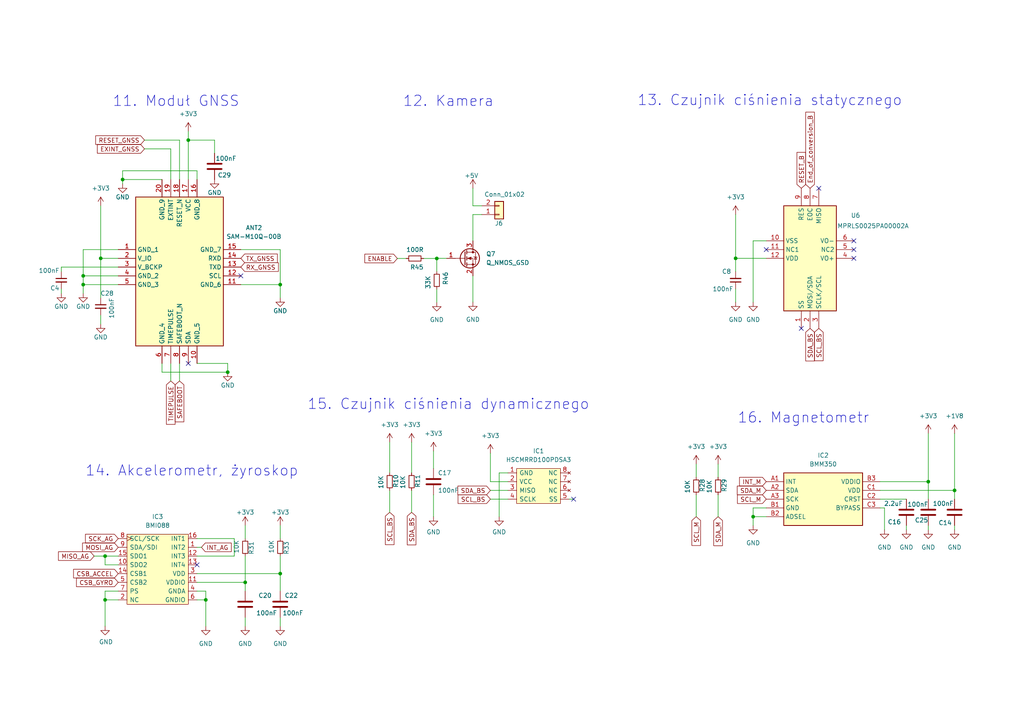
<source format=kicad_sch>
(kicad_sch
	(version 20231120)
	(generator "eeschema")
	(generator_version "8.0")
	(uuid "19274734-c072-4a95-8b47-41149c99452c")
	(paper "A4")
	(lib_symbols
		(symbol "BMM350:BMM350"
			(exclude_from_sim no)
			(in_bom yes)
			(on_board yes)
			(property "Reference" "IC"
				(at 29.21 7.62 0)
				(effects
					(font
						(size 1.27 1.27)
					)
					(justify left top)
				)
			)
			(property "Value" "BMM350"
				(at 29.21 5.08 0)
				(effects
					(font
						(size 1.27 1.27)
					)
					(justify left top)
				)
			)
			(property "Footprint" "BGA9C40P3X3_128X128X54"
				(at 29.21 -94.92 0)
				(effects
					(font
						(size 1.27 1.27)
					)
					(justify left top)
					(hide yes)
				)
			)
			(property "Datasheet" "https://www.bosch-sensortec.com/media/boschsensortec/downloads/datasheets/bst-bmm350-ds001.pdf"
				(at 29.21 -194.92 0)
				(effects
					(font
						(size 1.27 1.27)
					)
					(justify left top)
					(hide yes)
				)
			)
			(property "Description" "Board Mount Hall Effect / Magnetic Sensors High-Performance Magnometer"
				(at 0 0 0)
				(effects
					(font
						(size 1.27 1.27)
					)
					(hide yes)
				)
			)
			(property "Height" "0.54"
				(at 29.21 -394.92 0)
				(effects
					(font
						(size 1.27 1.27)
					)
					(justify left top)
					(hide yes)
				)
			)
			(property "Mouser Part Number" "262-BMM350"
				(at 29.21 -494.92 0)
				(effects
					(font
						(size 1.27 1.27)
					)
					(justify left top)
					(hide yes)
				)
			)
			(property "Mouser Price/Stock" "https://www.mouser.co.uk/ProductDetail/Bosch-Sensortec/BMM350?qs=amGC7iS6iy9v98dnmxozLQ%3D%3D"
				(at 29.21 -594.92 0)
				(effects
					(font
						(size 1.27 1.27)
					)
					(justify left top)
					(hide yes)
				)
			)
			(property "Manufacturer_Name" "BOSCH"
				(at 29.21 -694.92 0)
				(effects
					(font
						(size 1.27 1.27)
					)
					(justify left top)
					(hide yes)
				)
			)
			(property "Manufacturer_Part_Number" "BMM350"
				(at 29.21 -794.92 0)
				(effects
					(font
						(size 1.27 1.27)
					)
					(justify left top)
					(hide yes)
				)
			)
			(symbol "BMM350_1_1"
				(rectangle
					(start 5.08 2.54)
					(end 27.94 -12.7)
					(stroke
						(width 0.254)
						(type default)
					)
					(fill
						(type background)
					)
				)
				(pin passive line
					(at 0 0 0)
					(length 5.08)
					(name "INT"
						(effects
							(font
								(size 1.27 1.27)
							)
						)
					)
					(number "A1"
						(effects
							(font
								(size 1.27 1.27)
							)
						)
					)
				)
				(pin passive line
					(at 0 -2.54 0)
					(length 5.08)
					(name "SDA"
						(effects
							(font
								(size 1.27 1.27)
							)
						)
					)
					(number "A2"
						(effects
							(font
								(size 1.27 1.27)
							)
						)
					)
				)
				(pin passive line
					(at 0 -5.08 0)
					(length 5.08)
					(name "SCK"
						(effects
							(font
								(size 1.27 1.27)
							)
						)
					)
					(number "A3"
						(effects
							(font
								(size 1.27 1.27)
							)
						)
					)
				)
				(pin passive line
					(at 0 -7.62 0)
					(length 5.08)
					(name "GND"
						(effects
							(font
								(size 1.27 1.27)
							)
						)
					)
					(number "B1"
						(effects
							(font
								(size 1.27 1.27)
							)
						)
					)
				)
				(pin passive line
					(at 0 -10.16 0)
					(length 5.08)
					(name "ADSEL"
						(effects
							(font
								(size 1.27 1.27)
							)
						)
					)
					(number "B2"
						(effects
							(font
								(size 1.27 1.27)
							)
						)
					)
				)
				(pin passive line
					(at 33.02 0 180)
					(length 5.08)
					(name "VDDIO"
						(effects
							(font
								(size 1.27 1.27)
							)
						)
					)
					(number "B3"
						(effects
							(font
								(size 1.27 1.27)
							)
						)
					)
				)
				(pin passive line
					(at 33.02 -2.54 180)
					(length 5.08)
					(name "VDD"
						(effects
							(font
								(size 1.27 1.27)
							)
						)
					)
					(number "C1"
						(effects
							(font
								(size 1.27 1.27)
							)
						)
					)
				)
				(pin passive line
					(at 33.02 -5.08 180)
					(length 5.08)
					(name "CRST"
						(effects
							(font
								(size 1.27 1.27)
							)
						)
					)
					(number "C2"
						(effects
							(font
								(size 1.27 1.27)
							)
						)
					)
				)
				(pin passive line
					(at 33.02 -7.62 180)
					(length 5.08)
					(name "BYPASS"
						(effects
							(font
								(size 1.27 1.27)
							)
						)
					)
					(number "C3"
						(effects
							(font
								(size 1.27 1.27)
							)
						)
					)
				)
			)
		)
		(symbol "Connector_Generic:Conn_01x02"
			(pin_names
				(offset 1.016) hide)
			(exclude_from_sim no)
			(in_bom yes)
			(on_board yes)
			(property "Reference" "J"
				(at 0 2.54 0)
				(effects
					(font
						(size 1.27 1.27)
					)
				)
			)
			(property "Value" "Conn_01x02"
				(at 0 -5.08 0)
				(effects
					(font
						(size 1.27 1.27)
					)
				)
			)
			(property "Footprint" ""
				(at 0 0 0)
				(effects
					(font
						(size 1.27 1.27)
					)
					(hide yes)
				)
			)
			(property "Datasheet" "~"
				(at 0 0 0)
				(effects
					(font
						(size 1.27 1.27)
					)
					(hide yes)
				)
			)
			(property "Description" "Generic connector, single row, 01x02, script generated (kicad-library-utils/schlib/autogen/connector/)"
				(at 0 0 0)
				(effects
					(font
						(size 1.27 1.27)
					)
					(hide yes)
				)
			)
			(property "ki_keywords" "connector"
				(at 0 0 0)
				(effects
					(font
						(size 1.27 1.27)
					)
					(hide yes)
				)
			)
			(property "ki_fp_filters" "Connector*:*_1x??_*"
				(at 0 0 0)
				(effects
					(font
						(size 1.27 1.27)
					)
					(hide yes)
				)
			)
			(symbol "Conn_01x02_1_1"
				(rectangle
					(start -1.27 -2.413)
					(end 0 -2.667)
					(stroke
						(width 0.1524)
						(type default)
					)
					(fill
						(type none)
					)
				)
				(rectangle
					(start -1.27 0.127)
					(end 0 -0.127)
					(stroke
						(width 0.1524)
						(type default)
					)
					(fill
						(type none)
					)
				)
				(rectangle
					(start -1.27 1.27)
					(end 1.27 -3.81)
					(stroke
						(width 0.254)
						(type default)
					)
					(fill
						(type background)
					)
				)
				(pin passive line
					(at -5.08 0 0)
					(length 3.81)
					(name "Pin_1"
						(effects
							(font
								(size 1.27 1.27)
							)
						)
					)
					(number "1"
						(effects
							(font
								(size 1.27 1.27)
							)
						)
					)
				)
				(pin passive line
					(at -5.08 -2.54 0)
					(length 3.81)
					(name "Pin_2"
						(effects
							(font
								(size 1.27 1.27)
							)
						)
					)
					(number "2"
						(effects
							(font
								(size 1.27 1.27)
							)
						)
					)
				)
			)
		)
		(symbol "Device:C"
			(pin_numbers hide)
			(pin_names
				(offset 0.254)
			)
			(exclude_from_sim no)
			(in_bom yes)
			(on_board yes)
			(property "Reference" "C"
				(at 0.635 2.54 0)
				(effects
					(font
						(size 1.27 1.27)
					)
					(justify left)
				)
			)
			(property "Value" "C"
				(at 0.635 -2.54 0)
				(effects
					(font
						(size 1.27 1.27)
					)
					(justify left)
				)
			)
			(property "Footprint" ""
				(at 0.9652 -3.81 0)
				(effects
					(font
						(size 1.27 1.27)
					)
					(hide yes)
				)
			)
			(property "Datasheet" "~"
				(at 0 0 0)
				(effects
					(font
						(size 1.27 1.27)
					)
					(hide yes)
				)
			)
			(property "Description" "Unpolarized capacitor"
				(at 0 0 0)
				(effects
					(font
						(size 1.27 1.27)
					)
					(hide yes)
				)
			)
			(property "ki_keywords" "cap capacitor"
				(at 0 0 0)
				(effects
					(font
						(size 1.27 1.27)
					)
					(hide yes)
				)
			)
			(property "ki_fp_filters" "C_*"
				(at 0 0 0)
				(effects
					(font
						(size 1.27 1.27)
					)
					(hide yes)
				)
			)
			(symbol "C_0_1"
				(polyline
					(pts
						(xy -2.032 -0.762) (xy 2.032 -0.762)
					)
					(stroke
						(width 0.508)
						(type default)
					)
					(fill
						(type none)
					)
				)
				(polyline
					(pts
						(xy -2.032 0.762) (xy 2.032 0.762)
					)
					(stroke
						(width 0.508)
						(type default)
					)
					(fill
						(type none)
					)
				)
			)
			(symbol "C_1_1"
				(pin passive line
					(at 0 3.81 270)
					(length 2.794)
					(name "~"
						(effects
							(font
								(size 1.27 1.27)
							)
						)
					)
					(number "1"
						(effects
							(font
								(size 1.27 1.27)
							)
						)
					)
				)
				(pin passive line
					(at 0 -3.81 90)
					(length 2.794)
					(name "~"
						(effects
							(font
								(size 1.27 1.27)
							)
						)
					)
					(number "2"
						(effects
							(font
								(size 1.27 1.27)
							)
						)
					)
				)
			)
		)
		(symbol "Device:C_Small"
			(pin_numbers hide)
			(pin_names
				(offset 0.254) hide)
			(exclude_from_sim no)
			(in_bom yes)
			(on_board yes)
			(property "Reference" "C"
				(at 0.254 1.778 0)
				(effects
					(font
						(size 1.27 1.27)
					)
					(justify left)
				)
			)
			(property "Value" "C_Small"
				(at 0.254 -2.032 0)
				(effects
					(font
						(size 1.27 1.27)
					)
					(justify left)
				)
			)
			(property "Footprint" ""
				(at 0 0 0)
				(effects
					(font
						(size 1.27 1.27)
					)
					(hide yes)
				)
			)
			(property "Datasheet" "~"
				(at 0 0 0)
				(effects
					(font
						(size 1.27 1.27)
					)
					(hide yes)
				)
			)
			(property "Description" "Unpolarized capacitor, small symbol"
				(at 0 0 0)
				(effects
					(font
						(size 1.27 1.27)
					)
					(hide yes)
				)
			)
			(property "ki_keywords" "capacitor cap"
				(at 0 0 0)
				(effects
					(font
						(size 1.27 1.27)
					)
					(hide yes)
				)
			)
			(property "ki_fp_filters" "C_*"
				(at 0 0 0)
				(effects
					(font
						(size 1.27 1.27)
					)
					(hide yes)
				)
			)
			(symbol "C_Small_0_1"
				(polyline
					(pts
						(xy -1.524 -0.508) (xy 1.524 -0.508)
					)
					(stroke
						(width 0.3302)
						(type default)
					)
					(fill
						(type none)
					)
				)
				(polyline
					(pts
						(xy -1.524 0.508) (xy 1.524 0.508)
					)
					(stroke
						(width 0.3048)
						(type default)
					)
					(fill
						(type none)
					)
				)
			)
			(symbol "C_Small_1_1"
				(pin passive line
					(at 0 2.54 270)
					(length 2.032)
					(name "~"
						(effects
							(font
								(size 1.27 1.27)
							)
						)
					)
					(number "1"
						(effects
							(font
								(size 1.27 1.27)
							)
						)
					)
				)
				(pin passive line
					(at 0 -2.54 90)
					(length 2.032)
					(name "~"
						(effects
							(font
								(size 1.27 1.27)
							)
						)
					)
					(number "2"
						(effects
							(font
								(size 1.27 1.27)
							)
						)
					)
				)
			)
		)
		(symbol "Device:Q_NMOS_GSD"
			(pin_names
				(offset 0) hide)
			(exclude_from_sim no)
			(in_bom yes)
			(on_board yes)
			(property "Reference" "Q"
				(at 5.08 1.27 0)
				(effects
					(font
						(size 1.27 1.27)
					)
					(justify left)
				)
			)
			(property "Value" "Q_NMOS_GSD"
				(at 5.08 -1.27 0)
				(effects
					(font
						(size 1.27 1.27)
					)
					(justify left)
				)
			)
			(property "Footprint" ""
				(at 5.08 2.54 0)
				(effects
					(font
						(size 1.27 1.27)
					)
					(hide yes)
				)
			)
			(property "Datasheet" "~"
				(at 0 0 0)
				(effects
					(font
						(size 1.27 1.27)
					)
					(hide yes)
				)
			)
			(property "Description" "N-MOSFET transistor, gate/source/drain"
				(at 0 0 0)
				(effects
					(font
						(size 1.27 1.27)
					)
					(hide yes)
				)
			)
			(property "ki_keywords" "transistor NMOS N-MOS N-MOSFET"
				(at 0 0 0)
				(effects
					(font
						(size 1.27 1.27)
					)
					(hide yes)
				)
			)
			(symbol "Q_NMOS_GSD_0_1"
				(polyline
					(pts
						(xy 0.254 0) (xy -2.54 0)
					)
					(stroke
						(width 0)
						(type default)
					)
					(fill
						(type none)
					)
				)
				(polyline
					(pts
						(xy 0.254 1.905) (xy 0.254 -1.905)
					)
					(stroke
						(width 0.254)
						(type default)
					)
					(fill
						(type none)
					)
				)
				(polyline
					(pts
						(xy 0.762 -1.27) (xy 0.762 -2.286)
					)
					(stroke
						(width 0.254)
						(type default)
					)
					(fill
						(type none)
					)
				)
				(polyline
					(pts
						(xy 0.762 0.508) (xy 0.762 -0.508)
					)
					(stroke
						(width 0.254)
						(type default)
					)
					(fill
						(type none)
					)
				)
				(polyline
					(pts
						(xy 0.762 2.286) (xy 0.762 1.27)
					)
					(stroke
						(width 0.254)
						(type default)
					)
					(fill
						(type none)
					)
				)
				(polyline
					(pts
						(xy 2.54 2.54) (xy 2.54 1.778)
					)
					(stroke
						(width 0)
						(type default)
					)
					(fill
						(type none)
					)
				)
				(polyline
					(pts
						(xy 2.54 -2.54) (xy 2.54 0) (xy 0.762 0)
					)
					(stroke
						(width 0)
						(type default)
					)
					(fill
						(type none)
					)
				)
				(polyline
					(pts
						(xy 0.762 -1.778) (xy 3.302 -1.778) (xy 3.302 1.778) (xy 0.762 1.778)
					)
					(stroke
						(width 0)
						(type default)
					)
					(fill
						(type none)
					)
				)
				(polyline
					(pts
						(xy 1.016 0) (xy 2.032 0.381) (xy 2.032 -0.381) (xy 1.016 0)
					)
					(stroke
						(width 0)
						(type default)
					)
					(fill
						(type outline)
					)
				)
				(polyline
					(pts
						(xy 2.794 0.508) (xy 2.921 0.381) (xy 3.683 0.381) (xy 3.81 0.254)
					)
					(stroke
						(width 0)
						(type default)
					)
					(fill
						(type none)
					)
				)
				(polyline
					(pts
						(xy 3.302 0.381) (xy 2.921 -0.254) (xy 3.683 -0.254) (xy 3.302 0.381)
					)
					(stroke
						(width 0)
						(type default)
					)
					(fill
						(type none)
					)
				)
				(circle
					(center 1.651 0)
					(radius 2.794)
					(stroke
						(width 0.254)
						(type default)
					)
					(fill
						(type none)
					)
				)
				(circle
					(center 2.54 -1.778)
					(radius 0.254)
					(stroke
						(width 0)
						(type default)
					)
					(fill
						(type outline)
					)
				)
				(circle
					(center 2.54 1.778)
					(radius 0.254)
					(stroke
						(width 0)
						(type default)
					)
					(fill
						(type outline)
					)
				)
			)
			(symbol "Q_NMOS_GSD_1_1"
				(pin input line
					(at -5.08 0 0)
					(length 2.54)
					(name "G"
						(effects
							(font
								(size 1.27 1.27)
							)
						)
					)
					(number "1"
						(effects
							(font
								(size 1.27 1.27)
							)
						)
					)
				)
				(pin passive line
					(at 2.54 -5.08 90)
					(length 2.54)
					(name "S"
						(effects
							(font
								(size 1.27 1.27)
							)
						)
					)
					(number "2"
						(effects
							(font
								(size 1.27 1.27)
							)
						)
					)
				)
				(pin passive line
					(at 2.54 5.08 270)
					(length 2.54)
					(name "D"
						(effects
							(font
								(size 1.27 1.27)
							)
						)
					)
					(number "3"
						(effects
							(font
								(size 1.27 1.27)
							)
						)
					)
				)
			)
		)
		(symbol "PUTRocketLab_IC:BMI088"
			(pin_names
				(offset 0.762)
			)
			(exclude_from_sim no)
			(in_bom yes)
			(on_board yes)
			(property "Reference" "IC"
				(at -7.62 13.97 0)
				(effects
					(font
						(size 1.27 1.27)
					)
					(justify left)
				)
			)
			(property "Value" "BMI088"
				(at -7.62 11.43 0)
				(effects
					(font
						(size 1.27 1.27)
					)
					(justify left)
				)
			)
			(property "Footprint" ""
				(at 346.71 -60.96 90)
				(effects
					(font
						(size 1.27 1.27)
					)
					(justify left)
					(hide yes)
				)
			)
			(property "Datasheet" ""
				(at 351.79 -66.04 90)
				(effects
					(font
						(size 1.27 1.27)
					)
					(justify left)
					(hide yes)
				)
			)
			(property "Description" "Inertial Measurement Unit Digital Output 2.5V/3.3V Automotive"
				(at 374.65 -78.74 90)
				(effects
					(font
						(size 1.27 1.27)
					)
					(justify left)
					(hide yes)
				)
			)
			(property "Height" ""
				(at 6.35 -12.7 90)
				(effects
					(font
						(size 1.27 1.27)
					)
					(justify left)
					(hide yes)
				)
			)
			(property "Mouser Part Number" ""
				(at 3.81 -12.7 90)
				(effects
					(font
						(size 1.27 1.27)
					)
					(justify left)
					(hide yes)
				)
			)
			(property "Mouser Price/Stock" ""
				(at 342.9 -50.8 90)
				(effects
					(font
						(size 1.27 1.27)
					)
					(justify left)
					(hide yes)
				)
			)
			(property "Manufacturer_Name" ""
				(at -10.16 -17.78 90)
				(effects
					(font
						(size 1.27 1.27)
					)
					(justify left)
					(hide yes)
				)
			)
			(property "Manufacturer_Part_Number" ""
				(at -12.7 -16.51 90)
				(effects
					(font
						(size 1.27 1.27)
					)
					(justify left)
					(hide yes)
				)
			)
			(symbol "BMI088_0_0"
				(pin bidirectional line
					(at 12.7 6.35 180)
					(length 2.54)
					(name "INT2"
						(effects
							(font
								(size 1.27 1.27)
							)
						)
					)
					(number "1"
						(effects
							(font
								(size 1.27 1.27)
							)
						)
					)
				)
				(pin output line
					(at -10.16 1.27 0)
					(length 2.54)
					(name "SDO2"
						(effects
							(font
								(size 1.27 1.27)
							)
						)
					)
					(number "10"
						(effects
							(font
								(size 1.27 1.27)
							)
						)
					)
				)
				(pin power_in line
					(at 12.7 -3.81 180)
					(length 2.54)
					(name "VDDIO"
						(effects
							(font
								(size 1.27 1.27)
							)
						)
					)
					(number "11"
						(effects
							(font
								(size 1.27 1.27)
							)
						)
					)
				)
				(pin output line
					(at 12.7 3.81 180)
					(length 2.54)
					(name "INT3"
						(effects
							(font
								(size 1.27 1.27)
							)
						)
					)
					(number "12"
						(effects
							(font
								(size 1.27 1.27)
							)
						)
					)
				)
				(pin output line
					(at 12.7 1.27 180)
					(length 2.54)
					(name "INT4"
						(effects
							(font
								(size 1.27 1.27)
							)
						)
					)
					(number "13"
						(effects
							(font
								(size 1.27 1.27)
							)
						)
					)
				)
				(pin input line
					(at -10.16 -1.27 0)
					(length 2.54)
					(name "CSB1"
						(effects
							(font
								(size 1.27 1.27)
							)
						)
					)
					(number "14"
						(effects
							(font
								(size 1.27 1.27)
							)
						)
					)
				)
				(pin output line
					(at -10.16 3.81 0)
					(length 2.54)
					(name "SDO1"
						(effects
							(font
								(size 1.27 1.27)
							)
						)
					)
					(number "15"
						(effects
							(font
								(size 1.27 1.27)
							)
						)
					)
				)
				(pin bidirectional line
					(at 12.7 8.89 180)
					(length 2.54)
					(name "INT1"
						(effects
							(font
								(size 1.27 1.27)
							)
						)
					)
					(number "16"
						(effects
							(font
								(size 1.27 1.27)
							)
						)
					)
				)
				(pin passive line
					(at -10.16 -8.89 0)
					(length 2.54)
					(name "NC"
						(effects
							(font
								(size 1.27 1.27)
							)
						)
					)
					(number "2"
						(effects
							(font
								(size 1.27 1.27)
							)
						)
					)
				)
				(pin power_in line
					(at 12.7 -1.27 180)
					(length 2.54)
					(name "VDD"
						(effects
							(font
								(size 1.27 1.27)
							)
						)
					)
					(number "3"
						(effects
							(font
								(size 1.27 1.27)
							)
						)
					)
				)
				(pin power_out line
					(at 12.7 -6.35 180)
					(length 2.54)
					(name "GNDA"
						(effects
							(font
								(size 1.27 1.27)
							)
						)
					)
					(number "4"
						(effects
							(font
								(size 1.27 1.27)
							)
						)
					)
				)
				(pin input line
					(at -10.16 -3.81 0)
					(length 2.54)
					(name "CSB2"
						(effects
							(font
								(size 1.27 1.27)
							)
						)
					)
					(number "5"
						(effects
							(font
								(size 1.27 1.27)
							)
						)
					)
				)
				(pin power_out line
					(at 12.7 -8.89 180)
					(length 2.54)
					(name "GNDIO"
						(effects
							(font
								(size 1.27 1.27)
							)
						)
					)
					(number "6"
						(effects
							(font
								(size 1.27 1.27)
							)
						)
					)
				)
				(pin input line
					(at -10.16 -6.35 0)
					(length 2.54)
					(name "PS"
						(effects
							(font
								(size 1.27 1.27)
							)
						)
					)
					(number "7"
						(effects
							(font
								(size 1.27 1.27)
							)
						)
					)
				)
				(pin input clock
					(at -10.16 8.89 0)
					(length 2.54)
					(name "SCL/SCK"
						(effects
							(font
								(size 1.27 1.27)
							)
						)
					)
					(number "8"
						(effects
							(font
								(size 1.27 1.27)
							)
						)
					)
				)
				(pin input line
					(at -10.16 6.35 0)
					(length 2.54)
					(name "SDA/SDI"
						(effects
							(font
								(size 1.27 1.27)
							)
						)
					)
					(number "9"
						(effects
							(font
								(size 1.27 1.27)
							)
						)
					)
				)
			)
			(symbol "BMI088_0_1"
				(rectangle
					(start -7.62 10.16)
					(end 10.16 -10.16)
					(stroke
						(width 0)
						(type default)
					)
					(fill
						(type background)
					)
				)
			)
		)
		(symbol "PUTRocketLab_IC:HSCMRRD100PDSA3"
			(pin_names
				(offset 0.762)
			)
			(exclude_from_sim no)
			(in_bom yes)
			(on_board yes)
			(property "Reference" "IC"
				(at -6.35 8.89 0)
				(effects
					(font
						(size 1.27 1.27)
					)
					(justify left)
				)
			)
			(property "Value" "HSCMRRD100PDSA3"
				(at -6.35 6.35 0)
				(effects
					(font
						(size 1.27 1.27)
					)
					(justify left)
				)
			)
			(property "Footprint" "HSCMRRD100PDSA3"
				(at -24.13 3.81 0)
				(effects
					(font
						(size 1.27 1.27)
					)
					(justify left)
					(hide yes)
				)
			)
			(property "Datasheet" "http://sensing.honeywell.com/index.php?ci_id=151133"
				(at -24.13 1.27 0)
				(effects
					(font
						(size 1.27 1.27)
					)
					(justify left)
					(hide yes)
				)
			)
			(property "Description" "Board Mount Pressure Sensors SMT, Dual Rad Barbed Differential, 3.3V"
				(at -24.13 -1.27 0)
				(effects
					(font
						(size 1.27 1.27)
					)
					(justify left)
					(hide yes)
				)
			)
			(property "Height" "6.77"
				(at -24.13 -3.81 0)
				(effects
					(font
						(size 1.27 1.27)
					)
					(justify left)
					(hide yes)
				)
			)
			(property "Mouser Part Number" ""
				(at 12.7 -3.81 0)
				(effects
					(font
						(size 1.27 1.27)
					)
					(justify left)
					(hide yes)
				)
			)
			(property "Mouser Price/Stock" ""
				(at 12.7 -6.35 0)
				(effects
					(font
						(size 1.27 1.27)
					)
					(justify left)
					(hide yes)
				)
			)
			(property "Manufacturer_Name" "Honeywell Sensing and Productivity Solutions"
				(at -12.7 -6.35 0)
				(effects
					(font
						(size 1.27 1.27)
					)
					(justify left)
					(hide yes)
				)
			)
			(property "Manufacturer_Part_Number" "HSCMRRD100PDSA3"
				(at -12.7 -8.89 0)
				(effects
					(font
						(size 1.27 1.27)
					)
					(justify left)
					(hide yes)
				)
			)
			(symbol "HSCMRRD100PDSA3_0_0"
				(pin power_in line
					(at -8.89 3.81 0)
					(length 2.54)
					(name "GND"
						(effects
							(font
								(size 1.27 1.27)
							)
						)
					)
					(number "1"
						(effects
							(font
								(size 1.27 1.27)
							)
						)
					)
				)
				(pin power_in line
					(at -8.89 1.27 0)
					(length 2.54)
					(name "VCC"
						(effects
							(font
								(size 1.27 1.27)
							)
						)
					)
					(number "2"
						(effects
							(font
								(size 1.27 1.27)
							)
						)
					)
				)
				(pin output line
					(at -8.89 -1.27 0)
					(length 2.54)
					(name "MISO"
						(effects
							(font
								(size 1.27 1.27)
							)
						)
					)
					(number "3"
						(effects
							(font
								(size 1.27 1.27)
							)
						)
					)
				)
				(pin input line
					(at -8.89 -3.81 0)
					(length 2.54)
					(name "SCLK"
						(effects
							(font
								(size 1.27 1.27)
							)
						)
					)
					(number "4"
						(effects
							(font
								(size 1.27 1.27)
							)
						)
					)
				)
				(pin input line
					(at 8.89 -3.81 180)
					(length 2.54)
					(name "SS"
						(effects
							(font
								(size 1.27 1.27)
							)
						)
					)
					(number "5"
						(effects
							(font
								(size 1.27 1.27)
							)
						)
					)
				)
				(pin no_connect line
					(at 8.89 -1.27 180)
					(length 2.54)
					(name "NC"
						(effects
							(font
								(size 1.27 1.27)
							)
						)
					)
					(number "6"
						(effects
							(font
								(size 1.27 1.27)
							)
						)
					)
				)
				(pin no_connect line
					(at 8.89 1.27 180)
					(length 2.54)
					(name "NC"
						(effects
							(font
								(size 1.27 1.27)
							)
						)
					)
					(number "7"
						(effects
							(font
								(size 1.27 1.27)
							)
						)
					)
				)
				(pin no_connect line
					(at 8.89 3.81 180)
					(length 2.54)
					(name "NC"
						(effects
							(font
								(size 1.27 1.27)
							)
						)
					)
					(number "8"
						(effects
							(font
								(size 1.27 1.27)
							)
						)
					)
				)
			)
			(symbol "HSCMRRD100PDSA3_0_1"
				(rectangle
					(start -6.35 5.08)
					(end 6.35 -5.08)
					(stroke
						(width 0)
						(type default)
					)
					(fill
						(type background)
					)
				)
			)
		)
		(symbol "PUT_RocketLab_IC:MPRLS0025PA00001A"
			(exclude_from_sim no)
			(in_bom yes)
			(on_board yes)
			(property "Reference" "U"
				(at 21.59 15.24 0)
				(effects
					(font
						(size 1.27 1.27)
					)
					(justify left top)
				)
			)
			(property "Value" "MPRLS0025PA00001A"
				(at 21.59 12.7 0)
				(effects
					(font
						(size 1.27 1.27)
					)
					(justify left top)
				)
			)
			(property "Footprint" "MPRLS0025PA00001A"
				(at 21.59 -87.3 0)
				(effects
					(font
						(size 1.27 1.27)
					)
					(justify left top)
					(hide yes)
				)
			)
			(property "Datasheet" "https://componentsearchengine.com/Datasheets/2/MPRLS0025PA00001A.pdf"
				(at 21.59 -187.3 0)
				(effects
					(font
						(size 1.27 1.27)
					)
					(justify left top)
					(hide yes)
				)
			)
			(property "Description" "HONEYWELL - MPRLS0025PA00001A - PRESSURE SENSOR, 25PSI, 1PORT, 3.3V"
				(at 0 0 0)
				(effects
					(font
						(size 1.27 1.27)
					)
					(hide yes)
				)
			)
			(property "Height" "5"
				(at 21.59 -387.3 0)
				(effects
					(font
						(size 1.27 1.27)
					)
					(justify left top)
					(hide yes)
				)
			)
			(property "Mouser Part Number" "785-MPRLS0025PA00001"
				(at 21.59 -487.3 0)
				(effects
					(font
						(size 1.27 1.27)
					)
					(justify left top)
					(hide yes)
				)
			)
			(property "Mouser Price/Stock" "https://www.mouser.co.uk/ProductDetail/Honeywell/MPRLS0025PA00001A?qs=0lQeLiL1qyYP02EvUZH3dw%3D%3D"
				(at 21.59 -587.3 0)
				(effects
					(font
						(size 1.27 1.27)
					)
					(justify left top)
					(hide yes)
				)
			)
			(property "Manufacturer_Name" "Honeywell"
				(at 21.59 -687.3 0)
				(effects
					(font
						(size 1.27 1.27)
					)
					(justify left top)
					(hide yes)
				)
			)
			(property "Manufacturer_Part_Number" "MPRLS0025PA00001A"
				(at 21.59 -787.3 0)
				(effects
					(font
						(size 1.27 1.27)
					)
					(justify left top)
					(hide yes)
				)
			)
			(symbol "MPRLS0025PA00001A_1_1"
				(rectangle
					(start 5.08 10.16)
					(end 20.32 -20.32)
					(stroke
						(width 0.254)
						(type default)
					)
					(fill
						(type background)
					)
				)
				(pin passive line
					(at 15.24 -25.4 90)
					(length 5.08)
					(name "SS"
						(effects
							(font
								(size 1.27 1.27)
							)
						)
					)
					(number "1"
						(effects
							(font
								(size 1.27 1.27)
							)
						)
					)
				)
				(pin passive line
					(at 25.4 0 180)
					(length 5.08)
					(name "VSS"
						(effects
							(font
								(size 1.27 1.27)
							)
						)
					)
					(number "10"
						(effects
							(font
								(size 1.27 1.27)
							)
						)
					)
				)
				(pin passive line
					(at 25.4 -2.54 180)
					(length 5.08)
					(name "NC1"
						(effects
							(font
								(size 1.27 1.27)
							)
						)
					)
					(number "11"
						(effects
							(font
								(size 1.27 1.27)
							)
						)
					)
				)
				(pin passive line
					(at 25.4 -5.08 180)
					(length 5.08)
					(name "VDD"
						(effects
							(font
								(size 1.27 1.27)
							)
						)
					)
					(number "12"
						(effects
							(font
								(size 1.27 1.27)
							)
						)
					)
				)
				(pin passive line
					(at 12.7 -25.4 90)
					(length 5.08)
					(name "MOSI/SDA"
						(effects
							(font
								(size 1.27 1.27)
							)
						)
					)
					(number "2"
						(effects
							(font
								(size 1.27 1.27)
							)
						)
					)
				)
				(pin passive line
					(at 10.16 -25.4 90)
					(length 5.08)
					(name "SCLK/SCL"
						(effects
							(font
								(size 1.27 1.27)
							)
						)
					)
					(number "3"
						(effects
							(font
								(size 1.27 1.27)
							)
						)
					)
				)
				(pin passive line
					(at 0 -5.08 0)
					(length 5.08)
					(name "VO+"
						(effects
							(font
								(size 1.27 1.27)
							)
						)
					)
					(number "4"
						(effects
							(font
								(size 1.27 1.27)
							)
						)
					)
				)
				(pin passive line
					(at 0 -2.54 0)
					(length 5.08)
					(name "NC2"
						(effects
							(font
								(size 1.27 1.27)
							)
						)
					)
					(number "5"
						(effects
							(font
								(size 1.27 1.27)
							)
						)
					)
				)
				(pin passive line
					(at 0 0 0)
					(length 5.08)
					(name "VO-"
						(effects
							(font
								(size 1.27 1.27)
							)
						)
					)
					(number "6"
						(effects
							(font
								(size 1.27 1.27)
							)
						)
					)
				)
				(pin passive line
					(at 10.16 15.24 270)
					(length 5.08)
					(name "MISO"
						(effects
							(font
								(size 1.27 1.27)
							)
						)
					)
					(number "7"
						(effects
							(font
								(size 1.27 1.27)
							)
						)
					)
				)
				(pin passive line
					(at 12.7 15.24 270)
					(length 5.08)
					(name "EOC"
						(effects
							(font
								(size 1.27 1.27)
							)
						)
					)
					(number "8"
						(effects
							(font
								(size 1.27 1.27)
							)
						)
					)
				)
				(pin passive line
					(at 15.24 15.24 270)
					(length 5.08)
					(name "RES"
						(effects
							(font
								(size 1.27 1.27)
							)
						)
					)
					(number "9"
						(effects
							(font
								(size 1.27 1.27)
							)
						)
					)
				)
			)
		)
		(symbol "PUT_RocketLab_misc:SAM-M10Q-00B"
			(exclude_from_sim no)
			(in_bom yes)
			(on_board yes)
			(property "Reference" "ANT"
				(at 31.75 20.32 0)
				(effects
					(font
						(size 1.27 1.27)
					)
					(justify left top)
				)
			)
			(property "Value" "SAM-M10Q-00B"
				(at 31.75 17.78 0)
				(effects
					(font
						(size 1.27 1.27)
					)
					(justify left top)
				)
			)
			(property "Footprint" "SAMM10Q00B"
				(at 31.75 -82.22 0)
				(effects
					(font
						(size 1.27 1.27)
					)
					(justify left top)
					(hide yes)
				)
			)
			(property "Datasheet" "https://content.u-blox.com/sites/default/files/documents/SAM-M10Q_DataSheet_UBX-22013293.pdf"
				(at 31.75 -182.22 0)
				(effects
					(font
						(size 1.27 1.27)
					)
					(justify left top)
					(hide yes)
				)
			)
			(property "Description" "GNSS / GPS Modules M10 precision GNSS patch antenna module"
				(at 0 0 0)
				(effects
					(font
						(size 1.27 1.27)
					)
					(hide yes)
				)
			)
			(property "Height" "6.8"
				(at 31.75 -382.22 0)
				(effects
					(font
						(size 1.27 1.27)
					)
					(justify left top)
					(hide yes)
				)
			)
			(property "Mouser Part Number" "377-SAM-M10Q-00B"
				(at 31.75 -482.22 0)
				(effects
					(font
						(size 1.27 1.27)
					)
					(justify left top)
					(hide yes)
				)
			)
			(property "Mouser Price/Stock" "https://www.mouser.co.uk/ProductDetail/u-blox/SAM-M10Q-00B?qs=vvQtp7zwQdOaA6LplTUKjg%3D%3D"
				(at 31.75 -582.22 0)
				(effects
					(font
						(size 1.27 1.27)
					)
					(justify left top)
					(hide yes)
				)
			)
			(property "Manufacturer_Name" "U-Blox"
				(at 31.75 -682.22 0)
				(effects
					(font
						(size 1.27 1.27)
					)
					(justify left top)
					(hide yes)
				)
			)
			(property "Manufacturer_Part_Number" "SAM-M10Q-00B"
				(at 31.75 -782.22 0)
				(effects
					(font
						(size 1.27 1.27)
					)
					(justify left top)
					(hide yes)
				)
			)
			(symbol "SAM-M10Q-00B_1_1"
				(rectangle
					(start 5.08 15.24)
					(end 30.48 -27.94)
					(stroke
						(width 0.254)
						(type default)
					)
					(fill
						(type background)
					)
				)
				(pin passive line
					(at 0 0 0)
					(length 5.08)
					(name "GND_1"
						(effects
							(font
								(size 1.27 1.27)
							)
						)
					)
					(number "1"
						(effects
							(font
								(size 1.27 1.27)
							)
						)
					)
				)
				(pin passive line
					(at 22.86 -33.02 90)
					(length 5.08)
					(name "GND_5"
						(effects
							(font
								(size 1.27 1.27)
							)
						)
					)
					(number "10"
						(effects
							(font
								(size 1.27 1.27)
							)
						)
					)
				)
				(pin passive line
					(at 35.56 -10.16 180)
					(length 5.08)
					(name "GND_6"
						(effects
							(font
								(size 1.27 1.27)
							)
						)
					)
					(number "11"
						(effects
							(font
								(size 1.27 1.27)
							)
						)
					)
				)
				(pin passive line
					(at 35.56 -7.62 180)
					(length 5.08)
					(name "SCL"
						(effects
							(font
								(size 1.27 1.27)
							)
						)
					)
					(number "12"
						(effects
							(font
								(size 1.27 1.27)
							)
						)
					)
				)
				(pin passive line
					(at 35.56 -5.08 180)
					(length 5.08)
					(name "TXD"
						(effects
							(font
								(size 1.27 1.27)
							)
						)
					)
					(number "13"
						(effects
							(font
								(size 1.27 1.27)
							)
						)
					)
				)
				(pin passive line
					(at 35.56 -2.54 180)
					(length 5.08)
					(name "RXD"
						(effects
							(font
								(size 1.27 1.27)
							)
						)
					)
					(number "14"
						(effects
							(font
								(size 1.27 1.27)
							)
						)
					)
				)
				(pin passive line
					(at 35.56 0 180)
					(length 5.08)
					(name "GND_7"
						(effects
							(font
								(size 1.27 1.27)
							)
						)
					)
					(number "15"
						(effects
							(font
								(size 1.27 1.27)
							)
						)
					)
				)
				(pin passive line
					(at 22.86 20.32 270)
					(length 5.08)
					(name "GND_8"
						(effects
							(font
								(size 1.27 1.27)
							)
						)
					)
					(number "16"
						(effects
							(font
								(size 1.27 1.27)
							)
						)
					)
				)
				(pin passive line
					(at 20.32 20.32 270)
					(length 5.08)
					(name "VCC"
						(effects
							(font
								(size 1.27 1.27)
							)
						)
					)
					(number "17"
						(effects
							(font
								(size 1.27 1.27)
							)
						)
					)
				)
				(pin passive line
					(at 17.78 20.32 270)
					(length 5.08)
					(name "RESET_N"
						(effects
							(font
								(size 1.27 1.27)
							)
						)
					)
					(number "18"
						(effects
							(font
								(size 1.27 1.27)
							)
						)
					)
				)
				(pin passive line
					(at 15.24 20.32 270)
					(length 5.08)
					(name "EXTINT"
						(effects
							(font
								(size 1.27 1.27)
							)
						)
					)
					(number "19"
						(effects
							(font
								(size 1.27 1.27)
							)
						)
					)
				)
				(pin passive line
					(at 0 -2.54 0)
					(length 5.08)
					(name "V_IO"
						(effects
							(font
								(size 1.27 1.27)
							)
						)
					)
					(number "2"
						(effects
							(font
								(size 1.27 1.27)
							)
						)
					)
				)
				(pin passive line
					(at 12.7 20.32 270)
					(length 5.08)
					(name "GND_9"
						(effects
							(font
								(size 1.27 1.27)
							)
						)
					)
					(number "20"
						(effects
							(font
								(size 1.27 1.27)
							)
						)
					)
				)
				(pin passive line
					(at 0 -5.08 0)
					(length 5.08)
					(name "V_BCKP"
						(effects
							(font
								(size 1.27 1.27)
							)
						)
					)
					(number "3"
						(effects
							(font
								(size 1.27 1.27)
							)
						)
					)
				)
				(pin passive line
					(at 0 -7.62 0)
					(length 5.08)
					(name "GND_2"
						(effects
							(font
								(size 1.27 1.27)
							)
						)
					)
					(number "4"
						(effects
							(font
								(size 1.27 1.27)
							)
						)
					)
				)
				(pin passive line
					(at 0 -10.16 0)
					(length 5.08)
					(name "GND_3"
						(effects
							(font
								(size 1.27 1.27)
							)
						)
					)
					(number "5"
						(effects
							(font
								(size 1.27 1.27)
							)
						)
					)
				)
				(pin passive line
					(at 12.7 -33.02 90)
					(length 5.08)
					(name "GND_4"
						(effects
							(font
								(size 1.27 1.27)
							)
						)
					)
					(number "6"
						(effects
							(font
								(size 1.27 1.27)
							)
						)
					)
				)
				(pin passive line
					(at 15.24 -33.02 90)
					(length 5.08)
					(name "TIMEPULSE"
						(effects
							(font
								(size 1.27 1.27)
							)
						)
					)
					(number "7"
						(effects
							(font
								(size 1.27 1.27)
							)
						)
					)
				)
				(pin passive line
					(at 17.78 -33.02 90)
					(length 5.08)
					(name "SAFEBOOT_N"
						(effects
							(font
								(size 1.27 1.27)
							)
						)
					)
					(number "8"
						(effects
							(font
								(size 1.27 1.27)
							)
						)
					)
				)
				(pin passive line
					(at 20.32 -33.02 90)
					(length 5.08)
					(name "SDA"
						(effects
							(font
								(size 1.27 1.27)
							)
						)
					)
					(number "9"
						(effects
							(font
								(size 1.27 1.27)
							)
						)
					)
				)
			)
		)
		(symbol "PutRocketLab_RCL:R_Small"
			(pin_numbers hide)
			(pin_names
				(offset 0.254) hide)
			(exclude_from_sim no)
			(in_bom yes)
			(on_board yes)
			(property "Reference" "R"
				(at 0.762 0.508 0)
				(effects
					(font
						(size 1.27 1.27)
					)
					(justify left)
				)
			)
			(property "Value" "R_Small"
				(at 0.762 -1.016 0)
				(effects
					(font
						(size 1.27 1.27)
					)
					(justify left)
				)
			)
			(property "Footprint" ""
				(at 0 0 0)
				(effects
					(font
						(size 1.27 1.27)
					)
					(hide yes)
				)
			)
			(property "Datasheet" "~"
				(at 0 0 0)
				(effects
					(font
						(size 1.27 1.27)
					)
					(hide yes)
				)
			)
			(property "Description" "Resistor, small symbol"
				(at 0 0 0)
				(effects
					(font
						(size 1.27 1.27)
					)
					(hide yes)
				)
			)
			(property "ki_keywords" "R resistor"
				(at 0 0 0)
				(effects
					(font
						(size 1.27 1.27)
					)
					(hide yes)
				)
			)
			(property "ki_fp_filters" "R_*"
				(at 0 0 0)
				(effects
					(font
						(size 1.27 1.27)
					)
					(hide yes)
				)
			)
			(symbol "R_Small_0_1"
				(rectangle
					(start -0.762 1.778)
					(end 0.762 -1.778)
					(stroke
						(width 0.2032)
						(type default)
					)
					(fill
						(type none)
					)
				)
			)
			(symbol "R_Small_1_1"
				(pin passive line
					(at 0 2.54 270)
					(length 0.762)
					(name "~"
						(effects
							(font
								(size 1.27 1.27)
							)
						)
					)
					(number "1"
						(effects
							(font
								(size 1.27 1.27)
							)
						)
					)
				)
				(pin passive line
					(at 0 -2.54 90)
					(length 0.762)
					(name "~"
						(effects
							(font
								(size 1.27 1.27)
							)
						)
					)
					(number "2"
						(effects
							(font
								(size 1.27 1.27)
							)
						)
					)
				)
			)
		)
		(symbol "power:+3V3"
			(power)
			(pin_names
				(offset 0)
			)
			(exclude_from_sim no)
			(in_bom yes)
			(on_board yes)
			(property "Reference" "#PWR"
				(at 0 -3.81 0)
				(effects
					(font
						(size 1.27 1.27)
					)
					(hide yes)
				)
			)
			(property "Value" "+3V3"
				(at 0 3.556 0)
				(effects
					(font
						(size 1.27 1.27)
					)
				)
			)
			(property "Footprint" ""
				(at 0 0 0)
				(effects
					(font
						(size 1.27 1.27)
					)
					(hide yes)
				)
			)
			(property "Datasheet" ""
				(at 0 0 0)
				(effects
					(font
						(size 1.27 1.27)
					)
					(hide yes)
				)
			)
			(property "Description" "Power symbol creates a global label with name \"+3V3\""
				(at 0 0 0)
				(effects
					(font
						(size 1.27 1.27)
					)
					(hide yes)
				)
			)
			(property "ki_keywords" "power-flag"
				(at 0 0 0)
				(effects
					(font
						(size 1.27 1.27)
					)
					(hide yes)
				)
			)
			(symbol "+3V3_0_1"
				(polyline
					(pts
						(xy -0.762 1.27) (xy 0 2.54)
					)
					(stroke
						(width 0)
						(type default)
					)
					(fill
						(type none)
					)
				)
				(polyline
					(pts
						(xy 0 0) (xy 0 2.54)
					)
					(stroke
						(width 0)
						(type default)
					)
					(fill
						(type none)
					)
				)
				(polyline
					(pts
						(xy 0 2.54) (xy 0.762 1.27)
					)
					(stroke
						(width 0)
						(type default)
					)
					(fill
						(type none)
					)
				)
			)
			(symbol "+3V3_1_1"
				(pin power_in line
					(at 0 0 90)
					(length 0) hide
					(name "+3V3"
						(effects
							(font
								(size 1.27 1.27)
							)
						)
					)
					(number "1"
						(effects
							(font
								(size 1.27 1.27)
							)
						)
					)
				)
			)
		)
		(symbol "power:GND"
			(power)
			(pin_names
				(offset 0)
			)
			(exclude_from_sim no)
			(in_bom yes)
			(on_board yes)
			(property "Reference" "#PWR"
				(at 0 -6.35 0)
				(effects
					(font
						(size 1.27 1.27)
					)
					(hide yes)
				)
			)
			(property "Value" "GND"
				(at 0 -3.81 0)
				(effects
					(font
						(size 1.27 1.27)
					)
				)
			)
			(property "Footprint" ""
				(at 0 0 0)
				(effects
					(font
						(size 1.27 1.27)
					)
					(hide yes)
				)
			)
			(property "Datasheet" ""
				(at 0 0 0)
				(effects
					(font
						(size 1.27 1.27)
					)
					(hide yes)
				)
			)
			(property "Description" "Power symbol creates a global label with name \"GND\" , ground"
				(at 0 0 0)
				(effects
					(font
						(size 1.27 1.27)
					)
					(hide yes)
				)
			)
			(property "ki_keywords" "power-flag"
				(at 0 0 0)
				(effects
					(font
						(size 1.27 1.27)
					)
					(hide yes)
				)
			)
			(symbol "GND_0_1"
				(polyline
					(pts
						(xy 0 0) (xy 0 -1.27) (xy 1.27 -1.27) (xy 0 -2.54) (xy -1.27 -1.27) (xy 0 -1.27)
					)
					(stroke
						(width 0)
						(type default)
					)
					(fill
						(type none)
					)
				)
			)
			(symbol "GND_1_1"
				(pin power_in line
					(at 0 0 270)
					(length 0) hide
					(name "GND"
						(effects
							(font
								(size 1.27 1.27)
							)
						)
					)
					(number "1"
						(effects
							(font
								(size 1.27 1.27)
							)
						)
					)
				)
			)
		)
	)
	(junction
		(at 66.04 107.95)
		(diameter 0)
		(color 0 0 0 0)
		(uuid "15584250-4a85-4d93-888c-b586067a380e")
	)
	(junction
		(at 276.86 142.24)
		(diameter 0)
		(color 0 0 0 0)
		(uuid "1d6cbbb8-1066-4109-a57f-d564b00199b9")
	)
	(junction
		(at 30.48 161.29)
		(diameter 0)
		(color 0 0 0 0)
		(uuid "259103d7-b847-4f0a-8263-c4fdc9a8d21f")
	)
	(junction
		(at 30.48 173.99)
		(diameter 0)
		(color 0 0 0 0)
		(uuid "5b911653-02d3-4665-9374-224f095b52ed")
	)
	(junction
		(at 54.61 40.64)
		(diameter 0)
		(color 0 0 0 0)
		(uuid "7eed7129-7845-4f02-93ef-7f4b77846237")
	)
	(junction
		(at 24.13 82.55)
		(diameter 0)
		(color 0 0 0 0)
		(uuid "81609b73-d805-48c9-9225-550e744a9b15")
	)
	(junction
		(at 81.28 166.37)
		(diameter 0)
		(color 0 0 0 0)
		(uuid "878a6627-b837-4884-9e7e-40df6d8536c7")
	)
	(junction
		(at 126.6836 74.9686)
		(diameter 0)
		(color 0 0 0 0)
		(uuid "8b07d183-efe5-4d5f-838e-4fd9dd8b9271")
	)
	(junction
		(at 35.56 52.07)
		(diameter 0)
		(color 0 0 0 0)
		(uuid "9ba7df5b-64ff-4b6f-887f-419171e11dde")
	)
	(junction
		(at 218.44 149.86)
		(diameter 0)
		(color 0 0 0 0)
		(uuid "b7099f5d-9a82-432a-8e2b-e0c8431b1883")
	)
	(junction
		(at 29.21 74.93)
		(diameter 0)
		(color 0 0 0 0)
		(uuid "c2dbc606-ecd5-4604-b452-e8adc9288f5e")
	)
	(junction
		(at 81.28 82.55)
		(diameter 0)
		(color 0 0 0 0)
		(uuid "d311bd49-fd87-463e-b172-a780775fe862")
	)
	(junction
		(at 24.13 80.01)
		(diameter 0)
		(color 0 0 0 0)
		(uuid "dda69106-d4f1-426f-9375-7ec2783e77e3")
	)
	(junction
		(at 269.24 139.7)
		(diameter 0)
		(color 0 0 0 0)
		(uuid "dfb55a04-8f20-4cb8-9c42-660408cab319")
	)
	(junction
		(at 213.36 74.93)
		(diameter 0)
		(color 0 0 0 0)
		(uuid "ea4b90a7-fd11-498b-b873-38cf029b62f8")
	)
	(junction
		(at 71.12 168.91)
		(diameter 0)
		(color 0 0 0 0)
		(uuid "f34961f5-d203-4322-ba85-cbd8091216ce")
	)
	(junction
		(at 59.69 173.99)
		(diameter 0)
		(color 0 0 0 0)
		(uuid "f430fc10-f910-47c9-a648-4ab83426a02b")
	)
	(no_connect
		(at 247.65 74.93)
		(uuid "00688431-4f08-4bd2-ba49-9d3485dbfb43")
	)
	(no_connect
		(at 232.41 95.25)
		(uuid "11dde4b4-2255-4f20-a576-62c9d13fdae8")
	)
	(no_connect
		(at 54.61 105.41)
		(uuid "29b517ea-2644-4272-8d26-5b534031591c")
	)
	(no_connect
		(at 247.65 69.85)
		(uuid "3d53b5cf-8d95-4c8e-bfc1-3eb4574112a4")
	)
	(no_connect
		(at 57.15 163.83)
		(uuid "413a1b8a-9a7d-488c-b7e7-744ba9cedf4b")
	)
	(no_connect
		(at 166.37 144.78)
		(uuid "4973438c-34e5-4a05-8b3a-0f922cda0e5c")
	)
	(no_connect
		(at 237.49 54.61)
		(uuid "8c2c996f-b758-434f-b5bb-06705099afb0")
	)
	(no_connect
		(at 222.25 72.39)
		(uuid "9b4d722f-49f6-4aba-969e-726688121da1")
	)
	(no_connect
		(at 247.65 72.39)
		(uuid "a3b97ae6-8875-4df8-99f4-7379fc935f39")
	)
	(no_connect
		(at 69.85 80.01)
		(uuid "df2b088a-c503-4978-8d4e-1cadf4a8a7a0")
	)
	(wire
		(pts
			(xy 34.29 82.55) (xy 24.13 82.55)
		)
		(stroke
			(width 0)
			(type default)
		)
		(uuid "05290bac-9ec2-4f50-aa48-aa681a0d2f86")
	)
	(wire
		(pts
			(xy 54.61 40.64) (xy 54.61 52.07)
		)
		(stroke
			(width 0)
			(type default)
		)
		(uuid "0751ad57-b7c5-4d25-860c-c8d664ca68c5")
	)
	(wire
		(pts
			(xy 142.24 142.24) (xy 147.32 142.24)
		)
		(stroke
			(width 0)
			(type default)
		)
		(uuid "0ad8c61a-4d5f-4f07-8be5-2fd533d1ab2d")
	)
	(wire
		(pts
			(xy 66.04 105.41) (xy 66.04 107.95)
		)
		(stroke
			(width 0)
			(type default)
		)
		(uuid "0b354293-27c4-4ced-ab64-3521acdaa458")
	)
	(wire
		(pts
			(xy 62.23 44.45) (xy 62.23 40.64)
		)
		(stroke
			(width 0)
			(type default)
		)
		(uuid "0b527888-97c9-4dc6-baca-ef51aa9f2a07")
	)
	(wire
		(pts
			(xy 34.29 72.39) (xy 24.13 72.39)
		)
		(stroke
			(width 0)
			(type default)
		)
		(uuid "0e34a9ed-2497-4a93-95a3-4465f4e9fa1c")
	)
	(wire
		(pts
			(xy 81.28 152.4) (xy 81.28 156.21)
		)
		(stroke
			(width 0)
			(type default)
		)
		(uuid "0ee16521-f1ed-412f-91cf-52e927a3ce22")
	)
	(wire
		(pts
			(xy 213.36 74.93) (xy 213.36 62.23)
		)
		(stroke
			(width 0)
			(type default)
		)
		(uuid "10389fa2-0802-4abc-bd20-f41b3f159bdf")
	)
	(wire
		(pts
			(xy 218.44 147.32) (xy 218.44 149.86)
		)
		(stroke
			(width 0)
			(type default)
		)
		(uuid "10d6df61-1e34-4bf6-813a-45a3557eca4e")
	)
	(wire
		(pts
			(xy 165.1 144.78) (xy 166.37 144.78)
		)
		(stroke
			(width 0)
			(type default)
		)
		(uuid "1176c0cb-a077-40d9-a056-567e4e2f0904")
	)
	(wire
		(pts
			(xy 137.16 54.61) (xy 137.16 59.69)
		)
		(stroke
			(width 0)
			(type default)
		)
		(uuid "130ff306-b46b-4b35-abe3-8597d1d94779")
	)
	(wire
		(pts
			(xy 81.28 161.29) (xy 81.28 166.37)
		)
		(stroke
			(width 0)
			(type default)
		)
		(uuid "1429406b-8098-4f27-bc6f-4562a53ec2f5")
	)
	(wire
		(pts
			(xy 35.56 52.07) (xy 35.56 53.34)
		)
		(stroke
			(width 0)
			(type default)
		)
		(uuid "14823c4a-4bf0-4efa-b15d-f6b2a83db17e")
	)
	(wire
		(pts
			(xy 119.38 142.24) (xy 119.38 148.59)
		)
		(stroke
			(width 0)
			(type default)
		)
		(uuid "1a6d7cea-423e-4911-a88b-5d69a5d28eb0")
	)
	(wire
		(pts
			(xy 57.15 105.41) (xy 66.04 105.41)
		)
		(stroke
			(width 0)
			(type default)
		)
		(uuid "1f06a79e-1290-4654-8ac0-8ce2b7603cb5")
	)
	(wire
		(pts
			(xy 52.07 40.64) (xy 52.07 52.07)
		)
		(stroke
			(width 0)
			(type default)
		)
		(uuid "1fb988ab-960c-4e82-b365-1458ea938f1a")
	)
	(wire
		(pts
			(xy 30.48 161.29) (xy 34.29 161.29)
		)
		(stroke
			(width 0)
			(type default)
		)
		(uuid "1fe104f4-8470-4c41-936c-1479f09f93c9")
	)
	(wire
		(pts
			(xy 17.78 77.47) (xy 34.29 77.47)
		)
		(stroke
			(width 0)
			(type default)
		)
		(uuid "21e83983-68d8-447a-8b58-379d6eae25ff")
	)
	(wire
		(pts
			(xy 222.25 149.86) (xy 218.44 149.86)
		)
		(stroke
			(width 0)
			(type default)
		)
		(uuid "277248b4-abec-4c1d-8823-8b0dd0f0705a")
	)
	(wire
		(pts
			(xy 222.25 147.32) (xy 218.44 147.32)
		)
		(stroke
			(width 0)
			(type default)
		)
		(uuid "29103708-c996-49dd-9209-25ae5ea6ea01")
	)
	(wire
		(pts
			(xy 269.24 144.78) (xy 269.24 139.7)
		)
		(stroke
			(width 0)
			(type default)
		)
		(uuid "30e769b3-40e4-48f5-9f38-3e6afc647485")
	)
	(wire
		(pts
			(xy 269.24 152.4) (xy 269.24 153.67)
		)
		(stroke
			(width 0)
			(type default)
		)
		(uuid "312659a1-2dad-4da9-b15a-5a8a33a1d852")
	)
	(wire
		(pts
			(xy 57.15 168.91) (xy 71.12 168.91)
		)
		(stroke
			(width 0)
			(type default)
		)
		(uuid "35433e0e-40f9-4613-acce-93b2b6917f06")
	)
	(wire
		(pts
			(xy 57.15 156.21) (xy 67.945 156.21)
		)
		(stroke
			(width 0)
			(type default)
		)
		(uuid "36a878f6-bcc9-4447-ac43-b4fe0d7b6ad4")
	)
	(wire
		(pts
			(xy 24.13 82.55) (xy 24.13 85.09)
		)
		(stroke
			(width 0)
			(type default)
		)
		(uuid "36f5ab14-0ab1-4e38-956c-227f9436810c")
	)
	(wire
		(pts
			(xy 57.15 49.53) (xy 35.56 49.53)
		)
		(stroke
			(width 0)
			(type default)
		)
		(uuid "37313366-c7cb-4184-adc2-224054ba208e")
	)
	(wire
		(pts
			(xy 34.29 171.45) (xy 30.48 171.45)
		)
		(stroke
			(width 0)
			(type default)
		)
		(uuid "397d1067-3f03-4ae1-a0dd-f7faec3dd75c")
	)
	(wire
		(pts
			(xy 59.69 173.99) (xy 59.69 181.61)
		)
		(stroke
			(width 0)
			(type default)
		)
		(uuid "3fcea3ab-b12d-469e-8101-9a2c4d9decf1")
	)
	(wire
		(pts
			(xy 67.945 156.21) (xy 67.945 161.29)
		)
		(stroke
			(width 0)
			(type default)
		)
		(uuid "3ff3f4a3-b6e8-4895-8d92-71f64ed9f547")
	)
	(wire
		(pts
			(xy 30.48 163.83) (xy 34.29 163.83)
		)
		(stroke
			(width 0)
			(type default)
		)
		(uuid "40c0d319-f9af-4ac7-b39a-6f87a3417d2e")
	)
	(wire
		(pts
			(xy 142.24 144.78) (xy 147.32 144.78)
		)
		(stroke
			(width 0)
			(type default)
		)
		(uuid "4241fc7d-b8bc-4d77-ad7d-da9f37fc9454")
	)
	(wire
		(pts
			(xy 269.24 139.7) (xy 255.27 139.7)
		)
		(stroke
			(width 0)
			(type default)
		)
		(uuid "435ee01c-ee0a-49cb-b8ec-a0b2ad123845")
	)
	(wire
		(pts
			(xy 17.78 77.47) (xy 17.78 78.74)
		)
		(stroke
			(width 0)
			(type default)
		)
		(uuid "440a64bf-e76e-4769-97ec-2e782bbd34b5")
	)
	(wire
		(pts
			(xy 213.36 74.93) (xy 213.36 78.74)
		)
		(stroke
			(width 0)
			(type default)
		)
		(uuid "47ae1d80-2599-44a5-84ee-b5b536a0b261")
	)
	(wire
		(pts
			(xy 137.16 62.23) (xy 137.16 69.85)
		)
		(stroke
			(width 0)
			(type default)
		)
		(uuid "494298f4-1e27-485a-ba72-d78c55b1cf66")
	)
	(wire
		(pts
			(xy 35.56 49.53) (xy 35.56 52.07)
		)
		(stroke
			(width 0)
			(type default)
		)
		(uuid "4b297ec5-9b61-4124-a47b-cb5e52cd4031")
	)
	(wire
		(pts
			(xy 125.73 130.81) (xy 125.73 135.89)
		)
		(stroke
			(width 0)
			(type default)
		)
		(uuid "53ded212-32ed-43b8-9728-a05489db78fd")
	)
	(wire
		(pts
			(xy 126.6836 83.8586) (xy 126.6836 87.6686)
		)
		(stroke
			(width 0)
			(type default)
		)
		(uuid "55efec65-f82c-45c0-98a4-221d9fe2dc66")
	)
	(wire
		(pts
			(xy 58.42 158.75) (xy 57.15 158.75)
		)
		(stroke
			(width 0)
			(type default)
		)
		(uuid "57bdaa6b-6faf-4922-8306-277eff345bb4")
	)
	(wire
		(pts
			(xy 24.13 72.39) (xy 24.13 80.01)
		)
		(stroke
			(width 0)
			(type default)
		)
		(uuid "597bdba1-7864-4d0b-8bda-47ddd245f37c")
	)
	(wire
		(pts
			(xy 139.7 62.23) (xy 137.16 62.23)
		)
		(stroke
			(width 0)
			(type default)
		)
		(uuid "5bca8022-3f45-44d6-8ec5-f6ba09954a12")
	)
	(wire
		(pts
			(xy 81.28 179.07) (xy 81.28 181.61)
		)
		(stroke
			(width 0)
			(type default)
		)
		(uuid "5c1e48d9-7fa1-4b2d-8d30-2ffe16e5a77a")
	)
	(wire
		(pts
			(xy 81.28 82.55) (xy 81.28 86.36)
		)
		(stroke
			(width 0)
			(type default)
		)
		(uuid "5c236a82-6cd7-48be-bf0e-fbc75d908906")
	)
	(wire
		(pts
			(xy 30.48 171.45) (xy 30.48 173.99)
		)
		(stroke
			(width 0)
			(type default)
		)
		(uuid "5d25f418-a67e-4973-876b-de99b0458d22")
	)
	(wire
		(pts
			(xy 81.28 166.37) (xy 81.28 171.45)
		)
		(stroke
			(width 0)
			(type default)
		)
		(uuid "60c62543-69b8-4d1b-96f4-6eb5c0a27e7d")
	)
	(wire
		(pts
			(xy 126.6836 74.9686) (xy 122.8736 74.9686)
		)
		(stroke
			(width 0)
			(type default)
		)
		(uuid "6356b80c-55b4-4a07-b6ef-8889c000afff")
	)
	(wire
		(pts
			(xy 71.12 152.4) (xy 71.12 156.21)
		)
		(stroke
			(width 0)
			(type default)
		)
		(uuid "65c3544c-5dec-4b12-aed7-188c11f1a66b")
	)
	(wire
		(pts
			(xy 29.21 74.93) (xy 34.29 74.93)
		)
		(stroke
			(width 0)
			(type default)
		)
		(uuid "67544b5e-0d26-4788-bb4b-28a665dad7a1")
	)
	(wire
		(pts
			(xy 269.24 139.7) (xy 269.24 125.73)
		)
		(stroke
			(width 0)
			(type default)
		)
		(uuid "69d06a41-a072-431d-ac07-cb7b7622e658")
	)
	(wire
		(pts
			(xy 46.99 52.07) (xy 35.56 52.07)
		)
		(stroke
			(width 0)
			(type default)
		)
		(uuid "6a5b1a01-9429-4056-a35a-b3cfa4c9a159")
	)
	(wire
		(pts
			(xy 256.54 147.32) (xy 256.54 153.67)
		)
		(stroke
			(width 0)
			(type default)
		)
		(uuid "6c78dd8c-5fe0-43d4-b6a6-abfa0984d0a8")
	)
	(wire
		(pts
			(xy 17.78 83.82) (xy 17.78 85.09)
		)
		(stroke
			(width 0)
			(type default)
		)
		(uuid "794a28fe-853d-4ba5-b081-6c2cd96d935e")
	)
	(wire
		(pts
			(xy 119.38 137.16) (xy 119.38 128.27)
		)
		(stroke
			(width 0)
			(type default)
		)
		(uuid "84910130-4cf6-4547-b2f5-f7b19d639d4e")
	)
	(wire
		(pts
			(xy 129.54 74.93) (xy 126.6836 74.93)
		)
		(stroke
			(width 0)
			(type default)
		)
		(uuid "87829a4d-e377-4d87-b6cd-df8c0e6c9130")
	)
	(wire
		(pts
			(xy 144.78 149.86) (xy 144.78 137.16)
		)
		(stroke
			(width 0)
			(type default)
		)
		(uuid "8be0ecb4-102e-4ef6-a733-f92cddace8c6")
	)
	(wire
		(pts
			(xy 46.99 107.95) (xy 66.04 107.95)
		)
		(stroke
			(width 0)
			(type default)
		)
		(uuid "8d49a6b4-7f50-4746-91d0-8e7017eb7c91")
	)
	(wire
		(pts
			(xy 29.21 91.44) (xy 29.21 93.98)
		)
		(stroke
			(width 0)
			(type default)
		)
		(uuid "92e02625-52ac-463f-a25d-df365786e99c")
	)
	(wire
		(pts
			(xy 41.91 43.18) (xy 49.53 43.18)
		)
		(stroke
			(width 0)
			(type default)
		)
		(uuid "96dd76ea-fd5a-44ca-8fe8-18cd31de5437")
	)
	(wire
		(pts
			(xy 126.6836 74.93) (xy 126.6836 74.9686)
		)
		(stroke
			(width 0)
			(type default)
		)
		(uuid "98d1dcd6-b69d-4a0a-90ec-beae619f9e05")
	)
	(wire
		(pts
			(xy 54.61 40.64) (xy 54.61 38.1)
		)
		(stroke
			(width 0)
			(type default)
		)
		(uuid "9a35f792-454c-44dd-b28b-3e3dc8dae25d")
	)
	(wire
		(pts
			(xy 57.15 52.07) (xy 57.15 49.53)
		)
		(stroke
			(width 0)
			(type default)
		)
		(uuid "9e9ce697-3d95-4704-a827-f4be6fdc0431")
	)
	(wire
		(pts
			(xy 213.36 83.82) (xy 213.36 87.63)
		)
		(stroke
			(width 0)
			(type default)
		)
		(uuid "a0a930c4-2d0e-41e1-94a4-e4d098479b72")
	)
	(wire
		(pts
			(xy 125.73 143.51) (xy 125.73 149.86)
		)
		(stroke
			(width 0)
			(type default)
		)
		(uuid "a115478a-1e13-492a-ae26-c3605fe5f941")
	)
	(wire
		(pts
			(xy 201.93 143.51) (xy 201.93 149.86)
		)
		(stroke
			(width 0)
			(type default)
		)
		(uuid "a3556602-b071-4185-a502-bdec50d6ae68")
	)
	(wire
		(pts
			(xy 46.99 105.41) (xy 46.99 107.95)
		)
		(stroke
			(width 0)
			(type default)
		)
		(uuid "a4a79aa1-7cf8-4148-a368-6311a88911e9")
	)
	(wire
		(pts
			(xy 29.21 59.69) (xy 29.21 74.93)
		)
		(stroke
			(width 0)
			(type default)
		)
		(uuid "a5fa5831-8833-43f2-8938-8f483ca29e93")
	)
	(wire
		(pts
			(xy 41.91 40.64) (xy 52.07 40.64)
		)
		(stroke
			(width 0)
			(type default)
		)
		(uuid "a70eb434-b343-45e6-bee3-251df60a885a")
	)
	(wire
		(pts
			(xy 30.48 161.29) (xy 30.48 163.83)
		)
		(stroke
			(width 0)
			(type default)
		)
		(uuid "aa15de9e-8cab-41cb-8a65-92bac635474e")
	)
	(wire
		(pts
			(xy 49.53 110.49) (xy 49.53 105.41)
		)
		(stroke
			(width 0)
			(type default)
		)
		(uuid "aa293f58-6f4e-41fb-8c62-ea50cd155658")
	)
	(wire
		(pts
			(xy 201.93 138.43) (xy 201.93 134.62)
		)
		(stroke
			(width 0)
			(type default)
		)
		(uuid "aa51f412-0e36-4f2c-b634-9ad206c4d78c")
	)
	(wire
		(pts
			(xy 57.15 166.37) (xy 81.28 166.37)
		)
		(stroke
			(width 0)
			(type default)
		)
		(uuid "ac3123e6-e2cc-45ce-82bf-1f45948a40bc")
	)
	(wire
		(pts
			(xy 24.13 80.01) (xy 24.13 82.55)
		)
		(stroke
			(width 0)
			(type default)
		)
		(uuid "af2048d1-da5f-408d-a61f-626530dc17e8")
	)
	(wire
		(pts
			(xy 49.53 43.18) (xy 49.53 52.07)
		)
		(stroke
			(width 0)
			(type default)
		)
		(uuid "af5dc1dc-1454-4155-93a6-d211e2755d63")
	)
	(wire
		(pts
			(xy 262.89 152.4) (xy 262.89 153.67)
		)
		(stroke
			(width 0)
			(type default)
		)
		(uuid "b02b281f-fba0-4ade-a83c-f1a6df368bfe")
	)
	(wire
		(pts
			(xy 52.07 110.49) (xy 52.07 105.41)
		)
		(stroke
			(width 0)
			(type default)
		)
		(uuid "b1fbe2c9-8efa-46a9-b3d1-074b11abcaad")
	)
	(wire
		(pts
			(xy 213.36 74.93) (xy 222.25 74.93)
		)
		(stroke
			(width 0)
			(type default)
		)
		(uuid "b23ba3b1-c44f-404d-a04b-7344cbfb33b2")
	)
	(wire
		(pts
			(xy 276.86 142.24) (xy 255.27 142.24)
		)
		(stroke
			(width 0)
			(type default)
		)
		(uuid "b68ea518-a012-4ea4-9feb-587cd86640df")
	)
	(wire
		(pts
			(xy 144.78 137.16) (xy 147.32 137.16)
		)
		(stroke
			(width 0)
			(type default)
		)
		(uuid "ba764fdc-17f1-4219-845a-5dbec4b9e2c4")
	)
	(wire
		(pts
			(xy 30.48 173.99) (xy 34.29 173.99)
		)
		(stroke
			(width 0)
			(type default)
		)
		(uuid "ba9a2014-f6dd-4de6-b7fb-7454161c5918")
	)
	(wire
		(pts
			(xy 137.16 87.597) (xy 137.16 80.01)
		)
		(stroke
			(width 0)
			(type default)
		)
		(uuid "be5cfdfc-3df3-4807-a153-6512a08f8741")
	)
	(wire
		(pts
			(xy 69.85 72.39) (xy 81.28 72.39)
		)
		(stroke
			(width 0)
			(type default)
		)
		(uuid "c05cdf45-eff9-49a9-af2e-5ed3eaac8c38")
	)
	(wire
		(pts
			(xy 276.86 144.78) (xy 276.86 142.24)
		)
		(stroke
			(width 0)
			(type default)
		)
		(uuid "c18c4eb5-341e-4d2f-9f67-03b133f23aef")
	)
	(wire
		(pts
			(xy 57.15 173.99) (xy 59.69 173.99)
		)
		(stroke
			(width 0)
			(type default)
		)
		(uuid "c2cc73e5-8c90-4c18-93ff-3aa880ade2b4")
	)
	(wire
		(pts
			(xy 59.69 171.45) (xy 59.69 173.99)
		)
		(stroke
			(width 0)
			(type default)
		)
		(uuid "c4bb2890-c40d-4baf-a1ac-5e48a7524ca9")
	)
	(wire
		(pts
			(xy 208.28 143.51) (xy 208.28 149.86)
		)
		(stroke
			(width 0)
			(type default)
		)
		(uuid "c9d28fa0-70dc-4101-8ddb-fc436d51fce5")
	)
	(wire
		(pts
			(xy 113.03 137.16) (xy 113.03 128.27)
		)
		(stroke
			(width 0)
			(type default)
		)
		(uuid "cb085207-a154-42a7-a114-975096423937")
	)
	(wire
		(pts
			(xy 34.29 80.01) (xy 24.13 80.01)
		)
		(stroke
			(width 0)
			(type default)
		)
		(uuid "cb899489-2ea8-42ba-ae8f-d9762d1d3e54")
	)
	(wire
		(pts
			(xy 218.44 69.85) (xy 222.25 69.85)
		)
		(stroke
			(width 0)
			(type default)
		)
		(uuid "d11129d8-34c1-4154-ae4d-2e8c06da2fe5")
	)
	(wire
		(pts
			(xy 276.86 142.24) (xy 276.86 125.73)
		)
		(stroke
			(width 0)
			(type default)
		)
		(uuid "d11bec7e-26b3-4340-a16c-ab1c1c66103f")
	)
	(wire
		(pts
			(xy 115.2536 74.9686) (xy 117.7936 74.9686)
		)
		(stroke
			(width 0)
			(type default)
		)
		(uuid "d8ed12dd-5173-4a1c-83b1-b7741f2ca806")
	)
	(wire
		(pts
			(xy 71.12 161.29) (xy 71.12 168.91)
		)
		(stroke
			(width 0)
			(type default)
		)
		(uuid "db34f3a8-f6f5-4bd7-aa82-312549fcaf6b")
	)
	(wire
		(pts
			(xy 142.24 139.7) (xy 142.24 131.445)
		)
		(stroke
			(width 0)
			(type default)
		)
		(uuid "ddbc040f-f5a5-4000-98cf-cf8f6b6f48a1")
	)
	(wire
		(pts
			(xy 71.12 179.07) (xy 71.12 181.61)
		)
		(stroke
			(width 0)
			(type default)
		)
		(uuid "de2d9a11-098b-4b2d-9380-2b20933bfe25")
	)
	(wire
		(pts
			(xy 30.48 181.61) (xy 30.48 173.99)
		)
		(stroke
			(width 0)
			(type default)
		)
		(uuid "e5df52d1-5bdb-48ff-b143-ea0cf3011c06")
	)
	(wire
		(pts
			(xy 81.28 72.39) (xy 81.28 82.55)
		)
		(stroke
			(width 0)
			(type default)
		)
		(uuid "e91a6331-d15e-4310-adb1-8ea5b7472f89")
	)
	(wire
		(pts
			(xy 139.7 59.69) (xy 137.16 59.69)
		)
		(stroke
			(width 0)
			(type default)
		)
		(uuid "e9698701-8899-408c-9f31-2cfcc5798e7b")
	)
	(wire
		(pts
			(xy 276.86 152.4) (xy 276.86 153.67)
		)
		(stroke
			(width 0)
			(type default)
		)
		(uuid "ed33061e-8a10-498d-a413-8217c13333b1")
	)
	(wire
		(pts
			(xy 27.305 161.29) (xy 30.48 161.29)
		)
		(stroke
			(width 0)
			(type default)
		)
		(uuid "f021224e-6d1f-44d4-822c-feeb9c4a5a81")
	)
	(wire
		(pts
			(xy 69.85 82.55) (xy 81.28 82.55)
		)
		(stroke
			(width 0)
			(type default)
		)
		(uuid "f0602452-4089-4456-8784-801a03bcccbb")
	)
	(wire
		(pts
			(xy 126.6836 78.7786) (xy 126.6836 74.9686)
		)
		(stroke
			(width 0)
			(type default)
		)
		(uuid "f06ea230-20fa-4b06-b31e-8dd278cdf01e")
	)
	(wire
		(pts
			(xy 218.44 69.85) (xy 218.44 87.63)
		)
		(stroke
			(width 0)
			(type default)
		)
		(uuid "f3608b64-95b6-457d-a10a-38ff27d35527")
	)
	(wire
		(pts
			(xy 147.32 139.7) (xy 142.24 139.7)
		)
		(stroke
			(width 0)
			(type default)
		)
		(uuid "f62ffa19-945b-421b-9873-08051f91863a")
	)
	(wire
		(pts
			(xy 255.27 147.32) (xy 256.54 147.32)
		)
		(stroke
			(width 0)
			(type default)
		)
		(uuid "f68e4872-e2dd-49a2-a314-3fd9540eecdf")
	)
	(wire
		(pts
			(xy 208.28 138.43) (xy 208.28 134.62)
		)
		(stroke
			(width 0)
			(type default)
		)
		(uuid "f6c140a9-382d-4c5b-bc22-498a31713d5d")
	)
	(wire
		(pts
			(xy 29.21 74.93) (xy 29.21 86.36)
		)
		(stroke
			(width 0)
			(type default)
		)
		(uuid "f810e2fb-4680-40b9-987f-f94758253aa6")
	)
	(wire
		(pts
			(xy 62.23 40.64) (xy 54.61 40.64)
		)
		(stroke
			(width 0)
			(type default)
		)
		(uuid "f8449edf-dd1d-46f6-b836-7df1697a0359")
	)
	(wire
		(pts
			(xy 57.15 161.29) (xy 67.945 161.29)
		)
		(stroke
			(width 0)
			(type default)
		)
		(uuid "f91f24f5-4f41-42ed-9afe-958564bd7afd")
	)
	(wire
		(pts
			(xy 255.27 144.78) (xy 262.89 144.78)
		)
		(stroke
			(width 0)
			(type default)
		)
		(uuid "fc902114-7362-44ce-9bfc-6cb84d680845")
	)
	(wire
		(pts
			(xy 218.44 149.86) (xy 218.44 152.4)
		)
		(stroke
			(width 0)
			(type default)
		)
		(uuid "fce95915-3891-4b9b-ad29-a7453e6d6940")
	)
	(wire
		(pts
			(xy 57.15 171.45) (xy 59.69 171.45)
		)
		(stroke
			(width 0)
			(type default)
		)
		(uuid "fd44df45-6d95-44a3-96f8-644c7eb3ebc6")
	)
	(wire
		(pts
			(xy 113.03 142.24) (xy 113.03 148.59)
		)
		(stroke
			(width 0)
			(type default)
		)
		(uuid "fdc45904-5594-46a7-b081-1da9bba1003b")
	)
	(wire
		(pts
			(xy 71.12 168.91) (xy 71.12 171.45)
		)
		(stroke
			(width 0)
			(type default)
		)
		(uuid "fe452f2f-8147-4a75-bbe2-3f8acce93e6e")
	)
	(text "12. Kamera"
		(exclude_from_sim no)
		(at 130.048 29.464 0)
		(effects
			(font
				(size 3 3)
			)
		)
		(uuid "1da1245a-def4-4b79-ace9-22314be8743a")
	)
	(text "13. Czujnik ciśnienia statycznego"
		(exclude_from_sim no)
		(at 223.266 29.21 0)
		(effects
			(font
				(size 3 3)
			)
		)
		(uuid "76bca061-3605-4fad-9c3c-3a547b3ce1f6")
	)
	(text "15. Czujnik ciśnienia dynamicznego"
		(exclude_from_sim no)
		(at 130.048 117.348 0)
		(effects
			(font
				(size 3 3)
			)
		)
		(uuid "79793fa1-2e94-493d-86b8-2cb49d02cdc4")
	)
	(text "14. Akcelerometr, żyroskop"
		(exclude_from_sim no)
		(at 55.626 136.652 0)
		(effects
			(font
				(size 3 3)
			)
		)
		(uuid "b3017e9f-9d78-4695-9130-c14660915c4a")
	)
	(text "16. Magnetometr\n"
		(exclude_from_sim no)
		(at 233.045 121.285 0)
		(effects
			(font
				(size 3 3)
			)
		)
		(uuid "c9e85bc9-a548-4e9c-9dc5-80aaccf769db")
	)
	(text "11. Moduł GNSS\n"
		(exclude_from_sim no)
		(at 51.054 29.464 0)
		(effects
			(font
				(size 3 3)
			)
		)
		(uuid "d72bfbc4-4e6d-4d55-994a-85771d930d5f")
	)
	(global_label "SDA_M"
		(shape input)
		(at 208.28 149.86 270)
		(fields_autoplaced yes)
		(effects
			(font
				(size 1.27 1.27)
			)
			(justify right)
		)
		(uuid "085d2428-96e9-4162-ad25-972d6bfd20a7")
		(property "Intersheetrefs" "${INTERSHEET_REFS}"
			(at 208.28 158.8323 90)
			(effects
				(font
					(size 1.27 1.27)
				)
				(justify right)
				(hide yes)
			)
		)
	)
	(global_label "SDA_BS"
		(shape input)
		(at 119.38 148.59 270)
		(fields_autoplaced yes)
		(effects
			(font
				(size 1.27 1.27)
			)
			(justify right)
		)
		(uuid "1953e1ea-fd24-4aef-b505-1101646d0b3c")
		(property "Intersheetrefs" "${INTERSHEET_REFS}"
			(at 119.38 158.5904 90)
			(effects
				(font
					(size 1.27 1.27)
				)
				(justify right)
				(hide yes)
			)
		)
	)
	(global_label "SCL_M"
		(shape input)
		(at 222.25 144.78 180)
		(fields_autoplaced yes)
		(effects
			(font
				(size 1.27 1.27)
			)
			(justify right)
		)
		(uuid "1fb25757-1612-4637-bb76-d668395fe5ed")
		(property "Intersheetrefs" "${INTERSHEET_REFS}"
			(at 213.3382 144.78 0)
			(effects
				(font
					(size 1.27 1.27)
				)
				(justify right)
				(hide yes)
			)
		)
	)
	(global_label "SCL_BS"
		(shape input)
		(at 142.24 144.78 180)
		(fields_autoplaced yes)
		(effects
			(font
				(size 1.27 1.27)
			)
			(justify right)
		)
		(uuid "30fab3ee-1de6-49df-aeed-4cc1aeca0e9c")
		(property "Intersheetrefs" "${INTERSHEET_REFS}"
			(at 132.3001 144.78 0)
			(effects
				(font
					(size 1.27 1.27)
				)
				(justify right)
				(hide yes)
			)
		)
	)
	(global_label "TIMEPULSE"
		(shape input)
		(at 49.53 110.49 270)
		(fields_autoplaced yes)
		(effects
			(font
				(size 1.27 1.27)
			)
			(justify right)
		)
		(uuid "31116d17-98f9-4476-8c6f-1be032a98baa")
		(property "Intersheetrefs" "${INTERSHEET_REFS}"
			(at 49.53 123.6351 90)
			(effects
				(font
					(size 1.27 1.27)
				)
				(justify right)
				(hide yes)
			)
		)
	)
	(global_label "SCL_BS"
		(shape input)
		(at 113.03 148.59 270)
		(fields_autoplaced yes)
		(effects
			(font
				(size 1.27 1.27)
			)
			(justify right)
		)
		(uuid "312da487-d625-4daf-8f76-f2a3030655ee")
		(property "Intersheetrefs" "${INTERSHEET_REFS}"
			(at 113.03 158.5299 90)
			(effects
				(font
					(size 1.27 1.27)
				)
				(justify right)
				(hide yes)
			)
		)
	)
	(global_label "End_of_conversion_B"
		(shape input)
		(at 234.95 54.61 90)
		(fields_autoplaced yes)
		(effects
			(font
				(size 1.27 1.27)
			)
			(justify left)
		)
		(uuid "371ba6d6-0845-463b-9b0a-ed6ad64b6282")
		(property "Intersheetrefs" "${INTERSHEET_REFS}"
			(at 234.95 31.9704 90)
			(effects
				(font
					(size 1.27 1.27)
				)
				(justify left)
				(hide yes)
			)
		)
	)
	(global_label "INT_M"
		(shape input)
		(at 222.25 139.7 180)
		(fields_autoplaced yes)
		(effects
			(font
				(size 1.27 1.27)
			)
			(justify right)
		)
		(uuid "55238d8b-c36d-4995-b59d-6cbb295504e6")
		(property "Intersheetrefs" "${INTERSHEET_REFS}"
			(at 213.9429 139.7 0)
			(effects
				(font
					(size 1.27 1.27)
				)
				(justify right)
				(hide yes)
			)
		)
	)
	(global_label "SCL_M"
		(shape input)
		(at 201.93 149.86 270)
		(fields_autoplaced yes)
		(effects
			(font
				(size 1.27 1.27)
			)
			(justify right)
		)
		(uuid "6444f06d-3987-4580-ab82-6b7e91c3a0df")
		(property "Intersheetrefs" "${INTERSHEET_REFS}"
			(at 201.93 158.7718 90)
			(effects
				(font
					(size 1.27 1.27)
				)
				(justify right)
				(hide yes)
			)
		)
	)
	(global_label "SAFEBOOT"
		(shape input)
		(at 52.07 110.49 270)
		(fields_autoplaced yes)
		(effects
			(font
				(size 1.27 1.27)
			)
			(justify right)
		)
		(uuid "6e829a28-76a2-451c-ae7a-840c6a9fe60d")
		(property "Intersheetrefs" "${INTERSHEET_REFS}"
			(at 52.07 122.9095 90)
			(effects
				(font
					(size 1.27 1.27)
				)
				(justify right)
				(hide yes)
			)
		)
	)
	(global_label "ENABLE"
		(shape input)
		(at 115.2536 74.9686 180)
		(fields_autoplaced yes)
		(effects
			(font
				(size 1.27 1.27)
			)
			(justify right)
		)
		(uuid "6ea4474d-865b-4261-a6a8-d1ec50167607")
		(property "Intersheetrefs" "${INTERSHEET_REFS}"
			(at 105.2532 74.9686 0)
			(effects
				(font
					(size 1.27 1.27)
				)
				(justify right)
				(hide yes)
			)
		)
	)
	(global_label "CSB_GYRO"
		(shape input)
		(at 34.29 168.91 180)
		(fields_autoplaced yes)
		(effects
			(font
				(size 1.27 1.27)
			)
			(justify right)
		)
		(uuid "7c1b77ca-ea66-4e12-8e84-fa12d681fd5e")
		(property "Intersheetrefs" "${INTERSHEET_REFS}"
			(at 21.6286 168.91 0)
			(effects
				(font
					(size 1.27 1.27)
				)
				(justify right)
				(hide yes)
			)
		)
	)
	(global_label "RESET_GNSS"
		(shape input)
		(at 41.91 40.64 180)
		(fields_autoplaced yes)
		(effects
			(font
				(size 1.27 1.27)
			)
			(justify right)
		)
		(uuid "8db052c4-3455-4e8a-b526-84be9eef8276")
		(property "Intersheetrefs" "${INTERSHEET_REFS}"
			(at 27.1926 40.64 0)
			(effects
				(font
					(size 1.27 1.27)
				)
				(justify right)
				(hide yes)
			)
		)
	)
	(global_label "TX_GNSS"
		(shape input)
		(at 69.85 74.93 0)
		(fields_autoplaced yes)
		(effects
			(font
				(size 1.27 1.27)
			)
			(justify left)
		)
		(uuid "91031854-5b3c-48c6-a1f0-58295161498f")
		(property "Intersheetrefs" "${INTERSHEET_REFS}"
			(at 80.9994 74.93 0)
			(effects
				(font
					(size 1.27 1.27)
				)
				(justify left)
				(hide yes)
			)
		)
	)
	(global_label "RX_GNSS"
		(shape input)
		(at 69.85 77.47 0)
		(fields_autoplaced yes)
		(effects
			(font
				(size 1.27 1.27)
			)
			(justify left)
		)
		(uuid "9e0189e3-2989-448e-a052-76b507d19da0")
		(property "Intersheetrefs" "${INTERSHEET_REFS}"
			(at 81.3018 77.47 0)
			(effects
				(font
					(size 1.27 1.27)
				)
				(justify left)
				(hide yes)
			)
		)
	)
	(global_label "SCK_AG"
		(shape input)
		(at 34.29 156.21 180)
		(fields_autoplaced yes)
		(effects
			(font
				(size 1.27 1.27)
			)
			(justify right)
		)
		(uuid "a2776435-ec88-4e04-9a51-a67e675c8f0a")
		(property "Intersheetrefs" "${INTERSHEET_REFS}"
			(at 24.2291 156.21 0)
			(effects
				(font
					(size 1.27 1.27)
				)
				(justify right)
				(hide yes)
			)
		)
	)
	(global_label "INT_AG"
		(shape input)
		(at 58.42 158.75 0)
		(fields_autoplaced yes)
		(effects
			(font
				(size 1.27 1.27)
			)
			(justify left)
		)
		(uuid "a3478059-d80b-4596-99db-af1a49fab878")
		(property "Intersheetrefs" "${INTERSHEET_REFS}"
			(at 67.6343 158.75 0)
			(effects
				(font
					(size 1.27 1.27)
				)
				(justify left)
				(hide yes)
			)
		)
	)
	(global_label "SCL_BS"
		(shape input)
		(at 237.49 95.25 270)
		(fields_autoplaced yes)
		(effects
			(font
				(size 1.27 1.27)
			)
			(justify right)
		)
		(uuid "a96669ff-d9b0-4f2e-b685-f5485a931160")
		(property "Intersheetrefs" "${INTERSHEET_REFS}"
			(at 237.49 105.1899 90)
			(effects
				(font
					(size 1.27 1.27)
				)
				(justify right)
				(hide yes)
			)
		)
	)
	(global_label "CSB_ACCEL"
		(shape input)
		(at 34.29 166.37 180)
		(fields_autoplaced yes)
		(effects
			(font
				(size 1.27 1.27)
			)
			(justify right)
		)
		(uuid "abefffdc-40b0-4bd8-aed2-a240256707dd")
		(property "Intersheetrefs" "${INTERSHEET_REFS}"
			(at 20.782 166.37 0)
			(effects
				(font
					(size 1.27 1.27)
				)
				(justify right)
				(hide yes)
			)
		)
	)
	(global_label "RESET_B"
		(shape input)
		(at 232.41 54.61 90)
		(fields_autoplaced yes)
		(effects
			(font
				(size 1.27 1.27)
			)
			(justify left)
		)
		(uuid "b2aa80c8-bc89-4d7a-93ad-ff831ba38713")
		(property "Intersheetrefs" "${INTERSHEET_REFS}"
			(at 232.41 43.6421 90)
			(effects
				(font
					(size 1.27 1.27)
				)
				(justify left)
				(hide yes)
			)
		)
	)
	(global_label "EXINT_GNSS"
		(shape input)
		(at 41.91 43.18 180)
		(fields_autoplaced yes)
		(effects
			(font
				(size 1.27 1.27)
			)
			(justify right)
		)
		(uuid "b78b638d-6508-4f6a-b81a-19fea8f55c3a")
		(property "Intersheetrefs" "${INTERSHEET_REFS}"
			(at 27.6763 43.18 0)
			(effects
				(font
					(size 1.27 1.27)
				)
				(justify right)
				(hide yes)
			)
		)
	)
	(global_label "SDA_BS"
		(shape input)
		(at 142.24 142.24 180)
		(fields_autoplaced yes)
		(effects
			(font
				(size 1.27 1.27)
			)
			(justify right)
		)
		(uuid "c5350c10-c758-4df7-afe4-f05c6e618e8e")
		(property "Intersheetrefs" "${INTERSHEET_REFS}"
			(at 132.2396 142.24 0)
			(effects
				(font
					(size 1.27 1.27)
				)
				(justify right)
				(hide yes)
			)
		)
	)
	(global_label "MOSI_AG"
		(shape input)
		(at 34.29 158.75 180)
		(fields_autoplaced yes)
		(effects
			(font
				(size 1.27 1.27)
			)
			(justify right)
		)
		(uuid "d1c1d87d-250f-4180-9027-eb7715ba68c8")
		(property "Intersheetrefs" "${INTERSHEET_REFS}"
			(at 23.3824 158.75 0)
			(effects
				(font
					(size 1.27 1.27)
				)
				(justify right)
				(hide yes)
			)
		)
	)
	(global_label "MISO_AG"
		(shape input)
		(at 27.305 161.29 180)
		(fields_autoplaced yes)
		(effects
			(font
				(size 1.27 1.27)
			)
			(justify right)
		)
		(uuid "d3af3866-d752-41ab-b47e-f30aacb850f7")
		(property "Intersheetrefs" "${INTERSHEET_REFS}"
			(at 16.3974 161.29 0)
			(effects
				(font
					(size 1.27 1.27)
				)
				(justify right)
				(hide yes)
			)
		)
	)
	(global_label "SDA_M"
		(shape input)
		(at 222.25 142.24 180)
		(fields_autoplaced yes)
		(effects
			(font
				(size 1.27 1.27)
			)
			(justify right)
		)
		(uuid "d6e061b5-5fc9-4181-9327-3ae4d591c195")
		(property "Intersheetrefs" "${INTERSHEET_REFS}"
			(at 213.2777 142.24 0)
			(effects
				(font
					(size 1.27 1.27)
				)
				(justify right)
				(hide yes)
			)
		)
	)
	(global_label "SDA_BS"
		(shape input)
		(at 234.95 95.25 270)
		(fields_autoplaced yes)
		(effects
			(font
				(size 1.27 1.27)
			)
			(justify right)
		)
		(uuid "d86a1a7c-4094-432c-9866-475c7b1d841d")
		(property "Intersheetrefs" "${INTERSHEET_REFS}"
			(at 234.95 105.2504 90)
			(effects
				(font
					(size 1.27 1.27)
				)
				(justify right)
				(hide yes)
			)
		)
	)
	(symbol
		(lib_id "PUT_RocketLab_IC:MPRLS0025PA00001A")
		(at 247.65 69.85 0)
		(mirror y)
		(unit 1)
		(exclude_from_sim no)
		(in_bom yes)
		(on_board yes)
		(dnp no)
		(uuid "01f62443-ffb3-49e9-8b3d-046caf66859e")
		(property "Reference" "U6"
			(at 248.158 62.484 0)
			(effects
				(font
					(size 1.27 1.27)
				)
			)
		)
		(property "Value" "MPRLS0025PA00002A"
			(at 253.238 65.532 0)
			(effects
				(font
					(size 1.27 1.27)
				)
			)
		)
		(property "Footprint" "PUT_RocketLab_IC:MPRLS0025PA00001A"
			(at 226.06 157.15 0)
			(effects
				(font
					(size 1.27 1.27)
				)
				(justify left top)
				(hide yes)
			)
		)
		(property "Datasheet" "https://componentsearchengine.com/Datasheets/2/MPRLS0025PA00001A.pdf"
			(at 226.06 257.15 0)
			(effects
				(font
					(size 1.27 1.27)
				)
				(justify left top)
				(hide yes)
			)
		)
		(property "Description" "HONEYWELL - MPRLS0025PA00001A - PRESSURE SENSOR, 25PSI, 1PORT, 3.3V"
			(at 247.65 69.85 0)
			(effects
				(font
					(size 1.27 1.27)
				)
				(hide yes)
			)
		)
		(property "Height" "5"
			(at 226.06 457.15 0)
			(effects
				(font
					(size 1.27 1.27)
				)
				(justify left top)
				(hide yes)
			)
		)
		(property "Mouser Part Number" "785-MPRLS0025PA00001"
			(at 226.06 557.15 0)
			(effects
				(font
					(size 1.27 1.27)
				)
				(justify left top)
				(hide yes)
			)
		)
		(property "Mouser Price/Stock" "https://www.mouser.co.uk/ProductDetail/Honeywell/MPRLS0025PA00001A?qs=0lQeLiL1qyYP02EvUZH3dw%3D%3D"
			(at 226.06 657.15 0)
			(effects
				(font
					(size 1.27 1.27)
				)
				(justify left top)
				(hide yes)
			)
		)
		(property "Manufacturer_Name" "Honeywell"
			(at 226.06 757.15 0)
			(effects
				(font
					(size 1.27 1.27)
				)
				(justify left top)
				(hide yes)
			)
		)
		(property "Manufacturer_Part_Number" "MPRLS0025PA00001A"
			(at 226.06 857.15 0)
			(effects
				(font
					(size 1.27 1.27)
				)
				(justify left top)
				(hide yes)
			)
		)
		(pin "1"
			(uuid "6ba665eb-8648-4d52-9fd8-3af19ae2de6b")
		)
		(pin "3"
			(uuid "2e81c1c1-2c99-490e-8cdd-4cf15b682e54")
		)
		(pin "8"
			(uuid "01ac0050-e1de-46b0-a359-69fb85f2003b")
		)
		(pin "2"
			(uuid "2347b8d6-fc1f-45c1-90c1-4fbfd633b5fa")
		)
		(pin "12"
			(uuid "2728cc27-a31e-4a64-9906-a46f5ce2a5d7")
		)
		(pin "4"
			(uuid "c7179fbe-b72b-4c8c-ac28-6abf65a8606e")
		)
		(pin "11"
			(uuid "2bac96eb-fb5a-4a58-9b80-677c3ddac405")
		)
		(pin "6"
			(uuid "5eb0d7d0-3992-4e33-b7e3-cc9cc566d4fc")
		)
		(pin "7"
			(uuid "e1e111cc-10bd-477f-b7b7-6e15abaa31d2")
		)
		(pin "5"
			(uuid "1c44d893-aece-406f-a293-af5bd29b0cd5")
		)
		(pin "10"
			(uuid "f6ba3faa-0d93-486e-b099-73a084a5b04f")
		)
		(pin "9"
			(uuid "6e68c7ce-be8f-4cb2-842f-db25bd34b847")
		)
		(instances
			(project "Nosecone"
				(path "/a7004219-0ccb-4e0d-a6f0-85a05540f4b8/38bfec02-01a7-4392-ab2b-73d64bd32531"
					(reference "U6")
					(unit 1)
				)
			)
		)
	)
	(symbol
		(lib_id "power:+3V3")
		(at 29.21 59.69 0)
		(unit 1)
		(exclude_from_sim no)
		(in_bom yes)
		(on_board yes)
		(dnp no)
		(fields_autoplaced yes)
		(uuid "09e7cec8-a37d-4044-834a-038c306a3deb")
		(property "Reference" "#PWR0135"
			(at 29.21 63.5 0)
			(effects
				(font
					(size 1.27 1.27)
				)
				(hide yes)
			)
		)
		(property "Value" "+3V3"
			(at 29.21 54.61 0)
			(effects
				(font
					(size 1.27 1.27)
				)
			)
		)
		(property "Footprint" ""
			(at 29.21 59.69 0)
			(effects
				(font
					(size 1.27 1.27)
				)
				(hide yes)
			)
		)
		(property "Datasheet" ""
			(at 29.21 59.69 0)
			(effects
				(font
					(size 1.27 1.27)
				)
				(hide yes)
			)
		)
		(property "Description" ""
			(at 29.21 59.69 0)
			(effects
				(font
					(size 1.27 1.27)
				)
				(hide yes)
			)
		)
		(pin "1"
			(uuid "e2c0b0e5-adce-4116-a1ed-3e64b6ea5a37")
		)
		(instances
			(project "Nosecone"
				(path "/a7004219-0ccb-4e0d-a6f0-85a05540f4b8/38bfec02-01a7-4392-ab2b-73d64bd32531"
					(reference "#PWR0135")
					(unit 1)
				)
			)
		)
	)
	(symbol
		(lib_id "power:GND")
		(at 256.54 153.67 0)
		(unit 1)
		(exclude_from_sim no)
		(in_bom yes)
		(on_board yes)
		(dnp no)
		(fields_autoplaced yes)
		(uuid "0c485d9e-3fd9-4056-86b0-7c87cf1fbd14")
		(property "Reference" "#PWR0119"
			(at 256.54 160.02 0)
			(effects
				(font
					(size 1.27 1.27)
				)
				(hide yes)
			)
		)
		(property "Value" "GND"
			(at 256.54 158.75 0)
			(effects
				(font
					(size 1.27 1.27)
				)
			)
		)
		(property "Footprint" ""
			(at 256.54 153.67 0)
			(effects
				(font
					(size 1.27 1.27)
				)
				(hide yes)
			)
		)
		(property "Datasheet" ""
			(at 256.54 153.67 0)
			(effects
				(font
					(size 1.27 1.27)
				)
				(hide yes)
			)
		)
		(property "Description" ""
			(at 256.54 153.67 0)
			(effects
				(font
					(size 1.27 1.27)
				)
				(hide yes)
			)
		)
		(pin "1"
			(uuid "385197d2-2c1f-420f-84f1-79d969daff08")
		)
		(instances
			(project "Nosecone"
				(path "/a7004219-0ccb-4e0d-a6f0-85a05540f4b8/38bfec02-01a7-4392-ab2b-73d64bd32531"
					(reference "#PWR0119")
					(unit 1)
				)
			)
		)
	)
	(symbol
		(lib_id "power:GND")
		(at 144.78 149.86 0)
		(unit 1)
		(exclude_from_sim no)
		(in_bom yes)
		(on_board yes)
		(dnp no)
		(uuid "108d9d80-d89e-4712-94f1-d495a840fa14")
		(property "Reference" "#PWR082"
			(at 144.78 156.21 0)
			(effects
				(font
					(size 1.27 1.27)
				)
				(hide yes)
			)
		)
		(property "Value" "GND"
			(at 144.78 154.305 0)
			(effects
				(font
					(size 1.27 1.27)
				)
			)
		)
		(property "Footprint" ""
			(at 144.78 149.86 0)
			(effects
				(font
					(size 1.27 1.27)
				)
				(hide yes)
			)
		)
		(property "Datasheet" ""
			(at 144.78 149.86 0)
			(effects
				(font
					(size 1.27 1.27)
				)
				(hide yes)
			)
		)
		(property "Description" ""
			(at 144.78 149.86 0)
			(effects
				(font
					(size 1.27 1.27)
				)
				(hide yes)
			)
		)
		(pin "1"
			(uuid "3f015966-3094-4fb8-b9c0-42d34499aa6a")
		)
		(instances
			(project "Nosecone"
				(path "/a7004219-0ccb-4e0d-a6f0-85a05540f4b8/38bfec02-01a7-4392-ab2b-73d64bd32531"
					(reference "#PWR082")
					(unit 1)
				)
			)
		)
	)
	(symbol
		(lib_id "PutRocketLab_RCL:R_Small")
		(at 119.38 139.7 0)
		(mirror x)
		(unit 1)
		(exclude_from_sim no)
		(in_bom yes)
		(on_board yes)
		(dnp no)
		(uuid "10a24b46-77d1-4aa5-980f-4c7d2117c886")
		(property "Reference" "R11"
			(at 121.158 141.478 90)
			(effects
				(font
					(size 1.27 1.27)
				)
				(justify right)
			)
		)
		(property "Value" "10K"
			(at 116.84 137.922 90)
			(effects
				(font
					(size 1.27 1.27)
				)
				(justify left)
			)
		)
		(property "Footprint" "Resistor_SMD:R_0402_1005Metric_Pad0.72x0.64mm_HandSolder"
			(at 119.38 139.7 0)
			(effects
				(font
					(size 1.27 1.27)
				)
				(hide yes)
			)
		)
		(property "Datasheet" "~"
			(at 119.38 139.7 0)
			(effects
				(font
					(size 1.27 1.27)
				)
				(hide yes)
			)
		)
		(property "Description" ""
			(at 119.38 139.7 0)
			(effects
				(font
					(size 1.27 1.27)
				)
				(hide yes)
			)
		)
		(pin "1"
			(uuid "3d904e16-2caa-40b8-9f41-8efdde0ce829")
		)
		(pin "2"
			(uuid "cb875774-6133-4591-aef4-c27d2f191957")
		)
		(instances
			(project "Nosecone"
				(path "/a7004219-0ccb-4e0d-a6f0-85a05540f4b8/38bfec02-01a7-4392-ab2b-73d64bd32531"
					(reference "R11")
					(unit 1)
				)
			)
		)
	)
	(symbol
		(lib_id "power:GND")
		(at 218.44 87.63 0)
		(mirror y)
		(unit 1)
		(exclude_from_sim no)
		(in_bom yes)
		(on_board yes)
		(dnp no)
		(fields_autoplaced yes)
		(uuid "20509079-47e0-4d26-9ac1-5b0f91ba617f")
		(property "Reference" "#PWR076"
			(at 218.44 93.98 0)
			(effects
				(font
					(size 1.27 1.27)
				)
				(hide yes)
			)
		)
		(property "Value" "GND"
			(at 218.44 92.71 0)
			(effects
				(font
					(size 1.27 1.27)
				)
			)
		)
		(property "Footprint" ""
			(at 218.44 87.63 0)
			(effects
				(font
					(size 1.27 1.27)
				)
				(hide yes)
			)
		)
		(property "Datasheet" ""
			(at 218.44 87.63 0)
			(effects
				(font
					(size 1.27 1.27)
				)
				(hide yes)
			)
		)
		(property "Description" ""
			(at 218.44 87.63 0)
			(effects
				(font
					(size 1.27 1.27)
				)
				(hide yes)
			)
		)
		(pin "1"
			(uuid "9d669c26-2886-45ed-b4b1-59a5b3cdb00b")
		)
		(instances
			(project "Nosecone"
				(path "/a7004219-0ccb-4e0d-a6f0-85a05540f4b8/38bfec02-01a7-4392-ab2b-73d64bd32531"
					(reference "#PWR076")
					(unit 1)
				)
			)
		)
	)
	(symbol
		(lib_id "power:GND")
		(at 276.86 153.67 0)
		(unit 1)
		(exclude_from_sim no)
		(in_bom yes)
		(on_board yes)
		(dnp no)
		(fields_autoplaced yes)
		(uuid "241c9bc9-d9f7-4ad3-9d19-31cfd90fb0cb")
		(property "Reference" "#PWR038"
			(at 276.86 160.02 0)
			(effects
				(font
					(size 1.27 1.27)
				)
				(hide yes)
			)
		)
		(property "Value" "GND"
			(at 276.86 158.75 0)
			(effects
				(font
					(size 1.27 1.27)
				)
			)
		)
		(property "Footprint" ""
			(at 276.86 153.67 0)
			(effects
				(font
					(size 1.27 1.27)
				)
				(hide yes)
			)
		)
		(property "Datasheet" ""
			(at 276.86 153.67 0)
			(effects
				(font
					(size 1.27 1.27)
				)
				(hide yes)
			)
		)
		(property "Description" ""
			(at 276.86 153.67 0)
			(effects
				(font
					(size 1.27 1.27)
				)
				(hide yes)
			)
		)
		(pin "1"
			(uuid "b119a64b-2898-4ec1-973b-d1d718418dea")
		)
		(instances
			(project "Nosecone"
				(path "/a7004219-0ccb-4e0d-a6f0-85a05540f4b8/38bfec02-01a7-4392-ab2b-73d64bd32531"
					(reference "#PWR038")
					(unit 1)
				)
			)
		)
	)
	(symbol
		(lib_id "Connector_Generic:Conn_01x02")
		(at 144.78 62.23 0)
		(mirror x)
		(unit 1)
		(exclude_from_sim no)
		(in_bom yes)
		(on_board yes)
		(dnp no)
		(uuid "2676971e-c738-4c83-aecb-eeffcc771ab7")
		(property "Reference" "J6"
			(at 143.51 64.77 0)
			(effects
				(font
					(size 1.27 1.27)
				)
				(justify left)
			)
		)
		(property "Value" "Conn_01x02"
			(at 140.462 56.388 0)
			(effects
				(font
					(size 1.27 1.27)
				)
				(justify left)
			)
		)
		(property "Footprint" "PUT_RocketLab_other:Power_supply_2_PAD"
			(at 144.78 62.23 0)
			(effects
				(font
					(size 1.27 1.27)
				)
				(hide yes)
			)
		)
		(property "Datasheet" "~"
			(at 144.78 62.23 0)
			(effects
				(font
					(size 1.27 1.27)
				)
				(hide yes)
			)
		)
		(property "Description" ""
			(at 144.78 62.23 0)
			(effects
				(font
					(size 1.27 1.27)
				)
				(hide yes)
			)
		)
		(pin "1"
			(uuid "f682c5be-a390-42f7-bdcd-594c4df904c5")
		)
		(pin "2"
			(uuid "f9b2e16f-298f-40f5-932e-770288e975a5")
		)
		(instances
			(project "Nosecone"
				(path "/a7004219-0ccb-4e0d-a6f0-85a05540f4b8/38bfec02-01a7-4392-ab2b-73d64bd32531"
					(reference "J6")
					(unit 1)
				)
			)
		)
	)
	(symbol
		(lib_id "power:GND")
		(at 30.48 181.61 0)
		(unit 1)
		(exclude_from_sim no)
		(in_bom yes)
		(on_board yes)
		(dnp no)
		(uuid "2b0ad681-9978-4bad-b877-776f88f974a0")
		(property "Reference" "#PWR084"
			(at 30.48 187.96 0)
			(effects
				(font
					(size 1.27 1.27)
				)
				(hide yes)
			)
		)
		(property "Value" "GND"
			(at 30.734 186.182 0)
			(effects
				(font
					(size 1.27 1.27)
				)
			)
		)
		(property "Footprint" ""
			(at 30.48 181.61 0)
			(effects
				(font
					(size 1.27 1.27)
				)
				(hide yes)
			)
		)
		(property "Datasheet" ""
			(at 30.48 181.61 0)
			(effects
				(font
					(size 1.27 1.27)
				)
				(hide yes)
			)
		)
		(property "Description" ""
			(at 30.48 181.61 0)
			(effects
				(font
					(size 1.27 1.27)
				)
				(hide yes)
			)
		)
		(pin "1"
			(uuid "e7517f54-b1e8-4e65-8acb-9d8e74fc9b43")
		)
		(instances
			(project "Nosecone"
				(path "/a7004219-0ccb-4e0d-a6f0-85a05540f4b8/38bfec02-01a7-4392-ab2b-73d64bd32531"
					(reference "#PWR084")
					(unit 1)
				)
			)
		)
	)
	(symbol
		(lib_id "Device:C_Small")
		(at 29.21 88.9 0)
		(unit 1)
		(exclude_from_sim no)
		(in_bom yes)
		(on_board yes)
		(dnp no)
		(uuid "2e7c56f2-c5c1-4210-ae5e-f61128de3a60")
		(property "Reference" "C28"
			(at 33.02 85.09 0)
			(effects
				(font
					(size 1.27 1.27)
				)
				(justify right)
			)
		)
		(property "Value" "100nF"
			(at 32.385 86.36 90)
			(effects
				(font
					(size 1.27 1.27)
				)
				(justify right)
			)
		)
		(property "Footprint" "Capacitor_SMD:C_0402_1005Metric_Pad0.74x0.62mm_HandSolder"
			(at 29.21 88.9 0)
			(effects
				(font
					(size 1.27 1.27)
				)
				(hide yes)
			)
		)
		(property "Datasheet" "~"
			(at 29.21 88.9 0)
			(effects
				(font
					(size 1.27 1.27)
				)
				(hide yes)
			)
		)
		(property "Description" "Unpolarized capacitor, small symbol"
			(at 29.21 88.9 0)
			(effects
				(font
					(size 1.27 1.27)
				)
				(hide yes)
			)
		)
		(pin "1"
			(uuid "42f1993e-d227-4e2c-8a3b-3d3bc8379b64")
		)
		(pin "2"
			(uuid "296bf5f1-8676-4896-b41e-b762fcf2ad48")
		)
		(instances
			(project "Nosecone"
				(path "/a7004219-0ccb-4e0d-a6f0-85a05540f4b8/38bfec02-01a7-4392-ab2b-73d64bd32531"
					(reference "C28")
					(unit 1)
				)
			)
		)
	)
	(symbol
		(lib_id "power:+3V3")
		(at 113.03 128.27 0)
		(mirror y)
		(unit 1)
		(exclude_from_sim no)
		(in_bom yes)
		(on_board yes)
		(dnp no)
		(fields_autoplaced yes)
		(uuid "311cc8ca-ac24-4fae-bcd2-6702f1d9afbc")
		(property "Reference" "#PWR071"
			(at 113.03 132.08 0)
			(effects
				(font
					(size 1.27 1.27)
				)
				(hide yes)
			)
		)
		(property "Value" "+3V3"
			(at 113.03 123.19 0)
			(effects
				(font
					(size 1.27 1.27)
				)
			)
		)
		(property "Footprint" ""
			(at 113.03 128.27 0)
			(effects
				(font
					(size 1.27 1.27)
				)
				(hide yes)
			)
		)
		(property "Datasheet" ""
			(at 113.03 128.27 0)
			(effects
				(font
					(size 1.27 1.27)
				)
				(hide yes)
			)
		)
		(property "Description" ""
			(at 113.03 128.27 0)
			(effects
				(font
					(size 1.27 1.27)
				)
				(hide yes)
			)
		)
		(pin "1"
			(uuid "cd08460e-9e04-47b9-b345-ba7373dbd075")
		)
		(instances
			(project "Nosecone"
				(path "/a7004219-0ccb-4e0d-a6f0-85a05540f4b8/38bfec02-01a7-4392-ab2b-73d64bd32531"
					(reference "#PWR071")
					(unit 1)
				)
			)
		)
	)
	(symbol
		(lib_id "Device:C")
		(at 276.86 148.59 0)
		(unit 1)
		(exclude_from_sim no)
		(in_bom yes)
		(on_board yes)
		(dnp no)
		(uuid "34c67365-5fad-416b-9a69-04fc0c650c5a")
		(property "Reference" "C14"
			(at 276.098 151.638 0)
			(effects
				(font
					(size 1.27 1.27)
				)
				(justify right)
			)
		)
		(property "Value" "100nF"
			(at 276.606 146.05 0)
			(effects
				(font
					(size 1.27 1.27)
				)
				(justify right)
			)
		)
		(property "Footprint" "Capacitor_SMD:C_0402_1005Metric_Pad0.74x0.62mm_HandSolder"
			(at 277.8252 152.4 0)
			(effects
				(font
					(size 1.27 1.27)
				)
				(hide yes)
			)
		)
		(property "Datasheet" "~"
			(at 276.86 148.59 0)
			(effects
				(font
					(size 1.27 1.27)
				)
				(hide yes)
			)
		)
		(property "Description" ""
			(at 276.86 148.59 0)
			(effects
				(font
					(size 1.27 1.27)
				)
				(hide yes)
			)
		)
		(pin "1"
			(uuid "491fd035-19f4-476e-ac3b-98153d4f4896")
		)
		(pin "2"
			(uuid "18450577-3841-4ac7-b3a6-5e88400d2d29")
		)
		(instances
			(project "Nosecone"
				(path "/a7004219-0ccb-4e0d-a6f0-85a05540f4b8/38bfec02-01a7-4392-ab2b-73d64bd32531"
					(reference "C14")
					(unit 1)
				)
			)
		)
	)
	(symbol
		(lib_id "Device:C")
		(at 262.89 148.59 0)
		(unit 1)
		(exclude_from_sim no)
		(in_bom yes)
		(on_board yes)
		(dnp no)
		(uuid "36cec28e-4d2a-4fef-a2ae-32b5bb37c457")
		(property "Reference" "C16"
			(at 261.366 151.384 0)
			(effects
				(font
					(size 1.27 1.27)
				)
				(justify right)
			)
		)
		(property "Value" "2.2uF"
			(at 261.874 146.05 0)
			(effects
				(font
					(size 1.27 1.27)
				)
				(justify right)
			)
		)
		(property "Footprint" "Capacitor_SMD:C_0402_1005Metric_Pad0.74x0.62mm_HandSolder"
			(at 263.8552 152.4 0)
			(effects
				(font
					(size 1.27 1.27)
				)
				(hide yes)
			)
		)
		(property "Datasheet" "~"
			(at 262.89 148.59 0)
			(effects
				(font
					(size 1.27 1.27)
				)
				(hide yes)
			)
		)
		(property "Description" ""
			(at 262.89 148.59 0)
			(effects
				(font
					(size 1.27 1.27)
				)
				(hide yes)
			)
		)
		(pin "1"
			(uuid "f41c43fb-6071-40c4-ba08-586ee25a6ee8")
		)
		(pin "2"
			(uuid "bb0d2495-ea31-4fc2-8aa0-22a37ebb61e8")
		)
		(instances
			(project "Nosecone"
				(path "/a7004219-0ccb-4e0d-a6f0-85a05540f4b8/38bfec02-01a7-4392-ab2b-73d64bd32531"
					(reference "C16")
					(unit 1)
				)
			)
		)
	)
	(symbol
		(lib_id "PUTRocketLab_IC:HSCMRRD100PDSA3")
		(at 156.21 140.97 0)
		(unit 1)
		(exclude_from_sim no)
		(in_bom yes)
		(on_board yes)
		(dnp no)
		(fields_autoplaced yes)
		(uuid "41fde3da-459a-4e74-849b-11157081b70d")
		(property "Reference" "IC1"
			(at 156.21 130.81 0)
			(effects
				(font
					(size 1.27 1.27)
				)
			)
		)
		(property "Value" "HSCMRRD100PDSA3"
			(at 156.21 133.35 0)
			(effects
				(font
					(size 1.27 1.27)
				)
			)
		)
		(property "Footprint" "PUT_RocketLab_IC:HSCMRRD100PDSA3"
			(at 158.75 140.97 0)
			(effects
				(font
					(size 1.27 1.27)
				)
				(justify left)
				(hide yes)
			)
		)
		(property "Datasheet" "http://sensing.honeywell.com/index.php?ci_id=151133"
			(at 158.75 143.51 0)
			(effects
				(font
					(size 1.27 1.27)
				)
				(justify left)
				(hide yes)
			)
		)
		(property "Description" "Board Mount Pressure Sensors SMT, Dual Rad Barbed Differential, 3.3V"
			(at 158.75 146.05 0)
			(effects
				(font
					(size 1.27 1.27)
				)
				(justify left)
				(hide yes)
			)
		)
		(property "Height" "6.77"
			(at 158.75 138.43 0)
			(effects
				(font
					(size 1.27 1.27)
				)
				(justify left)
				(hide yes)
			)
		)
		(property "Mouser Part Number" ""
			(at 168.91 144.78 0)
			(effects
				(font
					(size 1.27 1.27)
				)
				(justify left)
				(hide yes)
			)
		)
		(property "Mouser Price/Stock" ""
			(at 168.91 147.32 0)
			(effects
				(font
					(size 1.27 1.27)
				)
				(justify left)
				(hide yes)
			)
		)
		(property "Manufacturer_Name" "Honeywell Sensing and Productivity Solutions"
			(at 158.75 148.59 0)
			(effects
				(font
					(size 1.27 1.27)
				)
				(justify left)
				(hide yes)
			)
		)
		(property "Manufacturer_Part_Number" "HSCMRRD100PDSA3"
			(at 158.75 151.13 0)
			(effects
				(font
					(size 1.27 1.27)
				)
				(justify left)
				(hide yes)
			)
		)
		(pin "1"
			(uuid "9451304b-8367-457d-9338-5382fd803fae")
		)
		(pin "2"
			(uuid "4edbf59e-478c-4a82-a8c1-de8d0297db3b")
		)
		(pin "3"
			(uuid "6f4fd179-6854-4de7-8d9f-536fbed3d55a")
		)
		(pin "4"
			(uuid "e01fde21-a5ab-4d82-9ac8-8650ca72665f")
		)
		(pin "5"
			(uuid "207eed35-e6c4-4468-9ac4-6fa170bf4e4e")
		)
		(pin "6"
			(uuid "e190421f-0720-4e9a-ba4e-db8ec2c89f9b")
		)
		(pin "7"
			(uuid "58d2f564-e4a5-4ecc-b263-fc30229e0841")
		)
		(pin "8"
			(uuid "f45505f0-44ad-44cc-9842-351f35d24fb6")
		)
		(instances
			(project "Nosecone"
				(path "/a7004219-0ccb-4e0d-a6f0-85a05540f4b8/38bfec02-01a7-4392-ab2b-73d64bd32531"
					(reference "IC1")
					(unit 1)
				)
			)
		)
	)
	(symbol
		(lib_id "power:+3V3")
		(at 201.93 134.62 0)
		(mirror y)
		(unit 1)
		(exclude_from_sim no)
		(in_bom yes)
		(on_board yes)
		(dnp no)
		(fields_autoplaced yes)
		(uuid "43eef75e-7081-4ef0-90e7-40d22849dab2")
		(property "Reference" "#PWR040"
			(at 201.93 138.43 0)
			(effects
				(font
					(size 1.27 1.27)
				)
				(hide yes)
			)
		)
		(property "Value" "+3V3"
			(at 201.93 129.54 0)
			(effects
				(font
					(size 1.27 1.27)
				)
			)
		)
		(property "Footprint" ""
			(at 201.93 134.62 0)
			(effects
				(font
					(size 1.27 1.27)
				)
				(hide yes)
			)
		)
		(property "Datasheet" ""
			(at 201.93 134.62 0)
			(effects
				(font
					(size 1.27 1.27)
				)
				(hide yes)
			)
		)
		(property "Description" ""
			(at 201.93 134.62 0)
			(effects
				(font
					(size 1.27 1.27)
				)
				(hide yes)
			)
		)
		(pin "1"
			(uuid "3f39ec73-e4b4-459c-84a1-88dcba67e10a")
		)
		(instances
			(project "Nosecone"
				(path "/a7004219-0ccb-4e0d-a6f0-85a05540f4b8/38bfec02-01a7-4392-ab2b-73d64bd32531"
					(reference "#PWR040")
					(unit 1)
				)
			)
		)
	)
	(symbol
		(lib_id "power:GND")
		(at 71.12 181.61 0)
		(unit 1)
		(exclude_from_sim no)
		(in_bom yes)
		(on_board yes)
		(dnp no)
		(fields_autoplaced yes)
		(uuid "492cd422-8464-475d-b515-ec3d9d047f15")
		(property "Reference" "#PWR087"
			(at 71.12 187.96 0)
			(effects
				(font
					(size 1.27 1.27)
				)
				(hide yes)
			)
		)
		(property "Value" "GND"
			(at 71.12 186.69 0)
			(effects
				(font
					(size 1.27 1.27)
				)
			)
		)
		(property "Footprint" ""
			(at 71.12 181.61 0)
			(effects
				(font
					(size 1.27 1.27)
				)
				(hide yes)
			)
		)
		(property "Datasheet" ""
			(at 71.12 181.61 0)
			(effects
				(font
					(size 1.27 1.27)
				)
				(hide yes)
			)
		)
		(property "Description" ""
			(at 71.12 181.61 0)
			(effects
				(font
					(size 1.27 1.27)
				)
				(hide yes)
			)
		)
		(pin "1"
			(uuid "ba500f71-6a14-41ee-8fc0-e3af9208a090")
		)
		(instances
			(project "Nosecone"
				(path "/a7004219-0ccb-4e0d-a6f0-85a05540f4b8/38bfec02-01a7-4392-ab2b-73d64bd32531"
					(reference "#PWR087")
					(unit 1)
				)
			)
		)
	)
	(symbol
		(lib_id "Device:C")
		(at 125.73 139.7 180)
		(unit 1)
		(exclude_from_sim no)
		(in_bom yes)
		(on_board yes)
		(dnp no)
		(uuid "4d380a7c-c84c-4122-b3b1-35d7d3b85a74")
		(property "Reference" "C17"
			(at 127 137.16 0)
			(effects
				(font
					(size 1.27 1.27)
				)
				(justify right)
			)
		)
		(property "Value" "100nF"
			(at 127 142.24 0)
			(effects
				(font
					(size 1.27 1.27)
				)
				(justify right)
			)
		)
		(property "Footprint" "Capacitor_SMD:C_0402_1005Metric_Pad0.74x0.62mm_HandSolder"
			(at 124.7648 135.89 0)
			(effects
				(font
					(size 1.27 1.27)
				)
				(hide yes)
			)
		)
		(property "Datasheet" "~"
			(at 125.73 139.7 0)
			(effects
				(font
					(size 1.27 1.27)
				)
				(hide yes)
			)
		)
		(property "Description" ""
			(at 125.73 139.7 0)
			(effects
				(font
					(size 1.27 1.27)
				)
				(hide yes)
			)
		)
		(pin "1"
			(uuid "8c335f97-45ad-48a6-b786-01b2ff02df7b")
		)
		(pin "2"
			(uuid "5a8f8cb0-bea6-4b30-b1d7-71b5a64d1985")
		)
		(instances
			(project "Nosecone"
				(path "/a7004219-0ccb-4e0d-a6f0-85a05540f4b8/38bfec02-01a7-4392-ab2b-73d64bd32531"
					(reference "C17")
					(unit 1)
				)
			)
		)
	)
	(symbol
		(lib_id "power:GND")
		(at 17.78 85.09 0)
		(unit 1)
		(exclude_from_sim no)
		(in_bom yes)
		(on_board yes)
		(dnp no)
		(uuid "51beb6af-2059-48f6-8a1d-32948252302b")
		(property "Reference" "#PWR039"
			(at 17.78 91.44 0)
			(effects
				(font
					(size 1.27 1.27)
				)
				(hide yes)
			)
		)
		(property "Value" "GND"
			(at 17.78 88.9 0)
			(effects
				(font
					(size 1.27 1.27)
				)
			)
		)
		(property "Footprint" ""
			(at 17.78 85.09 0)
			(effects
				(font
					(size 1.27 1.27)
				)
				(hide yes)
			)
		)
		(property "Datasheet" ""
			(at 17.78 85.09 0)
			(effects
				(font
					(size 1.27 1.27)
				)
				(hide yes)
			)
		)
		(property "Description" ""
			(at 17.78 85.09 0)
			(effects
				(font
					(size 1.27 1.27)
				)
				(hide yes)
			)
		)
		(pin "1"
			(uuid "a5826333-852e-4e93-9f52-a31e48be3ddb")
		)
		(instances
			(project "Nosecone"
				(path "/a7004219-0ccb-4e0d-a6f0-85a05540f4b8/38bfec02-01a7-4392-ab2b-73d64bd32531"
					(reference "#PWR039")
					(unit 1)
				)
			)
		)
	)
	(symbol
		(lib_id "power:GND")
		(at 62.23 52.07 0)
		(unit 1)
		(exclude_from_sim no)
		(in_bom yes)
		(on_board yes)
		(dnp no)
		(uuid "52dc9999-4147-4a5b-b1df-896d2e9df967")
		(property "Reference" "#PWR051"
			(at 62.23 58.42 0)
			(effects
				(font
					(size 1.27 1.27)
				)
				(hide yes)
			)
		)
		(property "Value" "GND"
			(at 62.23 55.88 0)
			(effects
				(font
					(size 1.27 1.27)
				)
			)
		)
		(property "Footprint" ""
			(at 62.23 52.07 0)
			(effects
				(font
					(size 1.27 1.27)
				)
				(hide yes)
			)
		)
		(property "Datasheet" ""
			(at 62.23 52.07 0)
			(effects
				(font
					(size 1.27 1.27)
				)
				(hide yes)
			)
		)
		(property "Description" ""
			(at 62.23 52.07 0)
			(effects
				(font
					(size 1.27 1.27)
				)
				(hide yes)
			)
		)
		(pin "1"
			(uuid "7719bd9c-73be-4cb5-a1e9-64ccbeabbb79")
		)
		(instances
			(project "Nosecone"
				(path "/a7004219-0ccb-4e0d-a6f0-85a05540f4b8/38bfec02-01a7-4392-ab2b-73d64bd32531"
					(reference "#PWR051")
					(unit 1)
				)
			)
		)
	)
	(symbol
		(lib_id "PutRocketLab_RCL:R_Small")
		(at 201.93 140.97 0)
		(mirror x)
		(unit 1)
		(exclude_from_sim no)
		(in_bom yes)
		(on_board yes)
		(dnp no)
		(uuid "544bd8a7-348c-4e00-afa9-2e16ce5a1f3b")
		(property "Reference" "R28"
			(at 203.708 142.748 90)
			(effects
				(font
					(size 1.27 1.27)
				)
				(justify right)
			)
		)
		(property "Value" "10K"
			(at 199.39 139.192 90)
			(effects
				(font
					(size 1.27 1.27)
				)
				(justify left)
			)
		)
		(property "Footprint" "Resistor_SMD:R_0402_1005Metric_Pad0.72x0.64mm_HandSolder"
			(at 201.93 140.97 0)
			(effects
				(font
					(size 1.27 1.27)
				)
				(hide yes)
			)
		)
		(property "Datasheet" "~"
			(at 201.93 140.97 0)
			(effects
				(font
					(size 1.27 1.27)
				)
				(hide yes)
			)
		)
		(property "Description" ""
			(at 201.93 140.97 0)
			(effects
				(font
					(size 1.27 1.27)
				)
				(hide yes)
			)
		)
		(pin "1"
			(uuid "f58854a8-8935-4b15-9510-4ef6396f62c6")
		)
		(pin "2"
			(uuid "1a6275a6-b6ff-4af4-874c-05975b9703d4")
		)
		(instances
			(project "Nosecone"
				(path "/a7004219-0ccb-4e0d-a6f0-85a05540f4b8/38bfec02-01a7-4392-ab2b-73d64bd32531"
					(reference "R28")
					(unit 1)
				)
			)
		)
	)
	(symbol
		(lib_id "power:GND")
		(at 81.28 181.61 0)
		(unit 1)
		(exclude_from_sim no)
		(in_bom yes)
		(on_board yes)
		(dnp no)
		(fields_autoplaced yes)
		(uuid "56e02984-0b36-4f8e-9b41-912de7c49d96")
		(property "Reference" "#PWR094"
			(at 81.28 187.96 0)
			(effects
				(font
					(size 1.27 1.27)
				)
				(hide yes)
			)
		)
		(property "Value" "GND"
			(at 81.28 186.69 0)
			(effects
				(font
					(size 1.27 1.27)
				)
			)
		)
		(property "Footprint" ""
			(at 81.28 181.61 0)
			(effects
				(font
					(size 1.27 1.27)
				)
				(hide yes)
			)
		)
		(property "Datasheet" ""
			(at 81.28 181.61 0)
			(effects
				(font
					(size 1.27 1.27)
				)
				(hide yes)
			)
		)
		(property "Description" ""
			(at 81.28 181.61 0)
			(effects
				(font
					(size 1.27 1.27)
				)
				(hide yes)
			)
		)
		(pin "1"
			(uuid "c35f2547-22aa-428b-8b92-0762a8ac0f2e")
		)
		(instances
			(project "Nosecone"
				(path "/a7004219-0ccb-4e0d-a6f0-85a05540f4b8/38bfec02-01a7-4392-ab2b-73d64bd32531"
					(reference "#PWR094")
					(unit 1)
				)
			)
		)
	)
	(symbol
		(lib_id "Device:C_Small")
		(at 17.78 81.28 0)
		(unit 1)
		(exclude_from_sim no)
		(in_bom yes)
		(on_board yes)
		(dnp no)
		(uuid "578b74c0-0e36-4271-a3f3-a38356b95525")
		(property "Reference" "C4"
			(at 17.272 83.566 0)
			(effects
				(font
					(size 1.27 1.27)
				)
				(justify right)
			)
		)
		(property "Value" "100nF"
			(at 17.272 78.486 0)
			(effects
				(font
					(size 1.27 1.27)
				)
				(justify right)
			)
		)
		(property "Footprint" "Capacitor_SMD:C_0402_1005Metric_Pad0.74x0.62mm_HandSolder"
			(at 17.78 81.28 0)
			(effects
				(font
					(size 1.27 1.27)
				)
				(hide yes)
			)
		)
		(property "Datasheet" "~"
			(at 17.78 81.28 0)
			(effects
				(font
					(size 1.27 1.27)
				)
				(hide yes)
			)
		)
		(property "Description" "Unpolarized capacitor, small symbol"
			(at 17.78 81.28 0)
			(effects
				(font
					(size 1.27 1.27)
				)
				(hide yes)
			)
		)
		(pin "1"
			(uuid "6f977bf9-5f9d-4a88-9ee8-bd5a08a5838f")
		)
		(pin "2"
			(uuid "714df0fe-b2cb-496b-9d79-3fbd0ebd8294")
		)
		(instances
			(project "Nosecone"
				(path "/a7004219-0ccb-4e0d-a6f0-85a05540f4b8/38bfec02-01a7-4392-ab2b-73d64bd32531"
					(reference "C4")
					(unit 1)
				)
			)
		)
	)
	(symbol
		(lib_id "power:GND")
		(at 125.73 149.86 0)
		(unit 1)
		(exclude_from_sim no)
		(in_bom yes)
		(on_board yes)
		(dnp no)
		(uuid "5b08b901-4cdd-4ebd-bdae-0dcb75d91ecc")
		(property "Reference" "#PWR057"
			(at 125.73 156.21 0)
			(effects
				(font
					(size 1.27 1.27)
				)
				(hide yes)
			)
		)
		(property "Value" "GND"
			(at 125.73 154.305 0)
			(effects
				(font
					(size 1.27 1.27)
				)
			)
		)
		(property "Footprint" ""
			(at 125.73 149.86 0)
			(effects
				(font
					(size 1.27 1.27)
				)
				(hide yes)
			)
		)
		(property "Datasheet" ""
			(at 125.73 149.86 0)
			(effects
				(font
					(size 1.27 1.27)
				)
				(hide yes)
			)
		)
		(property "Description" ""
			(at 125.73 149.86 0)
			(effects
				(font
					(size 1.27 1.27)
				)
				(hide yes)
			)
		)
		(pin "1"
			(uuid "f170ee1c-0e4b-4e35-9cd8-f5af725e44ad")
		)
		(instances
			(project "Nosecone"
				(path "/a7004219-0ccb-4e0d-a6f0-85a05540f4b8/38bfec02-01a7-4392-ab2b-73d64bd32531"
					(reference "#PWR057")
					(unit 1)
				)
			)
		)
	)
	(symbol
		(lib_id "power:+3V3")
		(at 276.86 125.73 0)
		(unit 1)
		(exclude_from_sim no)
		(in_bom yes)
		(on_board yes)
		(dnp no)
		(fields_autoplaced yes)
		(uuid "6d2103da-63d2-4fdf-95d0-0c39c7ffe7a7")
		(property "Reference" "#PWR078"
			(at 276.86 129.54 0)
			(effects
				(font
					(size 1.27 1.27)
				)
				(hide yes)
			)
		)
		(property "Value" "+1V8"
			(at 276.86 120.65 0)
			(effects
				(font
					(size 1.27 1.27)
				)
			)
		)
		(property "Footprint" ""
			(at 276.86 125.73 0)
			(effects
				(font
					(size 1.27 1.27)
				)
				(hide yes)
			)
		)
		(property "Datasheet" ""
			(at 276.86 125.73 0)
			(effects
				(font
					(size 1.27 1.27)
				)
				(hide yes)
			)
		)
		(property "Description" ""
			(at 276.86 125.73 0)
			(effects
				(font
					(size 1.27 1.27)
				)
				(hide yes)
			)
		)
		(pin "1"
			(uuid "d3536043-cb2c-4e31-82bb-b06e851fc28e")
		)
		(instances
			(project "Nosecone"
				(path "/a7004219-0ccb-4e0d-a6f0-85a05540f4b8/38bfec02-01a7-4392-ab2b-73d64bd32531"
					(reference "#PWR078")
					(unit 1)
				)
			)
		)
	)
	(symbol
		(lib_id "power:+3V3")
		(at 137.16 54.61 0)
		(unit 1)
		(exclude_from_sim no)
		(in_bom yes)
		(on_board yes)
		(dnp no)
		(uuid "6eeceb0d-4ea4-4a9a-8ef3-5ea199d94eee")
		(property "Reference" "#PWR0110"
			(at 137.16 58.42 0)
			(effects
				(font
					(size 1.27 1.27)
				)
				(hide yes)
			)
		)
		(property "Value" "+5V"
			(at 136.737 50.9382 0)
			(effects
				(font
					(size 1.27 1.27)
				)
			)
		)
		(property "Footprint" ""
			(at 137.16 54.61 0)
			(effects
				(font
					(size 1.27 1.27)
				)
				(hide yes)
			)
		)
		(property "Datasheet" ""
			(at 137.16 54.61 0)
			(effects
				(font
					(size 1.27 1.27)
				)
				(hide yes)
			)
		)
		(property "Description" ""
			(at 137.16 54.61 0)
			(effects
				(font
					(size 1.27 1.27)
				)
				(hide yes)
			)
		)
		(pin "1"
			(uuid "a9139117-68b7-4697-8869-8e8b989e836f")
		)
		(instances
			(project "Nosecone"
				(path "/a7004219-0ccb-4e0d-a6f0-85a05540f4b8/38bfec02-01a7-4392-ab2b-73d64bd32531"
					(reference "#PWR0110")
					(unit 1)
				)
			)
		)
	)
	(symbol
		(lib_id "Device:C")
		(at 81.28 175.26 180)
		(unit 1)
		(exclude_from_sim no)
		(in_bom yes)
		(on_board yes)
		(dnp no)
		(uuid "6f694396-f7f3-4324-8258-c4580e5ef869")
		(property "Reference" "C22"
			(at 82.55 172.72 0)
			(effects
				(font
					(size 1.27 1.27)
				)
				(justify right)
			)
		)
		(property "Value" "100nF"
			(at 81.915 177.8 0)
			(effects
				(font
					(size 1.27 1.27)
				)
				(justify right)
			)
		)
		(property "Footprint" "Capacitor_SMD:C_0402_1005Metric_Pad0.74x0.62mm_HandSolder"
			(at 80.3148 171.45 0)
			(effects
				(font
					(size 1.27 1.27)
				)
				(hide yes)
			)
		)
		(property "Datasheet" "~"
			(at 81.28 175.26 0)
			(effects
				(font
					(size 1.27 1.27)
				)
				(hide yes)
			)
		)
		(property "Description" ""
			(at 81.28 175.26 0)
			(effects
				(font
					(size 1.27 1.27)
				)
				(hide yes)
			)
		)
		(pin "1"
			(uuid "4a48b662-1c74-4c4f-8775-42c22795211b")
		)
		(pin "2"
			(uuid "a2fc5c22-b4b1-4bfb-8cac-d1578fc01e72")
		)
		(instances
			(project "Nosecone"
				(path "/a7004219-0ccb-4e0d-a6f0-85a05540f4b8/38bfec02-01a7-4392-ab2b-73d64bd32531"
					(reference "C22")
					(unit 1)
				)
			)
		)
	)
	(symbol
		(lib_id "power:GND")
		(at 66.04 107.95 0)
		(unit 1)
		(exclude_from_sim no)
		(in_bom yes)
		(on_board yes)
		(dnp no)
		(uuid "77dff2d5-ddc8-47db-bfd3-c5e9e26d7b2c")
		(property "Reference" "#PWR0138"
			(at 66.04 114.3 0)
			(effects
				(font
					(size 1.27 1.27)
				)
				(hide yes)
			)
		)
		(property "Value" "GND"
			(at 66.04 111.76 0)
			(effects
				(font
					(size 1.27 1.27)
				)
			)
		)
		(property "Footprint" ""
			(at 66.04 107.95 0)
			(effects
				(font
					(size 1.27 1.27)
				)
				(hide yes)
			)
		)
		(property "Datasheet" ""
			(at 66.04 107.95 0)
			(effects
				(font
					(size 1.27 1.27)
				)
				(hide yes)
			)
		)
		(property "Description" ""
			(at 66.04 107.95 0)
			(effects
				(font
					(size 1.27 1.27)
				)
				(hide yes)
			)
		)
		(pin "1"
			(uuid "3af1f283-730f-4610-8a1c-1f2d2e2f3cf6")
		)
		(instances
			(project "Nosecone"
				(path "/a7004219-0ccb-4e0d-a6f0-85a05540f4b8/38bfec02-01a7-4392-ab2b-73d64bd32531"
					(reference "#PWR0138")
					(unit 1)
				)
			)
		)
	)
	(symbol
		(lib_id "power:+3V3")
		(at 208.28 134.62 0)
		(mirror y)
		(unit 1)
		(exclude_from_sim no)
		(in_bom yes)
		(on_board yes)
		(dnp no)
		(fields_autoplaced yes)
		(uuid "81d1dad3-5d03-49f7-9de5-197f5155c5f7")
		(property "Reference" "#PWR081"
			(at 208.28 138.43 0)
			(effects
				(font
					(size 1.27 1.27)
				)
				(hide yes)
			)
		)
		(property "Value" "+3V3"
			(at 208.28 129.54 0)
			(effects
				(font
					(size 1.27 1.27)
				)
			)
		)
		(property "Footprint" ""
			(at 208.28 134.62 0)
			(effects
				(font
					(size 1.27 1.27)
				)
				(hide yes)
			)
		)
		(property "Datasheet" ""
			(at 208.28 134.62 0)
			(effects
				(font
					(size 1.27 1.27)
				)
				(hide yes)
			)
		)
		(property "Description" ""
			(at 208.28 134.62 0)
			(effects
				(font
					(size 1.27 1.27)
				)
				(hide yes)
			)
		)
		(pin "1"
			(uuid "4ad016e1-eb12-4aab-be0e-7a14202255c6")
		)
		(instances
			(project "Nosecone"
				(path "/a7004219-0ccb-4e0d-a6f0-85a05540f4b8/38bfec02-01a7-4392-ab2b-73d64bd32531"
					(reference "#PWR081")
					(unit 1)
				)
			)
		)
	)
	(symbol
		(lib_id "power:GND")
		(at 218.44 152.4 0)
		(unit 1)
		(exclude_from_sim no)
		(in_bom yes)
		(on_board yes)
		(dnp no)
		(fields_autoplaced yes)
		(uuid "854a6477-a363-4363-803b-05dad686d346")
		(property "Reference" "#PWR0121"
			(at 218.44 158.75 0)
			(effects
				(font
					(size 1.27 1.27)
				)
				(hide yes)
			)
		)
		(property "Value" "GND"
			(at 218.44 157.48 0)
			(effects
				(font
					(size 1.27 1.27)
				)
			)
		)
		(property "Footprint" ""
			(at 218.44 152.4 0)
			(effects
				(font
					(size 1.27 1.27)
				)
				(hide yes)
			)
		)
		(property "Datasheet" ""
			(at 218.44 152.4 0)
			(effects
				(font
					(size 1.27 1.27)
				)
				(hide yes)
			)
		)
		(property "Description" ""
			(at 218.44 152.4 0)
			(effects
				(font
					(size 1.27 1.27)
				)
				(hide yes)
			)
		)
		(pin "1"
			(uuid "0a327a10-75a1-4d7e-b221-bedbaebacbd8")
		)
		(instances
			(project "Nosecone"
				(path "/a7004219-0ccb-4e0d-a6f0-85a05540f4b8/38bfec02-01a7-4392-ab2b-73d64bd32531"
					(reference "#PWR0121")
					(unit 1)
				)
			)
		)
	)
	(symbol
		(lib_id "Device:C")
		(at 62.23 48.26 0)
		(unit 1)
		(exclude_from_sim no)
		(in_bom yes)
		(on_board yes)
		(dnp no)
		(uuid "89ade6ac-2cf5-4763-9378-4fedff9b9971")
		(property "Reference" "C29"
			(at 67.056 50.8 0)
			(effects
				(font
					(size 1.27 1.27)
				)
				(justify right)
			)
		)
		(property "Value" "100nF"
			(at 68.58 45.974 0)
			(effects
				(font
					(size 1.27 1.27)
				)
				(justify right)
			)
		)
		(property "Footprint" "Capacitor_SMD:C_0402_1005Metric_Pad0.74x0.62mm_HandSolder"
			(at 63.1952 52.07 0)
			(effects
				(font
					(size 1.27 1.27)
				)
				(hide yes)
			)
		)
		(property "Datasheet" "~"
			(at 62.23 48.26 0)
			(effects
				(font
					(size 1.27 1.27)
				)
				(hide yes)
			)
		)
		(property "Description" ""
			(at 62.23 48.26 0)
			(effects
				(font
					(size 1.27 1.27)
				)
				(hide yes)
			)
		)
		(pin "1"
			(uuid "0c9ed5dd-d661-4a42-96d4-0429881600a6")
		)
		(pin "2"
			(uuid "35e68c34-dfeb-467e-86d7-d794ed090dfc")
		)
		(instances
			(project "Nosecone"
				(path "/a7004219-0ccb-4e0d-a6f0-85a05540f4b8/38bfec02-01a7-4392-ab2b-73d64bd32531"
					(reference "C29")
					(unit 1)
				)
			)
		)
	)
	(symbol
		(lib_id "power:GND")
		(at 137.16 87.597 0)
		(unit 1)
		(exclude_from_sim no)
		(in_bom yes)
		(on_board yes)
		(dnp no)
		(fields_autoplaced yes)
		(uuid "8b181712-e35b-4169-afe4-a5e20dd9e6ae")
		(property "Reference" "#PWR0111"
			(at 137.16 93.947 0)
			(effects
				(font
					(size 1.27 1.27)
				)
				(hide yes)
			)
		)
		(property "Value" "GND"
			(at 137.16 92.677 0)
			(effects
				(font
					(size 1.27 1.27)
				)
			)
		)
		(property "Footprint" ""
			(at 137.16 87.597 0)
			(effects
				(font
					(size 1.27 1.27)
				)
				(hide yes)
			)
		)
		(property "Datasheet" ""
			(at 137.16 87.597 0)
			(effects
				(font
					(size 1.27 1.27)
				)
				(hide yes)
			)
		)
		(property "Description" ""
			(at 137.16 87.597 0)
			(effects
				(font
					(size 1.27 1.27)
				)
				(hide yes)
			)
		)
		(pin "1"
			(uuid "0d2346cd-cd32-407f-81d2-5aa53cdce5a9")
		)
		(instances
			(project "Nosecone"
				(path "/a7004219-0ccb-4e0d-a6f0-85a05540f4b8/38bfec02-01a7-4392-ab2b-73d64bd32531"
					(reference "#PWR0111")
					(unit 1)
				)
			)
		)
	)
	(symbol
		(lib_id "Device:C_Small")
		(at 213.36 81.28 0)
		(mirror x)
		(unit 1)
		(exclude_from_sim no)
		(in_bom yes)
		(on_board yes)
		(dnp no)
		(uuid "90bf6a18-d41a-4819-9c7e-e278774e48d3")
		(property "Reference" "C8"
			(at 212.09 78.74 0)
			(effects
				(font
					(size 1.27 1.27)
				)
				(justify right)
			)
		)
		(property "Value" "100nF"
			(at 212.725 83.82 0)
			(effects
				(font
					(size 1.27 1.27)
				)
				(justify right)
			)
		)
		(property "Footprint" "Capacitor_SMD:C_0402_1005Metric_Pad0.74x0.62mm_HandSolder"
			(at 213.36 81.28 0)
			(effects
				(font
					(size 1.27 1.27)
				)
				(hide yes)
			)
		)
		(property "Datasheet" "~"
			(at 213.36 81.28 0)
			(effects
				(font
					(size 1.27 1.27)
				)
				(hide yes)
			)
		)
		(property "Description" "Unpolarized capacitor, small symbol"
			(at 213.36 81.28 0)
			(effects
				(font
					(size 1.27 1.27)
				)
				(hide yes)
			)
		)
		(pin "1"
			(uuid "b2fa6541-851a-4181-856e-1e82d7811e3b")
		)
		(pin "2"
			(uuid "cac71cb3-f77b-4ce7-becd-03260619f93d")
		)
		(instances
			(project "Nosecone"
				(path "/a7004219-0ccb-4e0d-a6f0-85a05540f4b8/38bfec02-01a7-4392-ab2b-73d64bd32531"
					(reference "C8")
					(unit 1)
				)
			)
		)
	)
	(symbol
		(lib_id "power:GND")
		(at 269.24 153.67 0)
		(unit 1)
		(exclude_from_sim no)
		(in_bom yes)
		(on_board yes)
		(dnp no)
		(fields_autoplaced yes)
		(uuid "90c33331-3722-491d-8c2e-ae8f8a7f78f3")
		(property "Reference" "#PWR037"
			(at 269.24 160.02 0)
			(effects
				(font
					(size 1.27 1.27)
				)
				(hide yes)
			)
		)
		(property "Value" "GND"
			(at 269.24 158.75 0)
			(effects
				(font
					(size 1.27 1.27)
				)
			)
		)
		(property "Footprint" ""
			(at 269.24 153.67 0)
			(effects
				(font
					(size 1.27 1.27)
				)
				(hide yes)
			)
		)
		(property "Datasheet" ""
			(at 269.24 153.67 0)
			(effects
				(font
					(size 1.27 1.27)
				)
				(hide yes)
			)
		)
		(property "Description" ""
			(at 269.24 153.67 0)
			(effects
				(font
					(size 1.27 1.27)
				)
				(hide yes)
			)
		)
		(pin "1"
			(uuid "cee8a15c-3545-4b2e-8ae8-9547497bc6f2")
		)
		(instances
			(project "Nosecone"
				(path "/a7004219-0ccb-4e0d-a6f0-85a05540f4b8/38bfec02-01a7-4392-ab2b-73d64bd32531"
					(reference "#PWR037")
					(unit 1)
				)
			)
		)
	)
	(symbol
		(lib_id "power:GND")
		(at 29.21 93.98 0)
		(unit 1)
		(exclude_from_sim no)
		(in_bom yes)
		(on_board yes)
		(dnp no)
		(uuid "93c9be1b-8545-4c7d-865d-2b936eb3b8c3")
		(property "Reference" "#PWR050"
			(at 29.21 100.33 0)
			(effects
				(font
					(size 1.27 1.27)
				)
				(hide yes)
			)
		)
		(property "Value" "GND"
			(at 29.21 97.79 0)
			(effects
				(font
					(size 1.27 1.27)
				)
			)
		)
		(property "Footprint" ""
			(at 29.21 93.98 0)
			(effects
				(font
					(size 1.27 1.27)
				)
				(hide yes)
			)
		)
		(property "Datasheet" ""
			(at 29.21 93.98 0)
			(effects
				(font
					(size 1.27 1.27)
				)
				(hide yes)
			)
		)
		(property "Description" ""
			(at 29.21 93.98 0)
			(effects
				(font
					(size 1.27 1.27)
				)
				(hide yes)
			)
		)
		(pin "1"
			(uuid "8e68003b-ad69-45ef-b4cb-fe2cf2813e3b")
		)
		(instances
			(project "Nosecone"
				(path "/a7004219-0ccb-4e0d-a6f0-85a05540f4b8/38bfec02-01a7-4392-ab2b-73d64bd32531"
					(reference "#PWR050")
					(unit 1)
				)
			)
		)
	)
	(symbol
		(lib_id "power:GND")
		(at 213.36 87.63 0)
		(mirror y)
		(unit 1)
		(exclude_from_sim no)
		(in_bom yes)
		(on_board yes)
		(dnp no)
		(fields_autoplaced yes)
		(uuid "96006fe9-32e8-48e3-962d-98a81374a6fa")
		(property "Reference" "#PWR035"
			(at 213.36 93.98 0)
			(effects
				(font
					(size 1.27 1.27)
				)
				(hide yes)
			)
		)
		(property "Value" "GND"
			(at 213.36 92.71 0)
			(effects
				(font
					(size 1.27 1.27)
				)
			)
		)
		(property "Footprint" ""
			(at 213.36 87.63 0)
			(effects
				(font
					(size 1.27 1.27)
				)
				(hide yes)
			)
		)
		(property "Datasheet" ""
			(at 213.36 87.63 0)
			(effects
				(font
					(size 1.27 1.27)
				)
				(hide yes)
			)
		)
		(property "Description" ""
			(at 213.36 87.63 0)
			(effects
				(font
					(size 1.27 1.27)
				)
				(hide yes)
			)
		)
		(pin "1"
			(uuid "9842f838-cf02-42bc-aa69-24d170394ac1")
		)
		(instances
			(project "Nosecone"
				(path "/a7004219-0ccb-4e0d-a6f0-85a05540f4b8/38bfec02-01a7-4392-ab2b-73d64bd32531"
					(reference "#PWR035")
					(unit 1)
				)
			)
		)
	)
	(symbol
		(lib_id "PutRocketLab_RCL:R_Small")
		(at 81.28 158.75 0)
		(unit 1)
		(exclude_from_sim no)
		(in_bom yes)
		(on_board yes)
		(dnp no)
		(uuid "964f7d93-15f9-414f-8fb8-306a30257aeb")
		(property "Reference" "R33"
			(at 83.058 156.972 90)
			(effects
				(font
					(size 1.27 1.27)
				)
				(justify right)
			)
		)
		(property "Value" "10K"
			(at 78.74 160.528 90)
			(effects
				(font
					(size 1.27 1.27)
				)
				(justify left)
			)
		)
		(property "Footprint" "Resistor_SMD:R_0402_1005Metric_Pad0.72x0.64mm_HandSolder"
			(at 81.28 158.75 0)
			(effects
				(font
					(size 1.27 1.27)
				)
				(hide yes)
			)
		)
		(property "Datasheet" "~"
			(at 81.28 158.75 0)
			(effects
				(font
					(size 1.27 1.27)
				)
				(hide yes)
			)
		)
		(property "Description" ""
			(at 81.28 158.75 0)
			(effects
				(font
					(size 1.27 1.27)
				)
				(hide yes)
			)
		)
		(pin "1"
			(uuid "ec204874-71f1-4836-8e1b-4c1f4976de4b")
		)
		(pin "2"
			(uuid "c92b1a11-171d-4ffa-af6c-3581ade6c277")
		)
		(instances
			(project "Nosecone"
				(path "/a7004219-0ccb-4e0d-a6f0-85a05540f4b8/38bfec02-01a7-4392-ab2b-73d64bd32531"
					(reference "R33")
					(unit 1)
				)
			)
		)
	)
	(symbol
		(lib_id "power:GND")
		(at 59.69 181.61 0)
		(unit 1)
		(exclude_from_sim no)
		(in_bom yes)
		(on_board yes)
		(dnp no)
		(fields_autoplaced yes)
		(uuid "9e6fb23c-ea14-4eda-9e43-6e2d47b5b118")
		(property "Reference" "#PWR085"
			(at 59.69 187.96 0)
			(effects
				(font
					(size 1.27 1.27)
				)
				(hide yes)
			)
		)
		(property "Value" "GND"
			(at 59.69 186.69 0)
			(effects
				(font
					(size 1.27 1.27)
				)
			)
		)
		(property "Footprint" ""
			(at 59.69 181.61 0)
			(effects
				(font
					(size 1.27 1.27)
				)
				(hide yes)
			)
		)
		(property "Datasheet" ""
			(at 59.69 181.61 0)
			(effects
				(font
					(size 1.27 1.27)
				)
				(hide yes)
			)
		)
		(property "Description" ""
			(at 59.69 181.61 0)
			(effects
				(font
					(size 1.27 1.27)
				)
				(hide yes)
			)
		)
		(pin "1"
			(uuid "b0357087-bdd7-463d-bacc-82a8000b1327")
		)
		(instances
			(project "Nosecone"
				(path "/a7004219-0ccb-4e0d-a6f0-85a05540f4b8/38bfec02-01a7-4392-ab2b-73d64bd32531"
					(reference "#PWR085")
					(unit 1)
				)
			)
		)
	)
	(symbol
		(lib_id "Device:C")
		(at 269.24 148.59 0)
		(unit 1)
		(exclude_from_sim no)
		(in_bom yes)
		(on_board yes)
		(dnp no)
		(uuid "9e869df6-7fcb-4e4a-8b3e-1d74bd815222")
		(property "Reference" "C25"
			(at 269.24 150.876 0)
			(effects
				(font
					(size 1.27 1.27)
				)
				(justify right)
			)
		)
		(property "Value" "100nF"
			(at 269.24 146.304 0)
			(effects
				(font
					(size 1.27 1.27)
				)
				(justify right)
			)
		)
		(property "Footprint" "Capacitor_SMD:C_0402_1005Metric_Pad0.74x0.62mm_HandSolder"
			(at 270.2052 152.4 0)
			(effects
				(font
					(size 1.27 1.27)
				)
				(hide yes)
			)
		)
		(property "Datasheet" "~"
			(at 269.24 148.59 0)
			(effects
				(font
					(size 1.27 1.27)
				)
				(hide yes)
			)
		)
		(property "Description" ""
			(at 269.24 148.59 0)
			(effects
				(font
					(size 1.27 1.27)
				)
				(hide yes)
			)
		)
		(pin "1"
			(uuid "feaf13e9-0a8a-4d8b-93ec-c73ada57830d")
		)
		(pin "2"
			(uuid "1dd0ebc5-2b54-4d9f-b60d-fb944fc21651")
		)
		(instances
			(project "Nosecone"
				(path "/a7004219-0ccb-4e0d-a6f0-85a05540f4b8/38bfec02-01a7-4392-ab2b-73d64bd32531"
					(reference "C25")
					(unit 1)
				)
			)
		)
	)
	(symbol
		(lib_id "power:GND")
		(at 262.89 153.67 0)
		(unit 1)
		(exclude_from_sim no)
		(in_bom yes)
		(on_board yes)
		(dnp no)
		(fields_autoplaced yes)
		(uuid "9eb3d698-8451-407a-9115-37b9d4ed163c")
		(property "Reference" "#PWR0118"
			(at 262.89 160.02 0)
			(effects
				(font
					(size 1.27 1.27)
				)
				(hide yes)
			)
		)
		(property "Value" "GND"
			(at 262.89 158.75 0)
			(effects
				(font
					(size 1.27 1.27)
				)
			)
		)
		(property "Footprint" ""
			(at 262.89 153.67 0)
			(effects
				(font
					(size 1.27 1.27)
				)
				(hide yes)
			)
		)
		(property "Datasheet" ""
			(at 262.89 153.67 0)
			(effects
				(font
					(size 1.27 1.27)
				)
				(hide yes)
			)
		)
		(property "Description" ""
			(at 262.89 153.67 0)
			(effects
				(font
					(size 1.27 1.27)
				)
				(hide yes)
			)
		)
		(pin "1"
			(uuid "a81a2a65-ed95-41b2-af59-781dd8d025b2")
		)
		(instances
			(project "Nosecone"
				(path "/a7004219-0ccb-4e0d-a6f0-85a05540f4b8/38bfec02-01a7-4392-ab2b-73d64bd32531"
					(reference "#PWR0118")
					(unit 1)
				)
			)
		)
	)
	(symbol
		(lib_id "power:+3V3")
		(at 71.12 152.4 0)
		(unit 1)
		(exclude_from_sim no)
		(in_bom yes)
		(on_board yes)
		(dnp no)
		(uuid "a72ffceb-de7d-4b56-af86-b842669516b9")
		(property "Reference" "#PWR086"
			(at 71.12 156.21 0)
			(effects
				(font
					(size 1.27 1.27)
				)
				(hide yes)
			)
		)
		(property "Value" "+3V3"
			(at 71.12 148.59 0)
			(effects
				(font
					(size 1.27 1.27)
				)
			)
		)
		(property "Footprint" ""
			(at 71.12 152.4 0)
			(effects
				(font
					(size 1.27 1.27)
				)
				(hide yes)
			)
		)
		(property "Datasheet" ""
			(at 71.12 152.4 0)
			(effects
				(font
					(size 1.27 1.27)
				)
				(hide yes)
			)
		)
		(property "Description" ""
			(at 71.12 152.4 0)
			(effects
				(font
					(size 1.27 1.27)
				)
				(hide yes)
			)
		)
		(pin "1"
			(uuid "618f832d-f409-4725-9aec-8fcb8199a2b4")
		)
		(instances
			(project "Nosecone"
				(path "/a7004219-0ccb-4e0d-a6f0-85a05540f4b8/38bfec02-01a7-4392-ab2b-73d64bd32531"
					(reference "#PWR086")
					(unit 1)
				)
			)
		)
	)
	(symbol
		(lib_id "PutRocketLab_RCL:R_Small")
		(at 120.3336 74.9686 270)
		(unit 1)
		(exclude_from_sim no)
		(in_bom yes)
		(on_board yes)
		(dnp no)
		(uuid "a806a367-6e00-43a1-8e44-d9229085098a")
		(property "Reference" "R45"
			(at 122.8736 77.5086 90)
			(effects
				(font
					(size 1.27 1.27)
				)
				(justify right)
			)
		)
		(property "Value" "100R"
			(at 117.7936 72.4286 90)
			(effects
				(font
					(size 1.27 1.27)
				)
				(justify left)
			)
		)
		(property "Footprint" "Resistor_SMD:R_0402_1005Metric_Pad0.72x0.64mm_HandSolder"
			(at 120.3336 74.9686 0)
			(effects
				(font
					(size 1.27 1.27)
				)
				(hide yes)
			)
		)
		(property "Datasheet" "~"
			(at 120.3336 74.9686 0)
			(effects
				(font
					(size 1.27 1.27)
				)
				(hide yes)
			)
		)
		(property "Description" ""
			(at 120.3336 74.9686 0)
			(effects
				(font
					(size 1.27 1.27)
				)
				(hide yes)
			)
		)
		(pin "1"
			(uuid "086355b8-3286-4a24-8a99-8b5994895f30")
		)
		(pin "2"
			(uuid "528fe6f3-26b4-433c-bc66-a33f00739a98")
		)
		(instances
			(project "Nosecone"
				(path "/a7004219-0ccb-4e0d-a6f0-85a05540f4b8/38bfec02-01a7-4392-ab2b-73d64bd32531"
					(reference "R45")
					(unit 1)
				)
			)
		)
	)
	(symbol
		(lib_id "PutRocketLab_RCL:R_Small")
		(at 113.03 139.7 0)
		(mirror x)
		(unit 1)
		(exclude_from_sim no)
		(in_bom yes)
		(on_board yes)
		(dnp no)
		(uuid "ab2d8ea6-8e29-43a0-a684-8ee2d623063d")
		(property "Reference" "R10"
			(at 114.808 141.478 90)
			(effects
				(font
					(size 1.27 1.27)
				)
				(justify right)
			)
		)
		(property "Value" "10K"
			(at 110.49 137.922 90)
			(effects
				(font
					(size 1.27 1.27)
				)
				(justify left)
			)
		)
		(property "Footprint" "Resistor_SMD:R_0402_1005Metric_Pad0.72x0.64mm_HandSolder"
			(at 113.03 139.7 0)
			(effects
				(font
					(size 1.27 1.27)
				)
				(hide yes)
			)
		)
		(property "Datasheet" "~"
			(at 113.03 139.7 0)
			(effects
				(font
					(size 1.27 1.27)
				)
				(hide yes)
			)
		)
		(property "Description" ""
			(at 113.03 139.7 0)
			(effects
				(font
					(size 1.27 1.27)
				)
				(hide yes)
			)
		)
		(pin "1"
			(uuid "c9f9907d-a9c2-4da8-80ab-60e141271ff5")
		)
		(pin "2"
			(uuid "1819d1d9-f3fc-441c-8350-702a29bbc566")
		)
		(instances
			(project "Nosecone"
				(path "/a7004219-0ccb-4e0d-a6f0-85a05540f4b8/38bfec02-01a7-4392-ab2b-73d64bd32531"
					(reference "R10")
					(unit 1)
				)
			)
		)
	)
	(symbol
		(lib_id "power:GND")
		(at 81.28 86.36 0)
		(unit 1)
		(exclude_from_sim no)
		(in_bom yes)
		(on_board yes)
		(dnp no)
		(uuid "af629d52-a02d-4446-8de7-b3813cedad6a")
		(property "Reference" "#PWR0139"
			(at 81.28 92.71 0)
			(effects
				(font
					(size 1.27 1.27)
				)
				(hide yes)
			)
		)
		(property "Value" "GND"
			(at 81.28 90.17 0)
			(effects
				(font
					(size 1.27 1.27)
				)
			)
		)
		(property "Footprint" ""
			(at 81.28 86.36 0)
			(effects
				(font
					(size 1.27 1.27)
				)
				(hide yes)
			)
		)
		(property "Datasheet" ""
			(at 81.28 86.36 0)
			(effects
				(font
					(size 1.27 1.27)
				)
				(hide yes)
			)
		)
		(property "Description" ""
			(at 81.28 86.36 0)
			(effects
				(font
					(size 1.27 1.27)
				)
				(hide yes)
			)
		)
		(pin "1"
			(uuid "834bc52b-70db-4f6f-9eca-19099977b605")
		)
		(instances
			(project "Nosecone"
				(path "/a7004219-0ccb-4e0d-a6f0-85a05540f4b8/38bfec02-01a7-4392-ab2b-73d64bd32531"
					(reference "#PWR0139")
					(unit 1)
				)
			)
		)
	)
	(symbol
		(lib_id "power:GND")
		(at 126.6836 87.6686 0)
		(unit 1)
		(exclude_from_sim no)
		(in_bom yes)
		(on_board yes)
		(dnp no)
		(uuid "b47a7086-f64e-45cb-a354-06765bb44d6d")
		(property "Reference" "#PWR0109"
			(at 126.6836 94.0186 0)
			(effects
				(font
					(size 1.27 1.27)
				)
				(hide yes)
			)
		)
		(property "Value" "GND"
			(at 126.6836 92.7486 0)
			(effects
				(font
					(size 1.27 1.27)
				)
			)
		)
		(property "Footprint" ""
			(at 126.6836 87.6686 0)
			(effects
				(font
					(size 1.27 1.27)
				)
				(hide yes)
			)
		)
		(property "Datasheet" ""
			(at 126.6836 87.6686 0)
			(effects
				(font
					(size 1.27 1.27)
				)
				(hide yes)
			)
		)
		(property "Description" ""
			(at 126.6836 87.6686 0)
			(effects
				(font
					(size 1.27 1.27)
				)
				(hide yes)
			)
		)
		(pin "1"
			(uuid "50da79c3-22e9-4183-9158-2265a58d68e8")
		)
		(instances
			(project "Nosecone"
				(path "/a7004219-0ccb-4e0d-a6f0-85a05540f4b8/38bfec02-01a7-4392-ab2b-73d64bd32531"
					(reference "#PWR0109")
					(unit 1)
				)
			)
		)
	)
	(symbol
		(lib_id "PUT_RocketLab_misc:SAM-M10Q-00B")
		(at 34.29 72.39 0)
		(unit 1)
		(exclude_from_sim no)
		(in_bom yes)
		(on_board yes)
		(dnp no)
		(fields_autoplaced yes)
		(uuid "b586a320-b0f6-4a15-98f6-19188b2d79a5")
		(property "Reference" "ANT2"
			(at 73.66 66.0714 0)
			(effects
				(font
					(size 1.27 1.27)
				)
			)
		)
		(property "Value" "SAM-M10Q-00B"
			(at 73.66 68.6114 0)
			(effects
				(font
					(size 1.27 1.27)
				)
			)
		)
		(property "Footprint" "PUT_RocketLab_other:SAMM10Q00B"
			(at 66.04 154.61 0)
			(effects
				(font
					(size 1.27 1.27)
				)
				(justify left top)
				(hide yes)
			)
		)
		(property "Datasheet" "https://content.u-blox.com/sites/default/files/documents/SAM-M10Q_DataSheet_UBX-22013293.pdf"
			(at 66.04 254.61 0)
			(effects
				(font
					(size 1.27 1.27)
				)
				(justify left top)
				(hide yes)
			)
		)
		(property "Description" "GNSS / GPS Modules M10 precision GNSS patch antenna module"
			(at 34.29 72.39 0)
			(effects
				(font
					(size 1.27 1.27)
				)
				(hide yes)
			)
		)
		(property "Height" "6.8"
			(at 66.04 454.61 0)
			(effects
				(font
					(size 1.27 1.27)
				)
				(justify left top)
				(hide yes)
			)
		)
		(property "Mouser Part Number" "377-SAM-M10Q-00B"
			(at 66.04 554.61 0)
			(effects
				(font
					(size 1.27 1.27)
				)
				(justify left top)
				(hide yes)
			)
		)
		(property "Mouser Price/Stock" "https://www.mouser.co.uk/ProductDetail/u-blox/SAM-M10Q-00B?qs=vvQtp7zwQdOaA6LplTUKjg%3D%3D"
			(at 66.04 654.61 0)
			(effects
				(font
					(size 1.27 1.27)
				)
				(justify left top)
				(hide yes)
			)
		)
		(property "Manufacturer_Name" "U-Blox"
			(at 66.04 754.61 0)
			(effects
				(font
					(size 1.27 1.27)
				)
				(justify left top)
				(hide yes)
			)
		)
		(property "Manufacturer_Part_Number" "SAM-M10Q-00B"
			(at 66.04 854.61 0)
			(effects
				(font
					(size 1.27 1.27)
				)
				(justify left top)
				(hide yes)
			)
		)
		(pin "11"
			(uuid "1855da09-af4b-4251-96c9-609735ad52f5")
		)
		(pin "17"
			(uuid "970064d8-d123-4441-9e06-3a756796c303")
		)
		(pin "4"
			(uuid "b007625f-9e5d-487d-9684-25f652c24006")
		)
		(pin "3"
			(uuid "8f5c747d-fbdb-4baa-acaf-619e4859d7f7")
		)
		(pin "18"
			(uuid "d0a7f74c-f1f7-4a79-867f-3a5f23df4a32")
		)
		(pin "1"
			(uuid "b88231ab-35bc-4229-9018-6da77e36be1a")
		)
		(pin "19"
			(uuid "983894f2-487d-4c6e-9866-d22ec4c2747b")
		)
		(pin "7"
			(uuid "77ceac68-d508-44b4-8999-fe79338f1a21")
		)
		(pin "2"
			(uuid "31a15e94-2e90-45b1-ae78-b1911687f3e9")
		)
		(pin "8"
			(uuid "7abe4283-963a-43ad-8e1c-dd8a1f91e5f3")
		)
		(pin "16"
			(uuid "fae85830-fe4b-4b41-949b-a1f2cdc94322")
		)
		(pin "6"
			(uuid "94af1f9a-f22b-4f49-8bba-ccc5df3d3262")
		)
		(pin "14"
			(uuid "de673353-b3f9-4284-b41a-674442424223")
		)
		(pin "15"
			(uuid "168e9c14-ae81-4d50-b09c-fb24925e84b5")
		)
		(pin "13"
			(uuid "fb0e1f01-0a90-4864-98d4-49dea39e2073")
		)
		(pin "9"
			(uuid "84021f03-cc76-4aef-bc53-d2c4bab32e02")
		)
		(pin "20"
			(uuid "4ec51b6b-722d-4ae0-9731-9f7cb84b3bd6")
		)
		(pin "5"
			(uuid "2ecc1046-2708-4587-a6d1-91cbd9f73156")
		)
		(pin "12"
			(uuid "96f65be0-403c-45fc-931d-4695e8930475")
		)
		(pin "10"
			(uuid "ee4b9ff1-1fc7-4197-8f54-86267fd32bd2")
		)
		(instances
			(project "Nosecone"
				(path "/a7004219-0ccb-4e0d-a6f0-85a05540f4b8/38bfec02-01a7-4392-ab2b-73d64bd32531"
					(reference "ANT2")
					(unit 1)
				)
			)
		)
	)
	(symbol
		(lib_id "PutRocketLab_RCL:R_Small")
		(at 208.28 140.97 0)
		(mirror x)
		(unit 1)
		(exclude_from_sim no)
		(in_bom yes)
		(on_board yes)
		(dnp no)
		(uuid "b7bbf5d3-8614-4b0b-b630-9632cc0f72be")
		(property "Reference" "R29"
			(at 210.058 142.748 90)
			(effects
				(font
					(size 1.27 1.27)
				)
				(justify right)
			)
		)
		(property "Value" "10K"
			(at 205.74 139.192 90)
			(effects
				(font
					(size 1.27 1.27)
				)
				(justify left)
			)
		)
		(property "Footprint" "Resistor_SMD:R_0402_1005Metric_Pad0.72x0.64mm_HandSolder"
			(at 208.28 140.97 0)
			(effects
				(font
					(size 1.27 1.27)
				)
				(hide yes)
			)
		)
		(property "Datasheet" "~"
			(at 208.28 140.97 0)
			(effects
				(font
					(size 1.27 1.27)
				)
				(hide yes)
			)
		)
		(property "Description" ""
			(at 208.28 140.97 0)
			(effects
				(font
					(size 1.27 1.27)
				)
				(hide yes)
			)
		)
		(pin "1"
			(uuid "4525873b-4ea9-4658-8757-8f0a6f4eed61")
		)
		(pin "2"
			(uuid "27df8a2f-9fde-4683-b0c5-98b102addafc")
		)
		(instances
			(project "Nosecone"
				(path "/a7004219-0ccb-4e0d-a6f0-85a05540f4b8/38bfec02-01a7-4392-ab2b-73d64bd32531"
					(reference "R29")
					(unit 1)
				)
			)
		)
	)
	(symbol
		(lib_id "power:+3V3")
		(at 81.28 152.4 0)
		(unit 1)
		(exclude_from_sim no)
		(in_bom yes)
		(on_board yes)
		(dnp no)
		(uuid "c653d2fe-9643-45b3-bd2d-fcc9c6a216b3")
		(property "Reference" "#PWR093"
			(at 81.28 156.21 0)
			(effects
				(font
					(size 1.27 1.27)
				)
				(hide yes)
			)
		)
		(property "Value" "+3V3"
			(at 81.28 148.59 0)
			(effects
				(font
					(size 1.27 1.27)
				)
			)
		)
		(property "Footprint" ""
			(at 81.28 152.4 0)
			(effects
				(font
					(size 1.27 1.27)
				)
				(hide yes)
			)
		)
		(property "Datasheet" ""
			(at 81.28 152.4 0)
			(effects
				(font
					(size 1.27 1.27)
				)
				(hide yes)
			)
		)
		(property "Description" ""
			(at 81.28 152.4 0)
			(effects
				(font
					(size 1.27 1.27)
				)
				(hide yes)
			)
		)
		(pin "1"
			(uuid "386a7adc-ea16-4774-974b-f44b78ea9507")
		)
		(instances
			(project "Nosecone"
				(path "/a7004219-0ccb-4e0d-a6f0-85a05540f4b8/38bfec02-01a7-4392-ab2b-73d64bd32531"
					(reference "#PWR093")
					(unit 1)
				)
			)
		)
	)
	(symbol
		(lib_id "PUTRocketLab_IC:BMI088")
		(at 44.45 165.1 0)
		(unit 1)
		(exclude_from_sim no)
		(in_bom yes)
		(on_board yes)
		(dnp no)
		(fields_autoplaced yes)
		(uuid "d2a32ee3-7af3-4fc1-801d-e7d66bdb99ec")
		(property "Reference" "IC3"
			(at 45.72 149.86 0)
			(effects
				(font
					(size 1.27 1.27)
				)
			)
		)
		(property "Value" "BMI088"
			(at 45.72 152.4 0)
			(effects
				(font
					(size 1.27 1.27)
				)
			)
		)
		(property "Footprint" "PUT_RocketLab_IC:PQFN50P450X300X100-16N"
			(at 391.16 226.06 90)
			(effects
				(font
					(size 1.27 1.27)
				)
				(justify left)
				(hide yes)
			)
		)
		(property "Datasheet" ""
			(at 396.24 231.14 90)
			(effects
				(font
					(size 1.27 1.27)
				)
				(justify left)
				(hide yes)
			)
		)
		(property "Description" ""
			(at 419.1 243.84 90)
			(effects
				(font
					(size 1.27 1.27)
				)
				(justify left)
				(hide yes)
			)
		)
		(property "Height" ""
			(at 50.8 177.8 90)
			(effects
				(font
					(size 1.27 1.27)
				)
				(justify left)
				(hide yes)
			)
		)
		(property "Mouser Part Number" ""
			(at 48.26 177.8 90)
			(effects
				(font
					(size 1.27 1.27)
				)
				(justify left)
				(hide yes)
			)
		)
		(property "Mouser Price/Stock" ""
			(at 387.35 215.9 90)
			(effects
				(font
					(size 1.27 1.27)
				)
				(justify left)
				(hide yes)
			)
		)
		(property "Manufacturer_Name" ""
			(at 34.29 182.88 90)
			(effects
				(font
					(size 1.27 1.27)
				)
				(justify left)
				(hide yes)
			)
		)
		(property "Manufacturer_Part_Number" ""
			(at 31.75 181.61 90)
			(effects
				(font
					(size 1.27 1.27)
				)
				(justify left)
				(hide yes)
			)
		)
		(pin "1"
			(uuid "8bbb69b7-d030-4fcf-8925-aa06801769e0")
		)
		(pin "10"
			(uuid "27768903-48ae-4c3a-b114-2d78d9b0e3cf")
		)
		(pin "11"
			(uuid "e4c36161-03be-4f9e-8ab1-6775c80c37ba")
		)
		(pin "12"
			(uuid "b7cc8ef1-082e-4d0c-b24c-4720506a5734")
		)
		(pin "13"
			(uuid "8206c952-df3e-4ae7-a45a-bc92234388a0")
		)
		(pin "14"
			(uuid "fbd59ff5-bf18-4b84-86ff-32a719fde141")
		)
		(pin "15"
			(uuid "4e50dd4b-eba2-4342-978a-d745ee11519a")
		)
		(pin "16"
			(uuid "d8f1caa2-145f-4038-901b-fadc1a0f81da")
		)
		(pin "2"
			(uuid "90e96bbc-50d9-4b88-8fa8-dd8456dd09fa")
		)
		(pin "3"
			(uuid "f55be156-9471-4b8f-8461-85eb459af1db")
		)
		(pin "4"
			(uuid "7ac25e3c-6f38-4726-9726-e6a1d205fb39")
		)
		(pin "5"
			(uuid "b90fd6d4-6e87-4474-98eb-65c7fa4771fc")
		)
		(pin "6"
			(uuid "1fab821f-a01e-4b44-9954-c3a652381c35")
		)
		(pin "7"
			(uuid "fb679661-1f63-4a8b-a4f0-c0b7dd5bb800")
		)
		(pin "8"
			(uuid "92352e12-3125-4ed3-ac34-ee43a144b2be")
		)
		(pin "9"
			(uuid "5b026c90-d0bb-4b8a-b21f-e3741ba5f23a")
		)
		(instances
			(project "Nosecone"
				(path "/a7004219-0ccb-4e0d-a6f0-85a05540f4b8/38bfec02-01a7-4392-ab2b-73d64bd32531"
					(reference "IC3")
					(unit 1)
				)
			)
		)
	)
	(symbol
		(lib_id "power:+3V3")
		(at 119.38 128.27 0)
		(mirror y)
		(unit 1)
		(exclude_from_sim no)
		(in_bom yes)
		(on_board yes)
		(dnp no)
		(fields_autoplaced yes)
		(uuid "d6093e88-0d34-48a8-91f0-dd91e480c7d2")
		(property "Reference" "#PWR0112"
			(at 119.38 132.08 0)
			(effects
				(font
					(size 1.27 1.27)
				)
				(hide yes)
			)
		)
		(property "Value" "+3V3"
			(at 119.38 123.19 0)
			(effects
				(font
					(size 1.27 1.27)
				)
			)
		)
		(property "Footprint" ""
			(at 119.38 128.27 0)
			(effects
				(font
					(size 1.27 1.27)
				)
				(hide yes)
			)
		)
		(property "Datasheet" ""
			(at 119.38 128.27 0)
			(effects
				(font
					(size 1.27 1.27)
				)
				(hide yes)
			)
		)
		(property "Description" ""
			(at 119.38 128.27 0)
			(effects
				(font
					(size 1.27 1.27)
				)
				(hide yes)
			)
		)
		(pin "1"
			(uuid "3a15b0f0-a83e-421b-ac29-6c55cfbc6a9c")
		)
		(instances
			(project "Nosecone"
				(path "/a7004219-0ccb-4e0d-a6f0-85a05540f4b8/38bfec02-01a7-4392-ab2b-73d64bd32531"
					(reference "#PWR0112")
					(unit 1)
				)
			)
		)
	)
	(symbol
		(lib_id "Device:Q_NMOS_GSD")
		(at 134.62 74.93 0)
		(unit 1)
		(exclude_from_sim no)
		(in_bom yes)
		(on_board yes)
		(dnp no)
		(fields_autoplaced yes)
		(uuid "d6a4cef8-58a7-4bae-aae6-1ba9c2dbcd7e")
		(property "Reference" "Q7"
			(at 140.9768 73.6599 0)
			(effects
				(font
					(size 1.27 1.27)
				)
				(justify left)
			)
		)
		(property "Value" "Q_NMOS_GSD"
			(at 140.9768 76.1999 0)
			(effects
				(font
					(size 1.27 1.27)
				)
				(justify left)
			)
		)
		(property "Footprint" "Package_TO_SOT_SMD:SOT-23_Handsoldering"
			(at 139.7 72.39 0)
			(effects
				(font
					(size 1.27 1.27)
				)
				(hide yes)
			)
		)
		(property "Datasheet" "~"
			(at 134.62 74.93 0)
			(effects
				(font
					(size 1.27 1.27)
				)
				(hide yes)
			)
		)
		(property "Description" ""
			(at 134.62 74.93 0)
			(effects
				(font
					(size 1.27 1.27)
				)
				(hide yes)
			)
		)
		(pin "1"
			(uuid "2dee00c4-51a9-4649-ac76-bb79a13421d5")
		)
		(pin "2"
			(uuid "24cb5c25-ffd9-435b-954e-4c6d87f6dbf2")
		)
		(pin "3"
			(uuid "9d52635e-89cc-4493-86c5-c97881754484")
		)
		(instances
			(project "Nosecone"
				(path "/a7004219-0ccb-4e0d-a6f0-85a05540f4b8/38bfec02-01a7-4392-ab2b-73d64bd32531"
					(reference "Q7")
					(unit 1)
				)
			)
		)
	)
	(symbol
		(lib_id "Device:C")
		(at 71.12 175.26 180)
		(unit 1)
		(exclude_from_sim no)
		(in_bom yes)
		(on_board yes)
		(dnp no)
		(uuid "d6df681c-1ff8-41c5-8053-a625824b2a81")
		(property "Reference" "C20"
			(at 74.93 172.72 0)
			(effects
				(font
					(size 1.27 1.27)
				)
				(justify right)
			)
		)
		(property "Value" "100nF"
			(at 74.295 177.8 0)
			(effects
				(font
					(size 1.27 1.27)
				)
				(justify right)
			)
		)
		(property "Footprint" "Capacitor_SMD:C_0402_1005Metric_Pad0.74x0.62mm_HandSolder"
			(at 70.1548 171.45 0)
			(effects
				(font
					(size 1.27 1.27)
				)
				(hide yes)
			)
		)
		(property "Datasheet" "~"
			(at 71.12 175.26 0)
			(effects
				(font
					(size 1.27 1.27)
				)
				(hide yes)
			)
		)
		(property "Description" ""
			(at 71.12 175.26 0)
			(effects
				(font
					(size 1.27 1.27)
				)
				(hide yes)
			)
		)
		(pin "1"
			(uuid "49dda777-8f40-4874-a85a-2e0ad61d3f5f")
		)
		(pin "2"
			(uuid "149a9602-7f82-45ec-b61a-852f9ca445cb")
		)
		(instances
			(project "Nosecone"
				(path "/a7004219-0ccb-4e0d-a6f0-85a05540f4b8/38bfec02-01a7-4392-ab2b-73d64bd32531"
					(reference "C20")
					(unit 1)
				)
			)
		)
	)
	(symbol
		(lib_id "power:+3V3")
		(at 269.24 125.73 0)
		(unit 1)
		(exclude_from_sim no)
		(in_bom yes)
		(on_board yes)
		(dnp no)
		(fields_autoplaced yes)
		(uuid "db4bf8a4-6866-48de-8b92-4cf8cf584315")
		(property "Reference" "#PWR077"
			(at 269.24 129.54 0)
			(effects
				(font
					(size 1.27 1.27)
				)
				(hide yes)
			)
		)
		(property "Value" "+3V3"
			(at 269.24 120.65 0)
			(effects
				(font
					(size 1.27 1.27)
				)
			)
		)
		(property "Footprint" ""
			(at 269.24 125.73 0)
			(effects
				(font
					(size 1.27 1.27)
				)
				(hide yes)
			)
		)
		(property "Datasheet" ""
			(at 269.24 125.73 0)
			(effects
				(font
					(size 1.27 1.27)
				)
				(hide yes)
			)
		)
		(property "Description" ""
			(at 269.24 125.73 0)
			(effects
				(font
					(size 1.27 1.27)
				)
				(hide yes)
			)
		)
		(pin "1"
			(uuid "8e7e81c0-053e-4b4b-8df7-e32fb12b2231")
		)
		(instances
			(project "Nosecone"
				(path "/a7004219-0ccb-4e0d-a6f0-85a05540f4b8/38bfec02-01a7-4392-ab2b-73d64bd32531"
					(reference "#PWR077")
					(unit 1)
				)
			)
		)
	)
	(symbol
		(lib_id "power:+3V3")
		(at 54.61 38.1 0)
		(unit 1)
		(exclude_from_sim no)
		(in_bom yes)
		(on_board yes)
		(dnp no)
		(fields_autoplaced yes)
		(uuid "dbf48f3a-86b9-4402-bf9b-23907fd80009")
		(property "Reference" "#PWR0137"
			(at 54.61 41.91 0)
			(effects
				(font
					(size 1.27 1.27)
				)
				(hide yes)
			)
		)
		(property "Value" "+3V3"
			(at 54.61 33.02 0)
			(effects
				(font
					(size 1.27 1.27)
				)
			)
		)
		(property "Footprint" ""
			(at 54.61 38.1 0)
			(effects
				(font
					(size 1.27 1.27)
				)
				(hide yes)
			)
		)
		(property "Datasheet" ""
			(at 54.61 38.1 0)
			(effects
				(font
					(size 1.27 1.27)
				)
				(hide yes)
			)
		)
		(property "Description" ""
			(at 54.61 38.1 0)
			(effects
				(font
					(size 1.27 1.27)
				)
				(hide yes)
			)
		)
		(pin "1"
			(uuid "64e4863f-3a1d-46f8-80ca-bb815bf29d37")
		)
		(instances
			(project "Nosecone"
				(path "/a7004219-0ccb-4e0d-a6f0-85a05540f4b8/38bfec02-01a7-4392-ab2b-73d64bd32531"
					(reference "#PWR0137")
					(unit 1)
				)
			)
		)
	)
	(symbol
		(lib_id "power:+3V3")
		(at 213.36 62.23 0)
		(mirror y)
		(unit 1)
		(exclude_from_sim no)
		(in_bom yes)
		(on_board yes)
		(dnp no)
		(fields_autoplaced yes)
		(uuid "dc311cca-72fa-4563-b7b7-6095a12e33ff")
		(property "Reference" "#PWR034"
			(at 213.36 66.04 0)
			(effects
				(font
					(size 1.27 1.27)
				)
				(hide yes)
			)
		)
		(property "Value" "+3V3"
			(at 213.36 57.15 0)
			(effects
				(font
					(size 1.27 1.27)
				)
			)
		)
		(property "Footprint" ""
			(at 213.36 62.23 0)
			(effects
				(font
					(size 1.27 1.27)
				)
				(hide yes)
			)
		)
		(property "Datasheet" ""
			(at 213.36 62.23 0)
			(effects
				(font
					(size 1.27 1.27)
				)
				(hide yes)
			)
		)
		(property "Description" ""
			(at 213.36 62.23 0)
			(effects
				(font
					(size 1.27 1.27)
				)
				(hide yes)
			)
		)
		(pin "1"
			(uuid "f7a27437-11b8-4ecb-a44f-2ef6a0214f07")
		)
		(instances
			(project "Nosecone"
				(path "/a7004219-0ccb-4e0d-a6f0-85a05540f4b8/38bfec02-01a7-4392-ab2b-73d64bd32531"
					(reference "#PWR034")
					(unit 1)
				)
			)
		)
	)
	(symbol
		(lib_id "power:+3V3")
		(at 125.73 130.81 0)
		(unit 1)
		(exclude_from_sim no)
		(in_bom yes)
		(on_board yes)
		(dnp no)
		(fields_autoplaced yes)
		(uuid "de5894ef-9976-4be9-9404-51f0edc57dba")
		(property "Reference" "#PWR052"
			(at 125.73 134.62 0)
			(effects
				(font
					(size 1.27 1.27)
				)
				(hide yes)
			)
		)
		(property "Value" "+3V3"
			(at 125.73 125.73 0)
			(effects
				(font
					(size 1.27 1.27)
				)
			)
		)
		(property "Footprint" ""
			(at 125.73 130.81 0)
			(effects
				(font
					(size 1.27 1.27)
				)
				(hide yes)
			)
		)
		(property "Datasheet" ""
			(at 125.73 130.81 0)
			(effects
				(font
					(size 1.27 1.27)
				)
				(hide yes)
			)
		)
		(property "Description" ""
			(at 125.73 130.81 0)
			(effects
				(font
					(size 1.27 1.27)
				)
				(hide yes)
			)
		)
		(pin "1"
			(uuid "cf9b55b5-cbd6-458f-9168-b4f1d9113dee")
		)
		(instances
			(project "Nosecone"
				(path "/a7004219-0ccb-4e0d-a6f0-85a05540f4b8/38bfec02-01a7-4392-ab2b-73d64bd32531"
					(reference "#PWR052")
					(unit 1)
				)
			)
		)
	)
	(symbol
		(lib_id "power:GND")
		(at 24.13 85.09 0)
		(unit 1)
		(exclude_from_sim no)
		(in_bom yes)
		(on_board yes)
		(dnp no)
		(uuid "dec5637d-80bc-4ae0-8e07-f7ad8b0a53b8")
		(property "Reference" "#PWR0134"
			(at 24.13 91.44 0)
			(effects
				(font
					(size 1.27 1.27)
				)
				(hide yes)
			)
		)
		(property "Value" "GND"
			(at 24.13 88.9 0)
			(effects
				(font
					(size 1.27 1.27)
				)
			)
		)
		(property "Footprint" ""
			(at 24.13 85.09 0)
			(effects
				(font
					(size 1.27 1.27)
				)
				(hide yes)
			)
		)
		(property "Datasheet" ""
			(at 24.13 85.09 0)
			(effects
				(font
					(size 1.27 1.27)
				)
				(hide yes)
			)
		)
		(property "Description" ""
			(at 24.13 85.09 0)
			(effects
				(font
					(size 1.27 1.27)
				)
				(hide yes)
			)
		)
		(pin "1"
			(uuid "a0d858fc-2eed-4ee2-b99b-b8926003b794")
		)
		(instances
			(project "Nosecone"
				(path "/a7004219-0ccb-4e0d-a6f0-85a05540f4b8/38bfec02-01a7-4392-ab2b-73d64bd32531"
					(reference "#PWR0134")
					(unit 1)
				)
			)
		)
	)
	(symbol
		(lib_id "BMM350:BMM350")
		(at 222.25 139.7 0)
		(unit 1)
		(exclude_from_sim no)
		(in_bom yes)
		(on_board yes)
		(dnp no)
		(fields_autoplaced yes)
		(uuid "df479132-d246-4240-b071-b2bd62e27d43")
		(property "Reference" "IC2"
			(at 238.76 132.08 0)
			(effects
				(font
					(size 1.27 1.27)
				)
			)
		)
		(property "Value" "BMM350"
			(at 238.76 134.62 0)
			(effects
				(font
					(size 1.27 1.27)
				)
			)
		)
		(property "Footprint" "PUT_RocketLab_other:BGA9C40P3X3_128X128X54"
			(at 251.46 234.62 0)
			(effects
				(font
					(size 1.27 1.27)
				)
				(justify left top)
				(hide yes)
			)
		)
		(property "Datasheet" "https://www.bosch-sensortec.com/media/boschsensortec/downloads/datasheets/bst-bmm350-ds001.pdf"
			(at 251.46 334.62 0)
			(effects
				(font
					(size 1.27 1.27)
				)
				(justify left top)
				(hide yes)
			)
		)
		(property "Description" "Board Mount Hall Effect / Magnetic Sensors High-Performance Magnometer"
			(at 222.25 139.7 0)
			(effects
				(font
					(size 1.27 1.27)
				)
				(hide yes)
			)
		)
		(property "Height" "0.54"
			(at 251.46 534.62 0)
			(effects
				(font
					(size 1.27 1.27)
				)
				(justify left top)
				(hide yes)
			)
		)
		(property "Mouser Part Number" "262-BMM350"
			(at 251.46 634.62 0)
			(effects
				(font
					(size 1.27 1.27)
				)
				(justify left top)
				(hide yes)
			)
		)
		(property "Mouser Price/Stock" "https://www.mouser.co.uk/ProductDetail/Bosch-Sensortec/BMM350?qs=amGC7iS6iy9v98dnmxozLQ%3D%3D"
			(at 251.46 734.62 0)
			(effects
				(font
					(size 1.27 1.27)
				)
				(justify left top)
				(hide yes)
			)
		)
		(property "Manufacturer_Name" "BOSCH"
			(at 251.46 834.62 0)
			(effects
				(font
					(size 1.27 1.27)
				)
				(justify left top)
				(hide yes)
			)
		)
		(property "Manufacturer_Part_Number" "BMM350"
			(at 251.46 934.62 0)
			(effects
				(font
					(size 1.27 1.27)
				)
				(justify left top)
				(hide yes)
			)
		)
		(pin "C2"
			(uuid "303bf6f6-0842-4bcb-b2c8-945aa16d80bf")
		)
		(pin "B1"
			(uuid "89ef65b5-47d8-4ebd-8f1c-bc59ee7c2fdc")
		)
		(pin "A1"
			(uuid "772ed290-1661-46b8-8e9b-b394e5b7919d")
		)
		(pin "B2"
			(uuid "86094549-6266-4752-bce3-49256a49bae0")
		)
		(pin "B3"
			(uuid "348cc46b-06f4-4a34-8cf3-a929829c9b84")
		)
		(pin "C3"
			(uuid "148a0eb4-6fd5-4916-97b3-26735935b8ec")
		)
		(pin "A3"
			(uuid "504c19d8-facc-422d-9209-ad8a98a7d705")
		)
		(pin "A2"
			(uuid "b3c6d858-9171-4e14-81b1-7d3ee2a577ca")
		)
		(pin "C1"
			(uuid "7097dbe4-176d-4772-ab27-6f96a69d2dad")
		)
		(instances
			(project "Nosecone"
				(path "/a7004219-0ccb-4e0d-a6f0-85a05540f4b8/38bfec02-01a7-4392-ab2b-73d64bd32531"
					(reference "IC2")
					(unit 1)
				)
			)
		)
	)
	(symbol
		(lib_id "PutRocketLab_RCL:R_Small")
		(at 71.12 158.75 0)
		(unit 1)
		(exclude_from_sim no)
		(in_bom yes)
		(on_board yes)
		(dnp no)
		(uuid "e00100df-a398-4d49-a795-352fdd7d79bb")
		(property "Reference" "R31"
			(at 72.898 156.972 90)
			(effects
				(font
					(size 1.27 1.27)
				)
				(justify right)
			)
		)
		(property "Value" "10K"
			(at 68.58 160.528 90)
			(effects
				(font
					(size 1.27 1.27)
				)
				(justify left)
			)
		)
		(property "Footprint" "Resistor_SMD:R_0402_1005Metric_Pad0.72x0.64mm_HandSolder"
			(at 71.12 158.75 0)
			(effects
				(font
					(size 1.27 1.27)
				)
				(hide yes)
			)
		)
		(property "Datasheet" "~"
			(at 71.12 158.75 0)
			(effects
				(font
					(size 1.27 1.27)
				)
				(hide yes)
			)
		)
		(property "Description" ""
			(at 71.12 158.75 0)
			(effects
				(font
					(size 1.27 1.27)
				)
				(hide yes)
			)
		)
		(pin "1"
			(uuid "daf375fc-4f31-450c-bdb8-b42329296cae")
		)
		(pin "2"
			(uuid "0ed82894-30bc-473e-a3c1-c783c78313e6")
		)
		(instances
			(project "Nosecone"
				(path "/a7004219-0ccb-4e0d-a6f0-85a05540f4b8/38bfec02-01a7-4392-ab2b-73d64bd32531"
					(reference "R31")
					(unit 1)
				)
			)
		)
	)
	(symbol
		(lib_id "power:+3V3")
		(at 142.24 131.445 0)
		(unit 1)
		(exclude_from_sim no)
		(in_bom yes)
		(on_board yes)
		(dnp no)
		(fields_autoplaced yes)
		(uuid "ed297dcb-10f7-4340-8884-01212c08e61d")
		(property "Reference" "#PWR058"
			(at 142.24 135.255 0)
			(effects
				(font
					(size 1.27 1.27)
				)
				(hide yes)
			)
		)
		(property "Value" "+3V3"
			(at 142.24 126.365 0)
			(effects
				(font
					(size 1.27 1.27)
				)
			)
		)
		(property "Footprint" ""
			(at 142.24 131.445 0)
			(effects
				(font
					(size 1.27 1.27)
				)
				(hide yes)
			)
		)
		(property "Datasheet" ""
			(at 142.24 131.445 0)
			(effects
				(font
					(size 1.27 1.27)
				)
				(hide yes)
			)
		)
		(property "Description" ""
			(at 142.24 131.445 0)
			(effects
				(font
					(size 1.27 1.27)
				)
				(hide yes)
			)
		)
		(pin "1"
			(uuid "aeb825bb-01e8-476f-b721-51a17b545b63")
		)
		(instances
			(project "Nosecone"
				(path "/a7004219-0ccb-4e0d-a6f0-85a05540f4b8/38bfec02-01a7-4392-ab2b-73d64bd32531"
					(reference "#PWR058")
					(unit 1)
				)
			)
		)
	)
	(symbol
		(lib_id "power:GND")
		(at 35.56 53.34 0)
		(unit 1)
		(exclude_from_sim no)
		(in_bom yes)
		(on_board yes)
		(dnp no)
		(uuid "ed69f632-15ba-4c05-a48c-8b26a97ab402")
		(property "Reference" "#PWR0136"
			(at 35.56 59.69 0)
			(effects
				(font
					(size 1.27 1.27)
				)
				(hide yes)
			)
		)
		(property "Value" "GND"
			(at 35.56 57.15 0)
			(effects
				(font
					(size 1.27 1.27)
				)
			)
		)
		(property "Footprint" ""
			(at 35.56 53.34 0)
			(effects
				(font
					(size 1.27 1.27)
				)
				(hide yes)
			)
		)
		(property "Datasheet" ""
			(at 35.56 53.34 0)
			(effects
				(font
					(size 1.27 1.27)
				)
				(hide yes)
			)
		)
		(property "Description" ""
			(at 35.56 53.34 0)
			(effects
				(font
					(size 1.27 1.27)
				)
				(hide yes)
			)
		)
		(pin "1"
			(uuid "6efe4cf5-303d-480c-ad18-883be6bd3888")
		)
		(instances
			(project "Nosecone"
				(path "/a7004219-0ccb-4e0d-a6f0-85a05540f4b8/38bfec02-01a7-4392-ab2b-73d64bd32531"
					(reference "#PWR0136")
					(unit 1)
				)
			)
		)
	)
	(symbol
		(lib_id "PutRocketLab_RCL:R_Small")
		(at 126.6836 81.3186 0)
		(unit 1)
		(exclude_from_sim no)
		(in_bom yes)
		(on_board yes)
		(dnp no)
		(uuid "fe71f0af-b06b-4533-a2fa-da30678e3396")
		(property "Reference" "R46"
			(at 129.2236 78.7786 90)
			(effects
				(font
					(size 1.27 1.27)
				)
				(justify right)
			)
		)
		(property "Value" "33K"
			(at 124.1436 83.8586 90)
			(effects
				(font
					(size 1.27 1.27)
				)
				(justify left)
			)
		)
		(property "Footprint" "Resistor_SMD:R_0402_1005Metric_Pad0.72x0.64mm_HandSolder"
			(at 126.6836 81.3186 0)
			(effects
				(font
					(size 1.27 1.27)
				)
				(hide yes)
			)
		)
		(property "Datasheet" "~"
			(at 126.6836 81.3186 0)
			(effects
				(font
					(size 1.27 1.27)
				)
				(hide yes)
			)
		)
		(property "Description" ""
			(at 126.6836 81.3186 0)
			(effects
				(font
					(size 1.27 1.27)
				)
				(hide yes)
			)
		)
		(pin "1"
			(uuid "f8ccc5f0-c655-4699-ac67-e51faa4439a6")
		)
		(pin "2"
			(uuid "b3864980-e666-4350-bb82-14c996326c2d")
		)
		(instances
			(project "Nosecone"
				(path "/a7004219-0ccb-4e0d-a6f0-85a05540f4b8/38bfec02-01a7-4392-ab2b-73d64bd32531"
					(reference "R46")
					(unit 1)
				)
			)
		)
	)
)

</source>
